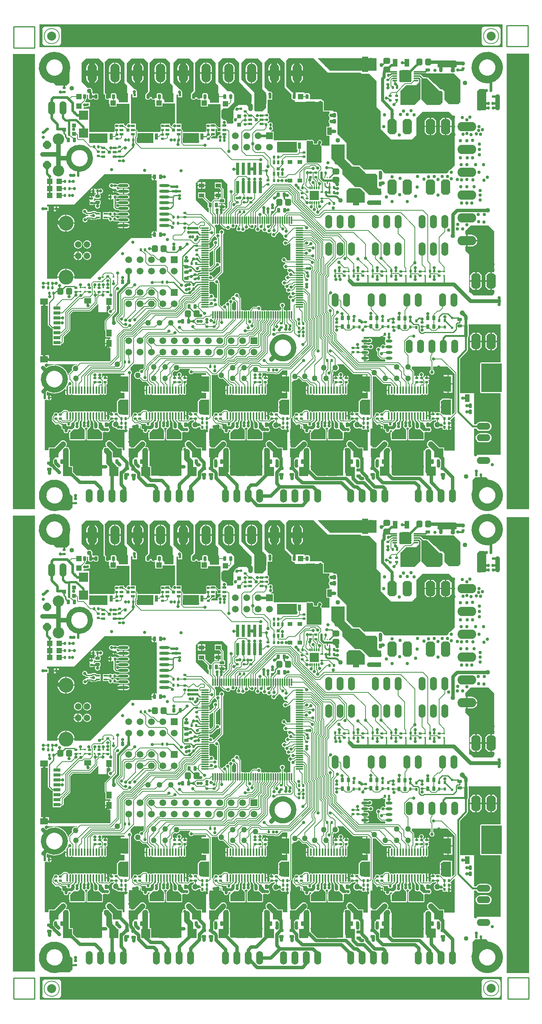
<source format=gtl>
G04 Layer_Physical_Order=1*
G04 Layer_Color=255*
%FSLAX24Y24*%
%MOIN*%
G70*
G01*
G75*
%ADD10C,0.0070*%
G04:AMPARAMS|DCode=11|XSize=78.7mil|YSize=78.7mil|CornerRadius=39.4mil|HoleSize=0mil|Usage=FLASHONLY|Rotation=90.000|XOffset=0mil|YOffset=0mil|HoleType=Round|Shape=RoundedRectangle|*
%AMROUNDEDRECTD11*
21,1,0.0787,0.0000,0,0,90.0*
21,1,0.0000,0.0787,0,0,90.0*
1,1,0.0787,0.0000,0.0000*
1,1,0.0787,0.0000,0.0000*
1,1,0.0787,0.0000,0.0000*
1,1,0.0787,0.0000,0.0000*
%
%ADD11ROUNDEDRECTD11*%
%ADD12C,0.0100*%
%ADD13C,0.0450*%
%ADD14C,0.0650*%
%ADD15R,0.0394X0.0354*%
%ADD16R,0.0157X0.0118*%
%ADD17R,0.0807X0.0807*%
%ADD18O,0.0315X0.0110*%
%ADD19O,0.0110X0.0315*%
G04:AMPARAMS|DCode=20|XSize=22mil|YSize=24mil|CornerRadius=4.4mil|HoleSize=0mil|Usage=FLASHONLY|Rotation=0.000|XOffset=0mil|YOffset=0mil|HoleType=Round|Shape=RoundedRectangle|*
%AMROUNDEDRECTD20*
21,1,0.0220,0.0152,0,0,0.0*
21,1,0.0132,0.0240,0,0,0.0*
1,1,0.0088,0.0066,-0.0076*
1,1,0.0088,-0.0066,-0.0076*
1,1,0.0088,-0.0066,0.0076*
1,1,0.0088,0.0066,0.0076*
%
%ADD20ROUNDEDRECTD20*%
%ADD21R,0.0240X0.0240*%
G04:AMPARAMS|DCode=22|XSize=29.1mil|YSize=39.4mil|CornerRadius=5.8mil|HoleSize=0mil|Usage=FLASHONLY|Rotation=0.000|XOffset=0mil|YOffset=0mil|HoleType=Round|Shape=RoundedRectangle|*
%AMROUNDEDRECTD22*
21,1,0.0291,0.0277,0,0,0.0*
21,1,0.0175,0.0394,0,0,0.0*
1,1,0.0117,0.0087,-0.0139*
1,1,0.0117,-0.0087,-0.0139*
1,1,0.0117,-0.0087,0.0139*
1,1,0.0117,0.0087,0.0139*
%
%ADD22ROUNDEDRECTD22*%
G04:AMPARAMS|DCode=23|XSize=29.1mil|YSize=39.4mil|CornerRadius=5.8mil|HoleSize=0mil|Usage=FLASHONLY|Rotation=270.000|XOffset=0mil|YOffset=0mil|HoleType=Round|Shape=RoundedRectangle|*
%AMROUNDEDRECTD23*
21,1,0.0291,0.0277,0,0,270.0*
21,1,0.0175,0.0394,0,0,270.0*
1,1,0.0117,-0.0139,-0.0087*
1,1,0.0117,-0.0139,0.0087*
1,1,0.0117,0.0139,0.0087*
1,1,0.0117,0.0139,-0.0087*
%
%ADD23ROUNDEDRECTD23*%
G04:AMPARAMS|DCode=24|XSize=22mil|YSize=24mil|CornerRadius=4.4mil|HoleSize=0mil|Usage=FLASHONLY|Rotation=270.000|XOffset=0mil|YOffset=0mil|HoleType=Round|Shape=RoundedRectangle|*
%AMROUNDEDRECTD24*
21,1,0.0220,0.0152,0,0,270.0*
21,1,0.0132,0.0240,0,0,270.0*
1,1,0.0088,-0.0076,-0.0066*
1,1,0.0088,-0.0076,0.0066*
1,1,0.0088,0.0076,0.0066*
1,1,0.0088,0.0076,-0.0066*
%
%ADD24ROUNDEDRECTD24*%
%ADD25R,0.0354X0.0157*%
%ADD26C,0.0394*%
%ADD27R,0.0360X0.0320*%
%ADD28R,0.0240X0.0240*%
%ADD29R,0.0790X0.0790*%
%ADD30R,0.0790X0.0790*%
%ADD31R,0.0236X0.0335*%
%ADD32R,0.0335X0.0236*%
%ADD33R,0.0433X0.0669*%
G04:AMPARAMS|DCode=34|XSize=52mil|YSize=60mil|CornerRadius=13mil|HoleSize=0mil|Usage=FLASHONLY|Rotation=270.000|XOffset=0mil|YOffset=0mil|HoleType=Round|Shape=RoundedRectangle|*
%AMROUNDEDRECTD34*
21,1,0.0520,0.0340,0,0,270.0*
21,1,0.0260,0.0600,0,0,270.0*
1,1,0.0260,-0.0170,-0.0130*
1,1,0.0260,-0.0170,0.0130*
1,1,0.0260,0.0170,0.0130*
1,1,0.0260,0.0170,-0.0130*
%
%ADD34ROUNDEDRECTD34*%
%ADD35R,0.0551X0.1339*%
%ADD36O,0.0138X0.0669*%
%ADD37R,0.2055X0.1220*%
%ADD38R,0.0250X0.0250*%
%ADD39R,0.0591X0.0453*%
%ADD40R,0.0669X0.0551*%
%ADD41R,0.0453X0.0591*%
%ADD42R,0.0591X0.0315*%
%ADD43C,0.0500*%
%ADD44C,0.0600*%
G04:AMPARAMS|DCode=45|XSize=52mil|YSize=60mil|CornerRadius=13mil|HoleSize=0mil|Usage=FLASHONLY|Rotation=0.000|XOffset=0mil|YOffset=0mil|HoleType=Round|Shape=RoundedRectangle|*
%AMROUNDEDRECTD45*
21,1,0.0520,0.0340,0,0,0.0*
21,1,0.0260,0.0600,0,0,0.0*
1,1,0.0260,0.0130,-0.0170*
1,1,0.0260,-0.0130,-0.0170*
1,1,0.0260,-0.0130,0.0170*
1,1,0.0260,0.0130,0.0170*
%
%ADD45ROUNDEDRECTD45*%
%ADD46R,0.0669X0.0433*%
%ADD47R,0.0480X0.0480*%
%ADD48R,0.0480X0.0480*%
%ADD49R,0.1260X0.0630*%
%ADD50R,0.0630X0.1260*%
%ADD51R,0.0200X0.0280*%
G04:AMPARAMS|DCode=52|XSize=40mil|YSize=40mil|CornerRadius=20mil|HoleSize=0mil|Usage=FLASHONLY|Rotation=0.000|XOffset=0mil|YOffset=0mil|HoleType=Round|Shape=RoundedRectangle|*
%AMROUNDEDRECTD52*
21,1,0.0400,0.0000,0,0,0.0*
21,1,0.0000,0.0400,0,0,0.0*
1,1,0.0400,0.0000,0.0000*
1,1,0.0400,0.0000,0.0000*
1,1,0.0400,0.0000,0.0000*
1,1,0.0400,0.0000,0.0000*
%
%ADD52ROUNDEDRECTD52*%
G04:AMPARAMS|DCode=53|XSize=40mil|YSize=40mil|CornerRadius=20mil|HoleSize=0mil|Usage=FLASHONLY|Rotation=90.000|XOffset=0mil|YOffset=0mil|HoleType=Round|Shape=RoundedRectangle|*
%AMROUNDEDRECTD53*
21,1,0.0400,0.0000,0,0,90.0*
21,1,0.0000,0.0400,0,0,90.0*
1,1,0.0400,0.0000,0.0000*
1,1,0.0400,0.0000,0.0000*
1,1,0.0400,0.0000,0.0000*
1,1,0.0400,0.0000,0.0000*
%
%ADD53ROUNDEDRECTD53*%
%ADD54R,0.0295X0.1102*%
%ADD55R,0.1673X0.0465*%
%ADD56R,0.0280X0.0560*%
%ADD57R,0.1970X0.1700*%
%ADD58R,0.1299X0.0354*%
%ADD59R,0.0354X0.1299*%
%ADD60O,0.0709X0.0118*%
%ADD61O,0.0118X0.0709*%
%ADD62R,0.0402X0.0118*%
G04:AMPARAMS|DCode=63|XSize=105mil|YSize=105mil|CornerRadius=26.3mil|HoleSize=0mil|Usage=FLASHONLY|Rotation=0.000|XOffset=0mil|YOffset=0mil|HoleType=Round|Shape=RoundedRectangle|*
%AMROUNDEDRECTD63*
21,1,0.1050,0.0525,0,0,0.0*
21,1,0.0525,0.1050,0,0,0.0*
1,1,0.0525,0.0263,-0.0263*
1,1,0.0525,-0.0263,-0.0263*
1,1,0.0525,-0.0263,0.0263*
1,1,0.0525,0.0263,0.0263*
%
%ADD63ROUNDEDRECTD63*%
%ADD64O,0.0906X0.0236*%
%ADD65O,0.0591X0.0236*%
%ADD66R,0.0472X0.0354*%
%ADD67R,0.0110X0.0157*%
%ADD68R,0.0551X0.0197*%
%ADD69R,0.0250X0.0250*%
%ADD70R,0.0128X0.0106*%
%ADD71C,0.0200*%
%ADD72C,0.0080*%
%ADD73C,0.0160*%
%ADD74C,0.0240*%
%ADD75C,0.0290*%
%ADD76C,0.0120*%
%ADD77C,0.0400*%
%ADD78C,0.0300*%
%ADD79C,0.0140*%
%ADD80C,0.0320*%
%ADD81C,0.0250*%
%ADD82C,0.0500*%
%ADD83C,0.0180*%
%ADD84C,0.0150*%
%ADD85C,0.0220*%
%ADD86O,0.1650X0.0825*%
%ADD87O,0.0825X0.1650*%
%ADD88C,0.0591*%
%ADD89R,0.0591X0.0591*%
%ADD90O,0.0600X0.1200*%
G04:AMPARAMS|DCode=91|XSize=133mil|YSize=83mil|CornerRadius=0mil|HoleSize=0mil|Usage=FLASHONLY|Rotation=90.000|XOffset=0mil|YOffset=0mil|HoleType=Round|Shape=Octagon|*
%AMOCTAGOND91*
4,1,8,0.0208,0.0665,-0.0208,0.0665,-0.0415,0.0458,-0.0415,-0.0458,-0.0208,-0.0665,0.0208,-0.0665,0.0415,-0.0458,0.0415,0.0458,0.0208,0.0665,0.0*
%
%ADD91OCTAGOND91*%

%ADD92C,0.1305*%
%ADD93C,0.0580*%
%ADD94C,0.1000*%
%ADD95P,0.0758X8X292.5*%
%ADD96O,0.1200X0.0600*%
%ADD97C,0.0300*%
%ADD98C,0.0400*%
%ADD99C,0.0290*%
%ADD100C,0.0450*%
%ADD101C,0.0250*%
%ADD102C,0.0380*%
%ADD103C,0.0340*%
G36*
X43400Y83846D02*
X2735D01*
Y85844D01*
X43400D01*
Y83846D01*
D02*
G37*
G36*
X32341Y81781D02*
X28271D01*
X27197Y82855D01*
X27216Y82901D01*
X32341D01*
Y81781D01*
D02*
G37*
G36*
X39251Y81451D02*
X39711Y80991D01*
Y79861D01*
Y79041D01*
X39531Y78861D01*
X38671D01*
X38291Y79241D01*
Y80001D01*
X38131Y80161D01*
X37973D01*
X36911Y81223D01*
X36469D01*
X36241Y81451D01*
Y81531D01*
X36271Y81561D01*
X38929D01*
X38961Y81548D01*
X39031Y81539D01*
X39102Y81548D01*
X39133Y81561D01*
X39141D01*
X39251Y81451D01*
D02*
G37*
G36*
X5356Y81883D02*
Y80718D01*
X5119Y80481D01*
X4191D01*
X4018Y80654D01*
X4018Y80906D01*
X5306Y81908D01*
X5356Y81883D01*
D02*
G37*
G36*
X16261Y82501D02*
Y79981D01*
X16051Y79771D01*
Y79670D01*
X16051Y79670D01*
X16051D01*
D01*
Y79461D01*
Y79392D01*
X16061Y79342D01*
X16089Y79300D01*
X16131Y79272D01*
X16181Y79262D01*
X16356D01*
X16406Y79272D01*
X16449Y79300D01*
X16477Y79342D01*
X16481Y79360D01*
X16531D01*
X16535Y79342D01*
X16563Y79300D01*
X16606Y79272D01*
X16656Y79262D01*
X16831D01*
X16857Y79267D01*
X16902Y79234D01*
X16904Y79229D01*
Y78641D01*
X17524D01*
Y78861D01*
X18631D01*
Y76808D01*
X18478D01*
X18472Y76813D01*
X18471Y76818D01*
X18447Y76855D01*
X18447Y76855D01*
X18248Y77054D01*
X18211Y77079D01*
X18208Y77079D01*
Y77163D01*
X17734D01*
Y77152D01*
X17684Y77125D01*
X17672Y77133D01*
X17627Y77142D01*
X17475D01*
X17431Y77133D01*
X17393Y77108D01*
X17368Y77070D01*
X17359Y77026D01*
Y76894D01*
X17368Y76850D01*
X17393Y76812D01*
X17413Y76798D01*
X17413Y76798D01*
Y76743D01*
X17413Y76743D01*
X17393Y76729D01*
X17368Y76691D01*
X17359Y76647D01*
Y76515D01*
X17366Y76481D01*
X17346Y76446D01*
X17334Y76431D01*
X15348D01*
Y76509D01*
X15340Y76550D01*
X15317Y76585D01*
X15241Y76660D01*
X15206Y76684D01*
X15206Y76684D01*
Y77157D01*
X14781D01*
X14781Y79691D01*
X14891D01*
Y79461D01*
X15271D01*
Y79691D01*
Y79931D01*
X15250Y79952D01*
X15241Y79997D01*
X15235Y80006D01*
X15234Y80015D01*
X15186Y80086D01*
X15115Y80134D01*
X15057Y80145D01*
X14491Y80711D01*
Y82491D01*
X14861Y82861D01*
X15901D01*
X16261Y82501D01*
D02*
G37*
G36*
X12281Y82481D02*
Y79951D01*
X12171Y79841D01*
X12119Y79789D01*
X12079Y79762D01*
X12052Y79722D01*
X12041Y79711D01*
Y79672D01*
X12041Y79672D01*
X12041Y79672D01*
X12041Y79670D01*
Y79551D01*
Y79392D01*
X12051Y79342D01*
X12079Y79300D01*
X12121Y79272D01*
X12171Y79262D01*
X12346D01*
X12396Y79272D01*
X12439Y79300D01*
X12467Y79342D01*
X12477Y79392D01*
X12525Y79392D01*
X12535Y79342D01*
X12563Y79300D01*
X12606Y79272D01*
X12656Y79262D01*
X12831D01*
X12861Y79237D01*
Y78921D01*
X12914D01*
Y78641D01*
X13534D01*
Y78921D01*
X14641D01*
Y77210D01*
X14614Y77188D01*
X14530Y77171D01*
X14459Y77124D01*
X14412Y77052D01*
X14395Y76968D01*
X14404Y76923D01*
X14358Y76898D01*
X14286Y76970D01*
X14249Y76995D01*
X14206Y77003D01*
X14202Y77051D01*
Y77157D01*
X13727D01*
Y77157D01*
X13677Y77130D01*
X13672Y77134D01*
X13627Y77143D01*
X13475D01*
X13431Y77134D01*
X13393Y77109D01*
X13368Y77071D01*
X13359Y77027D01*
Y76895D01*
X13368Y76850D01*
X13393Y76812D01*
X13413Y76799D01*
X13414Y76798D01*
Y76744D01*
X13413Y76743D01*
X13393Y76730D01*
X13368Y76692D01*
X13359Y76648D01*
Y76516D01*
X13366Y76481D01*
X13347Y76447D01*
X13334Y76431D01*
X11332D01*
Y76519D01*
X11324Y76560D01*
X11301Y76595D01*
X11235Y76660D01*
X11200Y76684D01*
X11190Y76686D01*
Y77157D01*
X10761D01*
Y79711D01*
X10911D01*
Y79461D01*
X11291D01*
Y79551D01*
Y79905D01*
X11300Y79951D01*
X11284Y80035D01*
X11236Y80106D01*
X11165Y80154D01*
X11081Y80170D01*
X11073Y80169D01*
X10421Y80821D01*
X10421Y82461D01*
X10821Y82861D01*
X11901Y82861D01*
X12281Y82481D01*
D02*
G37*
G36*
X8361Y82451D02*
X8361Y79711D01*
X8464D01*
X8496Y79672D01*
X8495Y79670D01*
Y79392D01*
X8505Y79342D01*
X8533Y79300D01*
X8576Y79272D01*
X8626Y79262D01*
X8801D01*
X8831Y79237D01*
Y78881D01*
X8894D01*
Y78641D01*
X9514D01*
Y78881D01*
X10651D01*
Y77203D01*
X10612Y77171D01*
X10579Y77178D01*
X10495Y77161D01*
X10424Y77114D01*
X10376Y77043D01*
X10360Y76959D01*
X10361Y76950D01*
X10315Y76925D01*
X10260Y76980D01*
X10224Y77005D01*
X10186Y77012D01*
Y77157D01*
X9711D01*
Y77139D01*
X9703Y77133D01*
X9661Y77117D01*
X9636Y77134D01*
X9592Y77143D01*
X9440D01*
X9395Y77134D01*
X9358Y77109D01*
X9332Y77071D01*
X9324Y77027D01*
Y76895D01*
X9332Y76850D01*
X9358Y76812D01*
X9378Y76799D01*
X9378Y76798D01*
Y76744D01*
X9378Y76743D01*
X9358Y76730D01*
X9332Y76692D01*
X9324Y76648D01*
Y76516D01*
X9330Y76481D01*
X9312Y76447D01*
X9299Y76431D01*
X7101D01*
Y78441D01*
X6621D01*
Y78554D01*
X6671Y78592D01*
X6721Y78582D01*
X6805Y78598D01*
X6849Y78628D01*
X6951D01*
X7017Y78641D01*
X7018Y78641D01*
X7161D01*
Y79021D01*
X6781D01*
Y79021D01*
X6781Y79021D01*
X6752Y79031D01*
X6737Y79085D01*
X6773Y79121D01*
X6773Y79121D01*
X6797Y79157D01*
X6805Y79200D01*
X6805Y79200D01*
Y79267D01*
X6831Y79272D01*
X6873Y79300D01*
X6902Y79342D01*
X6912Y79392D01*
Y79670D01*
X6948Y79701D01*
X6973D01*
X7011Y79660D01*
Y79392D01*
X7021Y79342D01*
X7049Y79300D01*
X7091Y79272D01*
X7141Y79262D01*
X7316D01*
X7366Y79272D01*
X7409Y79300D01*
X7437Y79342D01*
X7440Y79358D01*
X7492D01*
X7495Y79342D01*
X7523Y79300D01*
X7566Y79272D01*
X7616Y79262D01*
X7791D01*
X7841Y79272D01*
X7883Y79300D01*
X7912Y79342D01*
X7921Y79392D01*
Y79421D01*
Y79670D01*
X7921Y79672D01*
X7912Y79720D01*
X7883Y79762D01*
X7841Y79790D01*
X7791Y79800D01*
X7616D01*
X7566Y79790D01*
X7545Y79776D01*
X7515Y79766D01*
X7478Y79784D01*
X7382Y79880D01*
X7368Y79901D01*
X7384Y79941D01*
X7393Y80011D01*
X7384Y80082D01*
X7357Y80147D01*
X7314Y80204D01*
X7257Y80247D01*
X7192Y80274D01*
X7121Y80283D01*
X7051Y80274D01*
X7006Y80256D01*
X6941Y80321D01*
X6451Y80811D01*
X6451Y82501D01*
X6811Y82861D01*
X7951D01*
X8361Y82451D01*
D02*
G37*
G36*
X24281Y82461D02*
X24281Y80321D01*
X24870Y79732D01*
X24871Y79670D01*
X24871Y79670D01*
Y79670D01*
Y79392D01*
X24881Y79342D01*
X24909Y79300D01*
X24951Y79272D01*
X24961Y79270D01*
Y79061D01*
X27643D01*
Y78226D01*
X28211D01*
Y78066D01*
X28196Y78056D01*
X28149Y77985D01*
X28132Y77901D01*
X28133Y77896D01*
X28132Y77891D01*
X28149Y77807D01*
X28196Y77736D01*
X28211Y77726D01*
Y77516D01*
X28196Y77506D01*
X28149Y77435D01*
X28132Y77351D01*
X28149Y77267D01*
X28196Y77196D01*
X28211Y77186D01*
Y76896D01*
X27933D01*
Y76086D01*
X28211D01*
Y75211D01*
X27534D01*
X27506Y75254D01*
X27474Y75275D01*
Y75335D01*
X27506Y75356D01*
X27554Y75427D01*
X27570Y75511D01*
X27554Y75595D01*
X27506Y75666D01*
X27435Y75714D01*
X27351Y75730D01*
X27267Y75714D01*
X27196Y75666D01*
X27148Y75595D01*
X27132Y75511D01*
X27146Y75441D01*
X27117Y75391D01*
X26856D01*
X26835Y75429D01*
X26834Y75441D01*
X26850Y75521D01*
X26834Y75605D01*
X26786Y75676D01*
X26715Y75724D01*
X26631Y75740D01*
X26547Y75724D01*
X26486Y75683D01*
X26425Y75724D01*
X26341Y75740D01*
X26257Y75724D01*
X26230Y75706D01*
X26191Y75681D01*
Y75681D01*
X26191Y75681D01*
X23319D01*
X23306Y75726D01*
X23306D01*
Y76456D01*
X23059D01*
X23054Y76506D01*
X23115Y76519D01*
X23186Y76566D01*
X23234Y76637D01*
X23250Y76721D01*
X23234Y76805D01*
X23198Y76858D01*
X23176Y76903D01*
X23201Y76941D01*
X23210Y76985D01*
Y77137D01*
X23201Y77182D01*
X23176Y77219D01*
X23138Y77244D01*
X23094Y77253D01*
X22962D01*
X22918Y77244D01*
X22880Y77219D01*
X22868Y77201D01*
X22811D01*
X22799Y77219D01*
X22761Y77244D01*
X22761Y77245D01*
Y77319D01*
X22777D01*
X22822Y77328D01*
X22859Y77353D01*
X22884Y77391D01*
X22893Y77435D01*
Y77567D01*
X22884Y77611D01*
X22859Y77649D01*
X22839Y77663D01*
X22839Y77663D01*
Y77718D01*
X22839Y77718D01*
X22859Y77732D01*
X22884Y77770D01*
X22893Y77814D01*
Y77946D01*
X22884Y77990D01*
X22859Y78028D01*
X22822Y78053D01*
X22777Y78062D01*
X22761D01*
Y79213D01*
X22791Y79251D01*
X22962D01*
X22981Y79247D01*
X23000Y79251D01*
X23171D01*
Y79422D01*
X23175Y79441D01*
Y79537D01*
Y79644D01*
X23184Y79657D01*
X23185Y79663D01*
X23200Y79741D01*
X23184Y79825D01*
X23136Y79896D01*
X23065Y79944D01*
X22981Y79960D01*
X22901Y79944D01*
X22491Y80355D01*
Y82501D01*
X22861Y82871D01*
X23871D01*
X24281Y82461D01*
D02*
G37*
G36*
X18211Y82471D02*
Y80721D01*
X18451Y80481D01*
Y79231D01*
X18311Y79091D01*
X17821D01*
X17531Y79381D01*
X17526Y79387D01*
X17527Y79392D01*
Y79670D01*
X17515Y79731D01*
X17480Y79784D01*
X17428Y79819D01*
X17366Y79831D01*
X17191D01*
X17130Y79819D01*
X17077Y79784D01*
X17042Y79731D01*
X17030Y79670D01*
Y79392D01*
X17021Y79381D01*
X16632D01*
X16630Y79384D01*
X16628Y79389D01*
X16626Y79399D01*
X16620Y79408D01*
X16616Y79417D01*
X16609Y79424D01*
X16604Y79432D01*
X16595Y79438D01*
X16588Y79445D01*
X16579Y79449D01*
X16571Y79454D01*
X16561Y79456D01*
X16551Y79460D01*
X16541D01*
X16531Y79462D01*
X16481D01*
X16471Y79460D01*
X16461D01*
X16451Y79456D01*
X16441Y79454D01*
X16433Y79449D01*
X16424Y79445D01*
X16417Y79438D01*
X16408Y79432D01*
X16403Y79424D01*
X16396Y79417D01*
X16392Y79408D01*
X16386Y79399D01*
X16384Y79389D01*
X16382Y79384D01*
X16380Y79381D01*
X16161D01*
X16156Y79386D01*
X16153Y79402D01*
Y79723D01*
X16421Y79991D01*
Y82501D01*
X16771Y82851D01*
X17831D01*
X18211Y82471D01*
D02*
G37*
G36*
X14211D02*
Y80721D01*
X14451Y80481D01*
Y79231D01*
X14311Y79091D01*
X13821D01*
X13531Y79381D01*
X13526Y79387D01*
X13527Y79392D01*
Y79670D01*
X13515Y79731D01*
X13480Y79784D01*
X13428Y79819D01*
X13366Y79831D01*
X13191D01*
X13130Y79819D01*
X13077Y79784D01*
X13042Y79731D01*
X13030Y79670D01*
Y79392D01*
X13021Y79381D01*
X12632D01*
X12631Y79382D01*
X12625Y79412D01*
X12621Y79422D01*
X12619Y79431D01*
X12614Y79440D01*
X12610Y79449D01*
X12603Y79456D01*
X12597Y79464D01*
X12589Y79470D01*
X12582Y79477D01*
X12572Y79481D01*
X12564Y79487D01*
X12554Y79489D01*
X12545Y79492D01*
X12535D01*
X12525Y79494D01*
X12477Y79494D01*
X12467Y79492D01*
X12457D01*
X12448Y79489D01*
X12438Y79487D01*
X12430Y79481D01*
X12420Y79477D01*
X12413Y79470D01*
X12405Y79465D01*
X12399Y79456D01*
X12392Y79449D01*
X12388Y79440D01*
X12383Y79432D01*
X12381Y79422D01*
X12377Y79412D01*
X12371Y79382D01*
X12370Y79381D01*
X12161D01*
X12143Y79399D01*
X12143Y79402D01*
Y79662D01*
X12143Y79662D01*
X12143Y79663D01*
Y79670D01*
X12143Y79672D01*
Y79675D01*
X12152Y79689D01*
X12175Y79704D01*
X12182Y79711D01*
X12191Y79717D01*
X12353Y79879D01*
X12375Y79912D01*
X12383Y79951D01*
Y79953D01*
X12421Y79991D01*
Y82501D01*
X12771Y82851D01*
X13831D01*
X14211Y82471D01*
D02*
G37*
G36*
X10211D02*
Y80721D01*
X10451Y80481D01*
Y79231D01*
X10311Y79091D01*
X9821D01*
X9531Y79381D01*
X9507D01*
X9497Y79392D01*
Y79670D01*
X9485Y79731D01*
X9450Y79784D01*
X9398Y79819D01*
X9336Y79831D01*
X9161D01*
X9100Y79819D01*
X9047Y79784D01*
X9012Y79731D01*
X9000Y79670D01*
Y79392D01*
X8991Y79381D01*
X8602D01*
X8601Y79382D01*
X8597Y79402D01*
Y79662D01*
X8597Y79662D01*
X8597Y79663D01*
Y79670D01*
X8596Y79676D01*
X8596Y79677D01*
X8596Y79692D01*
X8594Y79697D01*
X8593Y79702D01*
X8586Y79715D01*
X8580Y79729D01*
X8577Y79733D01*
X8574Y79737D01*
X8543Y79776D01*
X8539Y79779D01*
X8536Y79783D01*
X8524Y79791D01*
X8512Y79801D01*
X8507Y79802D01*
X8503Y79805D01*
X8488Y79808D01*
X8474Y79812D01*
X8463Y79861D01*
X8463Y82451D01*
X8455Y82490D01*
X8437Y82517D01*
X8771Y82851D01*
X9831D01*
X10211Y82471D01*
D02*
G37*
G36*
X36716Y81109D02*
X36763D01*
X37031Y80841D01*
X37841Y80031D01*
X38011D01*
X38131Y79911D01*
Y79021D01*
X37891Y78781D01*
X36761D01*
X36271Y79271D01*
Y79761D01*
Y80667D01*
X36272Y80669D01*
X36282Y80720D01*
Y81024D01*
X36274Y81067D01*
X36292Y81096D01*
X36304Y81111D01*
X36707D01*
X36716Y81109D01*
D02*
G37*
G36*
X36201Y80674D02*
X36200Y80667D01*
Y79761D01*
Y79290D01*
X36181Y79271D01*
X35691Y78781D01*
X34441D01*
Y80011D01*
X34941Y80511D01*
X35821D01*
X36101Y80791D01*
X36201D01*
Y80674D01*
D02*
G37*
G36*
X20271Y82481D02*
Y81471D01*
Y80811D01*
X20621Y80461D01*
X21381Y79701D01*
Y79051D01*
X21101Y78771D01*
X20211D01*
X20093Y78653D01*
X20081Y78655D01*
X19995Y78638D01*
X19922Y78590D01*
X19874Y78517D01*
X19857Y78431D01*
X19859Y78419D01*
X19761Y78321D01*
Y77711D01*
Y77604D01*
X19740Y77573D01*
X19723Y77487D01*
X19740Y77401D01*
X19761Y77370D01*
Y77241D01*
X19661Y77141D01*
X19241D01*
X19180Y77202D01*
X19192Y77261D01*
X19176Y77345D01*
X19128Y77416D01*
X19057Y77464D01*
X18973Y77480D01*
X18914Y77468D01*
X18702Y77680D01*
Y78302D01*
X18881Y78481D01*
X19257D01*
X19307Y78531D01*
X19360Y78584D01*
X19371D01*
Y78595D01*
X19841Y79065D01*
Y79691D01*
X19561Y79971D01*
X19281D01*
X18701Y80551D01*
X18431Y80821D01*
Y82491D01*
X18821Y82881D01*
X19871D01*
X20271Y82481D01*
D02*
G37*
G36*
X41980Y80000D02*
Y79626D01*
Y78406D01*
X41882Y78307D01*
X41183D01*
Y79990D01*
X41252Y80059D01*
X41390Y80197D01*
X41783D01*
X41980Y80000D01*
D02*
G37*
G36*
X22301Y82501D02*
Y80181D01*
X22651Y79831D01*
Y78541D01*
X22331Y78221D01*
X21703D01*
X21621Y78303D01*
Y79871D01*
X20471Y81021D01*
Y82481D01*
X20851Y82861D01*
X21941D01*
X22301Y82501D01*
D02*
G37*
G36*
X18265Y76713D02*
X18277Y76696D01*
X18289Y76679D01*
X18290Y76678D01*
X18290Y76677D01*
X18325Y76644D01*
Y76418D01*
X18631D01*
Y76213D01*
X18603Y76190D01*
X18519Y76174D01*
X18448Y76126D01*
X18400Y76055D01*
X18384Y75971D01*
X18400Y75891D01*
X18399Y75879D01*
X18378Y75841D01*
X17809D01*
X17789Y75891D01*
X17936Y76039D01*
X18208D01*
Y76413D01*
Y76676D01*
X18257Y76713D01*
X18265Y76713D01*
D02*
G37*
G36*
X26687Y75656D02*
X26735Y75625D01*
X26766Y75577D01*
X26777Y75521D01*
X26764Y75455D01*
Y75445D01*
X26763Y75435D01*
X26764Y75423D01*
X26764Y75423D01*
X26764Y75422D01*
X26768Y75409D01*
X26772Y75397D01*
X26772Y75396D01*
X26772Y75396D01*
X26793Y75357D01*
X26799Y75349D01*
X26805Y75341D01*
X26808Y75339D01*
X26811Y75336D01*
X26820Y75331D01*
X26828Y75325D01*
X26832Y75324D01*
X26835Y75323D01*
X26845Y75322D01*
X26856Y75320D01*
X27117D01*
X27126Y75321D01*
X27136Y75322D01*
X27140Y75324D01*
X27144Y75325D01*
X27152Y75330D01*
X27161Y75335D01*
X27164Y75338D01*
X27168Y75341D01*
X27173Y75348D01*
X27179Y75356D01*
X27208Y75406D01*
X27211Y75416D01*
X27216Y75427D01*
Y75430D01*
X27217Y75432D01*
X27216Y75443D01*
Y75455D01*
X27205Y75511D01*
X27216Y75567D01*
X27247Y75615D01*
X27295Y75646D01*
X27351Y75657D01*
X27407Y75646D01*
X27455Y75615D01*
X27486Y75567D01*
X27491Y75543D01*
Y75479D01*
X27486Y75455D01*
X27455Y75407D01*
X27435Y75394D01*
X27430Y75389D01*
X27424Y75385D01*
X27420Y75379D01*
X27415Y75374D01*
X27412Y75368D01*
X27408Y75362D01*
X27407Y75355D01*
X27404Y75349D01*
Y75342D01*
X27403Y75335D01*
Y75275D01*
X27404Y75268D01*
Y75261D01*
X27407Y75254D01*
X27408Y75247D01*
X27412Y75242D01*
X27415Y75235D01*
X27420Y75230D01*
X27424Y75224D01*
X27430Y75220D01*
X27435Y75215D01*
X27455Y75202D01*
X27475Y75171D01*
X27480Y75166D01*
X27484Y75161D01*
X27490Y75157D01*
X27491Y75155D01*
Y73721D01*
X27197D01*
X27161Y73728D01*
X27126Y73721D01*
X26201D01*
Y75609D01*
X26203Y75611D01*
X26210Y75614D01*
X26218Y75615D01*
X26223Y75618D01*
X26229Y75621D01*
X26268Y75645D01*
X26269Y75646D01*
X26270Y75646D01*
X26285Y75656D01*
X26309Y75661D01*
X26373D01*
X26397Y75656D01*
X26446Y75623D01*
X26472Y75613D01*
X26486D01*
X26500D01*
X26526Y75623D01*
X26575Y75656D01*
X26599Y75661D01*
X26663D01*
X26687Y75656D01*
D02*
G37*
G36*
X12731Y75451D02*
X11355D01*
X11278Y75528D01*
Y75906D01*
X11301Y75929D01*
X11324Y75964D01*
X11332Y76005D01*
Y76321D01*
X12731D01*
Y75451D01*
D02*
G37*
G36*
X16741Y75441D02*
X15381D01*
X15308Y75514D01*
Y75936D01*
X15317Y75945D01*
X15340Y75979D01*
X15348Y76020D01*
Y76321D01*
X16741D01*
Y75441D01*
D02*
G37*
G36*
X8721D02*
X7111D01*
Y76299D01*
X7121Y76301D01*
X8721D01*
Y75441D01*
D02*
G37*
G36*
X25351Y74631D02*
X23591D01*
Y75541D01*
X25351D01*
Y74631D01*
D02*
G37*
G36*
X28041Y81631D02*
X28411D01*
X30921Y81631D01*
X31031Y81521D01*
X31711Y81521D01*
X32331Y80901D01*
Y78911D01*
Y78631D01*
X32721Y78241D01*
X32721Y76681D01*
X33651Y75751D01*
X35451Y75751D01*
X35831Y76131D01*
Y77651D01*
X36361Y78181D01*
X38721D01*
X39221Y77681D01*
Y73481D01*
X38877Y73137D01*
X38823Y73127D01*
X38741Y73071D01*
X38686Y72989D01*
X38675Y72935D01*
X38511Y72771D01*
X35976D01*
X35951Y72776D01*
X35926Y72771D01*
X33081D01*
X32893Y72959D01*
X32892Y72967D01*
X32838Y73048D01*
X32757Y73102D01*
X32749Y73103D01*
X32741Y73111D01*
X32710D01*
X32661Y73121D01*
X32612Y73111D01*
X31241Y73111D01*
X30907Y73445D01*
Y73464D01*
X30888D01*
X30851Y73501D01*
X30311Y73501D01*
X30161Y73651D01*
X29701Y74111D01*
Y75441D01*
X28891Y76251D01*
X28891Y77901D01*
X28882Y77910D01*
Y78040D01*
X28870Y78101D01*
X28835Y78154D01*
X28782Y78189D01*
X28721Y78201D01*
X28591D01*
X27745Y79047D01*
Y79061D01*
X27738Y79100D01*
X27716Y79133D01*
X27682Y79155D01*
X27643Y79163D01*
X27629D01*
X27511Y79281D01*
X26500Y79281D01*
X26476Y79325D01*
X26480Y79331D01*
X26492Y79392D01*
Y79670D01*
X26480Y79731D01*
X26445Y79784D01*
X26392Y79819D01*
X26331Y79831D01*
X26156D01*
X26094Y79819D01*
X26061Y79796D01*
X26011Y79821D01*
Y79874D01*
X25331D01*
Y79871D01*
X24931D01*
X24401Y80401D01*
Y82681D01*
X24591Y82871D01*
X26801D01*
X28041Y81631D01*
D02*
G37*
G36*
X29551Y75261D02*
Y74041D01*
X30191Y73401D01*
X30301D01*
X30311Y73399D01*
X30803Y73399D01*
X31441Y72761D01*
X32249D01*
X32391Y72619D01*
Y71585D01*
X32785Y71191D01*
Y70985D01*
X32671Y70871D01*
X31691D01*
X31031Y71531D01*
X31021Y71541D01*
X30965D01*
X30963Y71543D01*
X30930Y71565D01*
X30891Y71573D01*
X30469D01*
X29340Y72702D01*
Y73102D01*
Y73122D01*
X28381Y74081D01*
Y75311D01*
X29501Y75311D01*
X29551Y75261D01*
D02*
G37*
G36*
X31311Y71051D02*
Y70211D01*
X29711D01*
Y70711D01*
X29711Y71281D01*
X29901Y71471D01*
X30891Y71471D01*
X31311Y71051D01*
D02*
G37*
G36*
X19231Y71841D02*
Y70241D01*
Y69791D01*
X18947Y69507D01*
X18897Y69512D01*
X18891Y69521D01*
X18843Y69553D01*
X18787Y69564D01*
X18771D01*
Y69341D01*
X18671D01*
Y69564D01*
X18662D01*
X18650Y69569D01*
X18625Y69596D01*
X18632Y69615D01*
X18721D01*
Y69863D01*
Y70112D01*
X18632D01*
X18571Y70100D01*
X18558Y70091D01*
X18508Y70118D01*
Y70150D01*
X18499Y70190D01*
X18525Y70208D01*
X18545Y70215D01*
X18582Y70191D01*
X18632Y70181D01*
X18910D01*
X18960Y70191D01*
X19002Y70219D01*
X19030Y70261D01*
X19040Y70311D01*
Y70486D01*
X19030Y70536D01*
X19002Y70579D01*
X18960Y70607D01*
X18910Y70617D01*
X18898D01*
Y71388D01*
X18889Y71431D01*
X18865Y71467D01*
X18865Y71467D01*
X18746Y71586D01*
Y71981D01*
X18133D01*
Y71487D01*
X18528D01*
X18673Y71341D01*
Y71145D01*
X18489D01*
Y70868D01*
Y70554D01*
X18495Y70544D01*
X18478Y70511D01*
X18079D01*
X18079Y70511D01*
X18036Y70502D01*
X17999Y70478D01*
X17999Y70478D01*
X17902Y70380D01*
X17877Y70344D01*
X17872Y70315D01*
X17868Y70301D01*
X17819Y70279D01*
X17811Y70280D01*
X17729D01*
X17289Y70720D01*
Y71115D01*
X16676D01*
Y70621D01*
X17071D01*
X17511Y70181D01*
X17505Y70150D01*
Y69872D01*
X17515Y69822D01*
X17543Y69780D01*
X17586Y69752D01*
X17611Y69747D01*
Y69371D01*
X17531D01*
X16861Y70041D01*
X16461Y70441D01*
Y71951D01*
X16811Y72301D01*
X18771D01*
X19231Y71841D01*
D02*
G37*
G36*
X18607Y68238D02*
X18619Y68240D01*
X18674Y68217D01*
X18910Y67982D01*
X18910Y67982D01*
X18946Y67957D01*
X18989Y67949D01*
X18989Y67949D01*
X19117D01*
X19146Y67906D01*
X19217Y67859D01*
X19301Y67842D01*
X19385Y67859D01*
X19456Y67906D01*
X19504Y67977D01*
X19509Y68007D01*
X19548Y68021D01*
X19596Y68030D01*
X19657Y67989D01*
X19741Y67972D01*
X19825Y67989D01*
X19896Y68036D01*
X19944Y68107D01*
X19960Y68191D01*
X19954Y68222D01*
X19985Y68269D01*
X20033Y68294D01*
X20081Y68269D01*
X20081Y68269D01*
X20127Y68200D01*
X20125Y68185D01*
X20119Y68151D01*
Y68098D01*
X20086Y68076D01*
X20038Y68005D01*
X20022Y67921D01*
X20038Y67837D01*
X20086Y67766D01*
X20157Y67719D01*
X20241Y67702D01*
X20325Y67719D01*
X20346Y67732D01*
X20446Y67726D01*
X20517Y67678D01*
X20601Y67662D01*
X20685Y67678D01*
X20756Y67726D01*
X20804Y67797D01*
X20810Y67829D01*
X20831Y67882D01*
X20897Y67887D01*
X20921Y67882D01*
X21005Y67899D01*
X21076Y67946D01*
X21111Y67999D01*
X21134Y68018D01*
X21207Y68028D01*
X21208Y68027D01*
X21224Y68024D01*
X21256Y67976D01*
X21327Y67929D01*
X21411Y67912D01*
X21495Y67929D01*
X21566Y67976D01*
X21614Y68047D01*
X21630Y68131D01*
X21616Y68201D01*
X21629Y68222D01*
X21643Y68238D01*
X21677Y68265D01*
X21706Y68259D01*
X21711Y68260D01*
X21791Y68203D01*
Y68076D01*
X21746Y68046D01*
X21699Y67975D01*
X21682Y67891D01*
X21699Y67807D01*
X21746Y67736D01*
X21817Y67688D01*
X21901Y67672D01*
X21985Y67688D01*
X22056Y67736D01*
X22104Y67807D01*
X22110Y67839D01*
X22131Y67892D01*
X22197Y67897D01*
X22221Y67892D01*
X22289Y67824D01*
X22299Y67777D01*
X22346Y67706D01*
X22417Y67659D01*
X22501Y67642D01*
X22585Y67659D01*
X22615Y67678D01*
X22693Y67668D01*
X22708Y67652D01*
X22746Y67596D01*
X22817Y67548D01*
X22901Y67532D01*
X22985Y67548D01*
X23038Y67584D01*
X23113Y67580D01*
X23137Y67573D01*
X23148Y67555D01*
X23144Y67548D01*
X23108Y67495D01*
X23092Y67411D01*
X23108Y67327D01*
X23156Y67256D01*
X23227Y67208D01*
X23311Y67192D01*
X23395Y67208D01*
X23466Y67256D01*
X23514Y67327D01*
X23528Y67399D01*
X23754Y67625D01*
X23754Y67625D01*
X23846Y67642D01*
X23852Y67640D01*
X24163Y67329D01*
X24152Y67271D01*
X24169Y67187D01*
X24216Y67116D01*
X24287Y67069D01*
X24371Y67052D01*
X24429Y67063D01*
X24578Y66914D01*
X24528Y66851D01*
X24480Y66856D01*
X24409Y66904D01*
X24325Y66920D01*
X24241Y66904D01*
X24170Y66856D01*
X24123Y66785D01*
X24106Y66701D01*
X24123Y66617D01*
X24170Y66546D01*
X24241Y66498D01*
X24325Y66482D01*
X24409Y66498D01*
X24480Y66546D01*
X24509Y66589D01*
X24551D01*
X24551Y66589D01*
X24594Y66597D01*
X24630Y66622D01*
X24701Y66692D01*
X24781Y66659D01*
X24781Y65136D01*
X24493D01*
X24430Y65210D01*
X24430Y65211D01*
X24414Y65295D01*
X24366Y65366D01*
X24295Y65414D01*
X24211Y65430D01*
X24127Y65414D01*
X24056Y65366D01*
X24009Y65295D01*
X23992Y65211D01*
X24009Y65127D01*
X24056Y65056D01*
X24127Y65009D01*
X24211Y64992D01*
X24262Y65002D01*
X24319Y64945D01*
X24319Y64945D01*
X24346Y64927D01*
X24348Y64890D01*
X24337Y64844D01*
X24287Y64834D01*
X24216Y64786D01*
X24169Y64715D01*
X24152Y64631D01*
X24169Y64547D01*
X24216Y64476D01*
X24287Y64429D01*
X24371Y64412D01*
X24455Y64429D01*
X24467Y64436D01*
X24524Y64379D01*
X24509Y64355D01*
X24492Y64271D01*
X24509Y64187D01*
X24556Y64116D01*
X24627Y64068D01*
X24632Y64056D01*
X24599Y64005D01*
X24584Y63931D01*
X24562Y63891D01*
X24531Y63860D01*
X24447Y63844D01*
X24376Y63796D01*
X24328Y63725D01*
X24312Y63641D01*
X24328Y63557D01*
X24376Y63486D01*
X24412Y63462D01*
X24432Y63379D01*
X24386Y63356D01*
X24315Y63404D01*
X24231Y63420D01*
X24147Y63404D01*
X24076Y63356D01*
X24028Y63285D01*
X24012Y63201D01*
X24028Y63117D01*
X24076Y63046D01*
X24147Y62998D01*
X24207Y62986D01*
X24232Y62979D01*
X24267Y62907D01*
X24262Y62881D01*
X24279Y62797D01*
X24326Y62726D01*
X24397Y62678D01*
X24412Y62594D01*
X24402Y62541D01*
X24418Y62457D01*
X24466Y62386D01*
X24537Y62339D01*
X24621Y62322D01*
X24701Y62338D01*
X24706Y62338D01*
X24773Y62302D01*
X24780Y62292D01*
X24772Y62251D01*
X24781Y62205D01*
Y62160D01*
X24697Y62144D01*
X24626Y62096D01*
X24578Y62025D01*
X24562Y61941D01*
X24578Y61857D01*
X24626Y61786D01*
X24697Y61739D01*
X24781Y61722D01*
Y61687D01*
X24772Y61641D01*
X24781Y61595D01*
Y60844D01*
X24717Y60800D01*
X24701Y60797D01*
X24659Y60805D01*
X24609Y60795D01*
X24593Y60785D01*
X24577Y60788D01*
X24524Y60824D01*
X24512Y60826D01*
Y60378D01*
X24412D01*
Y60826D01*
X24400Y60824D01*
X24348Y60788D01*
X24331Y60785D01*
X24316Y60795D01*
X24265Y60805D01*
X24261Y60804D01*
X24181Y60861D01*
Y61036D01*
X24226Y61066D01*
X24274Y61137D01*
X24290Y61221D01*
X24274Y61305D01*
X24226Y61376D01*
X24155Y61424D01*
X24071Y61440D01*
X23987Y61424D01*
X23916Y61376D01*
X23869Y61305D01*
X23852Y61221D01*
X23869Y61137D01*
X23916Y61066D01*
X23956Y61039D01*
Y60861D01*
X23876Y60804D01*
X23872Y60805D01*
X23821Y60795D01*
X23779Y60767D01*
X23768D01*
X23725Y60795D01*
X23675Y60805D01*
X23624Y60795D01*
X23582Y60767D01*
X23571D01*
X23528Y60795D01*
X23478Y60805D01*
X23428Y60795D01*
X23385Y60767D01*
X23374D01*
X23331Y60795D01*
X23281Y60805D01*
X23231Y60795D01*
X23188Y60767D01*
X23177D01*
X23135Y60795D01*
X23084Y60805D01*
X23034Y60795D01*
X22986Y60770D01*
X22938Y60795D01*
X22887Y60805D01*
X22837Y60795D01*
X22794Y60767D01*
X22784D01*
X22741Y60795D01*
X22691Y60805D01*
X22640Y60795D01*
X22592Y60770D01*
X22544Y60795D01*
X22494Y60805D01*
X22443Y60795D01*
X22401Y60767D01*
X22390D01*
X22347Y60795D01*
X22297Y60805D01*
X22246Y60795D01*
X22223Y60783D01*
X22170Y60838D01*
X22181Y60864D01*
X22194Y60882D01*
X22210Y60966D01*
X22194Y61050D01*
X22146Y61121D01*
X22075Y61169D01*
X21991Y61185D01*
X21907Y61169D01*
X21836Y61121D01*
X21811Y61083D01*
X21518D01*
X21518Y61083D01*
X21475Y61075D01*
X21438Y61050D01*
X21438Y61050D01*
X21233Y60845D01*
X21166Y60795D01*
X21116Y60805D01*
X21065Y60795D01*
X21017Y60770D01*
X20969Y60795D01*
X20919Y60805D01*
X20869Y60795D01*
X20826Y60767D01*
X20815D01*
X20772Y60795D01*
X20722Y60805D01*
X20672Y60795D01*
X20624Y60770D01*
X20576Y60795D01*
X20525Y60805D01*
X20521Y60804D01*
X20440Y60861D01*
Y61814D01*
X20432Y61857D01*
X20408Y61893D01*
X20408Y61893D01*
X20270Y62030D01*
X20280Y62081D01*
X20264Y62165D01*
X20216Y62236D01*
X20145Y62284D01*
X20061Y62300D01*
X19977Y62284D01*
X19906Y62236D01*
X19858Y62165D01*
X19847Y62109D01*
X19792Y62051D01*
X19769Y62038D01*
X19697Y62024D01*
X19626Y61976D01*
X19578Y61905D01*
X19562Y61821D01*
X19492Y61761D01*
X19457Y61754D01*
X19386Y61706D01*
X19339Y61635D01*
X19322Y61551D01*
X19296Y61525D01*
X19271Y61530D01*
X19187Y61514D01*
X19116Y61466D01*
X19068Y61395D01*
X19052Y61311D01*
X18975Y61287D01*
X18907Y61274D01*
X18836Y61226D01*
X18797Y61167D01*
X18710Y61140D01*
X18568Y61282D01*
Y63156D01*
X18568Y63156D01*
X18560Y63199D01*
X18535Y63235D01*
X18520Y63250D01*
X18530Y63301D01*
X18514Y63385D01*
X18466Y63456D01*
X18395Y63504D01*
X18370Y63508D01*
X18344Y63595D01*
X18830Y64082D01*
X18830Y64082D01*
X18855Y64118D01*
X18863Y64161D01*
X18863Y64161D01*
Y67467D01*
X18906Y67496D01*
X18954Y67567D01*
X18970Y67651D01*
X18954Y67735D01*
X18906Y67806D01*
X18835Y67854D01*
X18751Y67870D01*
X18667Y67854D01*
X18596Y67806D01*
X18549Y67735D01*
X18532Y67651D01*
X18547Y67575D01*
X18520Y67542D01*
X18487Y67515D01*
X18411Y67530D01*
X18327Y67514D01*
X18308Y67501D01*
X18228Y67544D01*
Y68001D01*
X18228Y68001D01*
X18220Y68044D01*
X18195Y68081D01*
X18195Y68081D01*
X18105Y68171D01*
X18108Y68188D01*
X18163Y68259D01*
X18213Y68269D01*
X18256Y68297D01*
X18267D01*
X18309Y68269D01*
X18360Y68259D01*
X18410Y68269D01*
X18425Y68279D01*
X18442Y68276D01*
X18495Y68240D01*
X18507Y68238D01*
Y68686D01*
X18607D01*
Y68238D01*
D02*
G37*
G36*
X12595Y72661D02*
X12585Y72610D01*
Y72521D01*
X12833D01*
Y72471D01*
X12883D01*
Y72171D01*
X12921D01*
X12982Y72183D01*
X12991Y72189D01*
X13041Y72162D01*
Y67720D01*
X12991Y67693D01*
X12982Y67699D01*
X12921Y67711D01*
X12883D01*
Y67411D01*
X12833D01*
Y67361D01*
X12585D01*
Y67272D01*
X12597Y67211D01*
X12617Y67181D01*
X12590Y67131D01*
X10801D01*
X7221Y63551D01*
X5841D01*
X5807Y63588D01*
X5812Y63641D01*
X5061D01*
X4310D01*
X4315Y63588D01*
X4281Y63551D01*
X3391D01*
X3391Y68021D01*
X3391Y69491D01*
X3538D01*
Y69871D01*
X3391D01*
Y70061D01*
X5781D01*
X8081Y72361D01*
X8431Y72711D01*
X12568D01*
X12595Y72661D01*
D02*
G37*
G36*
X18204Y67252D02*
X18209Y67227D01*
X18256Y67156D01*
X18299Y67127D01*
Y67116D01*
X18299Y67116D01*
X18307Y67073D01*
X18326Y67045D01*
X18321Y66985D01*
X18315Y66957D01*
X18264Y66928D01*
X18201Y66940D01*
X18117Y66924D01*
X18046Y66876D01*
X17998Y66805D01*
X17982Y66721D01*
X17998Y66637D01*
X18046Y66566D01*
X18051Y66470D01*
X17791Y66210D01*
X17708Y66240D01*
X17703Y66267D01*
X17667Y66320D01*
X17664Y66337D01*
X17674Y66352D01*
X17684Y66402D01*
X17674Y66452D01*
X17664Y66468D01*
X17667Y66484D01*
X17703Y66537D01*
X17705Y66549D01*
X17257D01*
Y66649D01*
X17705D01*
X17703Y66661D01*
X17668Y66712D01*
X17674Y66717D01*
X17801Y66843D01*
X17801Y66843D01*
X17825Y66880D01*
X17834Y66923D01*
Y66995D01*
X18117Y67278D01*
X18204Y67252D01*
D02*
G37*
G36*
X18004Y65992D02*
Y64812D01*
X17790Y64599D01*
X17735Y64622D01*
X17714Y64636D01*
X17703Y64693D01*
X17667Y64745D01*
X17664Y64762D01*
X17674Y64777D01*
X17684Y64827D01*
X17674Y64878D01*
X17646Y64920D01*
Y64931D01*
X17674Y64974D01*
X17684Y65024D01*
X17674Y65075D01*
X17664Y65090D01*
X17667Y65106D01*
X17703Y65159D01*
X17705Y65171D01*
X17257D01*
Y65271D01*
X17705D01*
X17703Y65283D01*
X17667Y65336D01*
X17664Y65352D01*
X17674Y65368D01*
X17684Y65418D01*
X17674Y65468D01*
X17646Y65511D01*
Y65522D01*
X17674Y65564D01*
X17684Y65615D01*
X17674Y65665D01*
X17646Y65708D01*
Y65719D01*
X17674Y65761D01*
X17684Y65812D01*
X17683Y65816D01*
X17740Y65896D01*
X17748D01*
X17748Y65896D01*
X17791Y65905D01*
X17828Y65929D01*
X17924Y66025D01*
X18004Y65992D01*
D02*
G37*
G36*
X18639Y66386D02*
Y64911D01*
X18559Y64887D01*
X18526Y64936D01*
X18455Y64984D01*
X18371Y65000D01*
X18308Y64988D01*
X18228Y65033D01*
Y66055D01*
X18535Y66362D01*
X18535Y66362D01*
X18560Y66398D01*
X18639Y66386D01*
D02*
G37*
G36*
Y64651D02*
Y64207D01*
X18067Y63635D01*
X18056Y63636D01*
X17985Y63667D01*
X17974Y63725D01*
X17926Y63796D01*
X17855Y63844D01*
X17771Y63860D01*
X17714Y63849D01*
X17703Y63905D01*
X17667Y63958D01*
X17664Y63974D01*
X17674Y63990D01*
X17684Y64040D01*
X17753Y64104D01*
X17827D01*
X17878Y64114D01*
X17921Y64143D01*
X18345Y64567D01*
X18371Y64562D01*
X18455Y64578D01*
X18526Y64626D01*
X18559Y64675D01*
X18639Y64651D01*
D02*
G37*
G36*
X18103Y63245D02*
X18109Y63217D01*
X18156Y63146D01*
X18227Y63099D01*
X18311Y63082D01*
X18344Y63055D01*
Y61897D01*
X18264Y61858D01*
X18225Y61884D01*
X18141Y61900D01*
X18123Y61897D01*
X18121Y61897D01*
X18061Y61966D01*
X18070Y62011D01*
X18054Y62095D01*
X18006Y62166D01*
X17935Y62214D01*
X17851Y62230D01*
X17767Y62214D01*
X17753Y62204D01*
X17681Y62252D01*
X17684Y62268D01*
X17674Y62319D01*
X17646Y62361D01*
Y62372D01*
X17674Y62415D01*
X17684Y62465D01*
X17674Y62515D01*
X17646Y62558D01*
Y62569D01*
X17674Y62612D01*
X17684Y62662D01*
X17674Y62712D01*
X17646Y62755D01*
Y62766D01*
X17674Y62808D01*
X17684Y62859D01*
X17674Y62909D01*
X17646Y62952D01*
Y62963D01*
X17674Y63005D01*
X17684Y63056D01*
X17674Y63106D01*
X17646Y63149D01*
Y63159D01*
X17674Y63202D01*
X17684Y63253D01*
X17702Y63274D01*
X17976D01*
X17976Y63274D01*
X18014Y63281D01*
X18020Y63282D01*
X18103Y63245D01*
D02*
G37*
G36*
X42181Y68221D02*
X42681Y67721D01*
X42681Y64681D01*
Y64122D01*
X42662Y64114D01*
X42464D01*
Y63349D01*
Y62584D01*
X42631D01*
X42681Y62542D01*
Y62261D01*
X42491Y62071D01*
X40871D01*
X40481Y62461D01*
Y65681D01*
X40151Y66011D01*
X40151Y66369D01*
X40207D01*
Y66886D01*
Y67403D01*
X40151D01*
X40151Y67741D01*
X40631Y68221D01*
X42181Y68221D01*
D02*
G37*
G36*
X20019Y61424D02*
Y60861D01*
X19939Y60804D01*
X19935Y60805D01*
X19884Y60795D01*
X19842Y60767D01*
X19831D01*
X19788Y60795D01*
X19738Y60805D01*
X19733Y60804D01*
X19653Y60861D01*
Y61367D01*
X19696Y61396D01*
X19744Y61467D01*
X19760Y61551D01*
X19755Y61576D01*
X19781Y61602D01*
X19832Y61612D01*
X20019Y61424D01*
D02*
G37*
G36*
X33112Y58223D02*
X33080Y58174D01*
X33065Y58101D01*
X33080Y58028D01*
X33112Y57979D01*
Y57747D01*
X33081Y57733D01*
X33063Y57729D01*
X33062Y57729D01*
X32995Y57774D01*
X32911Y57790D01*
X32827Y57774D01*
X32756Y57726D01*
X32708Y57655D01*
X32692Y57571D01*
X32697Y57546D01*
X32651Y57518D01*
X32596Y57555D01*
X32512Y57572D01*
X32428Y57555D01*
X32357Y57507D01*
X32309Y57436D01*
X32293Y57352D01*
X32309Y57268D01*
X32357Y57197D01*
X32404Y57166D01*
Y56865D01*
X32404Y56865D01*
X32412Y56822D01*
X32437Y56786D01*
X32701Y56522D01*
X32701Y56522D01*
X32737Y56497D01*
X32780Y56489D01*
X32780Y56489D01*
X33106D01*
X33112Y56479D01*
Y56299D01*
X31203D01*
Y56379D01*
X31258D01*
Y56601D01*
Y56823D01*
X31203D01*
Y56909D01*
X31485D01*
X31559Y56924D01*
X31621Y56965D01*
X31662Y57028D01*
X31677Y57101D01*
X31662Y57174D01*
X31621Y57237D01*
X31559Y57278D01*
X31485Y57293D01*
X31203D01*
Y57409D01*
X31485D01*
X31559Y57424D01*
X31621Y57465D01*
X31672Y57452D01*
X31678Y57443D01*
X31749Y57396D01*
X31833Y57379D01*
X31917Y57396D01*
X31988Y57443D01*
X32035Y57515D01*
X32052Y57598D01*
X32035Y57682D01*
X31988Y57753D01*
X31917Y57801D01*
X31833Y57818D01*
X31749Y57801D01*
X31678Y57753D01*
X31674Y57747D01*
X31621Y57737D01*
X31559Y57778D01*
X31485Y57793D01*
X31203D01*
Y57909D01*
X31485D01*
X31559Y57924D01*
X31595Y57948D01*
X31613D01*
X31657Y57919D01*
X31741Y57902D01*
X31825Y57919D01*
X31896Y57966D01*
X31944Y58037D01*
X31960Y58121D01*
X31944Y58205D01*
X31896Y58276D01*
X31825Y58324D01*
X31741Y58340D01*
X31657Y58324D01*
X31586Y58276D01*
X31579Y58265D01*
X31559Y58278D01*
X31485Y58293D01*
X31203D01*
Y58455D01*
X33112D01*
Y58223D01*
D02*
G37*
G36*
X3187Y61185D02*
X3470D01*
Y59541D01*
X3479Y59494D01*
X3506Y59455D01*
X3756Y59205D01*
X3795Y59178D01*
X3842Y59169D01*
X3913D01*
Y58597D01*
Y58164D01*
Y57731D01*
X4644D01*
Y57846D01*
X4692D01*
X4692Y57846D01*
X4735Y57854D01*
X4772Y57879D01*
X4832Y57939D01*
X4832Y57939D01*
X4856Y57975D01*
X4864Y58018D01*
X4864Y58018D01*
Y58431D01*
X5407Y58973D01*
X5407Y58973D01*
X5431Y59009D01*
X5439Y59052D01*
X5439Y59052D01*
Y60453D01*
X5671Y60684D01*
X7158D01*
X7158Y60684D01*
X7201Y60692D01*
X7237Y60716D01*
X7858Y61337D01*
X7863Y61337D01*
X7908Y61322D01*
Y61168D01*
X7908Y61167D01*
Y60675D01*
X7913Y60647D01*
X7929Y60624D01*
X7952Y60609D01*
X7979Y60603D01*
X8570D01*
X8597Y60609D01*
X8620Y60624D01*
X8636Y60647D01*
X8641Y60675D01*
Y61145D01*
X8786D01*
Y61541D01*
X8886D01*
Y61145D01*
X8985D01*
Y60902D01*
X8968Y60889D01*
X8885Y60872D01*
X8813Y60824D01*
X8766Y60753D01*
X8749Y60669D01*
X8766Y60585D01*
X8813Y60514D01*
X8885Y60467D01*
X8968Y60450D01*
X8972Y60448D01*
X8975Y60395D01*
X8499Y59919D01*
X8475Y59883D01*
X8466Y59840D01*
X8466Y59840D01*
Y59113D01*
X8466Y59113D01*
X8475Y59070D01*
X8499Y59034D01*
X8539Y58993D01*
Y58420D01*
X8985D01*
Y58275D01*
X8886D01*
Y57879D01*
Y57484D01*
X8985D01*
Y56365D01*
X8940Y56321D01*
X3572D01*
Y56432D01*
X3137D01*
Y56482D01*
X3087D01*
Y56857D01*
X2882D01*
Y61185D01*
X3087D01*
Y61560D01*
X3187D01*
Y61185D01*
D02*
G37*
G36*
X6023Y56061D02*
X6042Y56016D01*
X6009Y55983D01*
X5985Y55993D01*
X5901Y56004D01*
X5817Y55993D01*
X5740Y55961D01*
X5673Y55909D01*
X5622Y55842D01*
X5589Y55765D01*
X5578Y55681D01*
X5589Y55597D01*
X5610Y55548D01*
X5332Y55270D01*
X5307Y55234D01*
X5299Y55191D01*
X5299Y55191D01*
Y55102D01*
X5249Y55096D01*
X5238Y55140D01*
X5163Y55323D01*
X5059Y55491D01*
X4931Y55641D01*
X4781Y55769D01*
X4613Y55873D01*
X4430Y55948D01*
X4238Y55994D01*
X4041Y56010D01*
X3844Y55994D01*
X3652Y55948D01*
X3469Y55873D01*
X3340Y55793D01*
X3217Y55917D01*
X3207Y55924D01*
Y56061D01*
X6023Y56061D01*
D02*
G37*
G36*
X30252Y55232D02*
X30252Y55232D01*
X30288Y55207D01*
X30331Y55199D01*
X31536D01*
X31581Y55154D01*
Y55104D01*
X31541D01*
Y54985D01*
X31621D01*
Y53685D01*
X31541D01*
Y53565D01*
X31581D01*
Y53053D01*
X31041D01*
X31002Y53045D01*
X30969Y53023D01*
X30789Y52843D01*
X30767Y52810D01*
X30759Y52771D01*
Y51887D01*
X30709Y51850D01*
X30697Y51852D01*
X30545D01*
X30501Y51843D01*
X30463Y51818D01*
X30409Y51828D01*
X30401Y51840D01*
X30353Y51872D01*
X30297Y51883D01*
X30271D01*
Y51670D01*
X30221D01*
Y51620D01*
X29998D01*
Y51604D01*
X30009Y51548D01*
X30041Y51500D01*
X30053Y51493D01*
X30063Y51439D01*
X30038Y51402D01*
X30029Y51357D01*
Y51257D01*
X29958Y51187D01*
X29852D01*
X29812Y51237D01*
X29817Y51263D01*
Y51479D01*
X29645D01*
Y51529D01*
X29595D01*
Y51957D01*
X29579Y51954D01*
X29523Y51916D01*
X29461Y51914D01*
X29443Y51926D01*
X29389Y51936D01*
X29334Y51926D01*
X29292Y51897D01*
X29277Y51891D01*
X29244D01*
X29230Y51897D01*
X29187Y51926D01*
X29133Y51936D01*
X29079Y51926D01*
X29072Y51921D01*
X28938D01*
X28931Y51926D01*
X28877Y51936D01*
X28823Y51926D01*
X28816Y51921D01*
X28682D01*
X28675Y51926D01*
X28621Y51936D01*
X28567Y51926D01*
X28560Y51921D01*
X28426D01*
X28419Y51926D01*
X28365Y51936D01*
X28311Y51926D01*
X28304Y51921D01*
X28170D01*
X28163Y51926D01*
X28109Y51936D01*
X28055Y51926D01*
X28048Y51921D01*
X27914D01*
X27907Y51926D01*
X27853Y51936D01*
X27799Y51926D01*
X27792Y51921D01*
X27658D01*
X27652Y51926D01*
X27597Y51936D01*
X27543Y51926D01*
X27536Y51921D01*
X27402D01*
X27396Y51926D01*
X27341Y51936D01*
X27287Y51926D01*
X27280Y51921D01*
X27147D01*
X27140Y51926D01*
X27086Y51936D01*
X27031Y51926D01*
X27025Y51921D01*
X26891D01*
X26884Y51926D01*
X26830Y51936D01*
X26784Y51927D01*
X26775Y51926D01*
X26769Y51921D01*
X26733Y51897D01*
X26718Y51891D01*
X26685D01*
X26671Y51897D01*
X26635Y51921D01*
X26628Y51926D01*
X26574Y51936D01*
X26520Y51926D01*
X26478Y51898D01*
X26477Y51898D01*
X26453Y51903D01*
X26426Y51914D01*
X26421Y51937D01*
X26397Y51973D01*
X26397Y51973D01*
X26360Y52010D01*
X26323Y52035D01*
X26280Y52043D01*
X26280Y52043D01*
X26023D01*
X26023Y52043D01*
X25980Y52035D01*
X25943Y52010D01*
X25763Y51830D01*
X25655D01*
X25611Y51821D01*
X25573Y51796D01*
X25551Y51764D01*
X25525Y51761D01*
X25498Y51764D01*
X25476Y51796D01*
X25439Y51821D01*
X25394Y51830D01*
X25242D01*
X25198Y51821D01*
X25160Y51796D01*
X25135Y51758D01*
X25126Y51714D01*
Y51614D01*
X25009Y51497D01*
X24985Y51461D01*
X24976Y51418D01*
X24976Y51418D01*
Y51139D01*
X24976Y51139D01*
X24985Y51096D01*
X25009Y51060D01*
X25240Y50829D01*
X25240Y50829D01*
X25250Y50822D01*
X25254Y50801D01*
X25242Y50740D01*
Y50651D01*
X25490D01*
Y50551D01*
X25242D01*
Y50462D01*
X25249Y50426D01*
X25732D01*
X25739Y50462D01*
Y50622D01*
X25789Y50647D01*
X25808Y50633D01*
Y50462D01*
X25818Y50412D01*
X25846Y50370D01*
X25888Y50342D01*
X25939Y50332D01*
X25974D01*
X26012Y50282D01*
X26002Y50231D01*
X26019Y50147D01*
X26066Y50076D01*
X26137Y50029D01*
X26221Y50012D01*
X26305Y50029D01*
X26376Y50076D01*
X26424Y50147D01*
X26440Y50231D01*
X26434Y50264D01*
X26478Y50293D01*
X26514Y50269D01*
X26598Y50252D01*
X26617Y50256D01*
X26642Y50209D01*
X26562Y50130D01*
X26499D01*
Y49635D01*
X26513D01*
Y49471D01*
X26518Y49444D01*
X26534Y49421D01*
X26557Y49405D01*
X26584Y49400D01*
X27864D01*
X27892Y49405D01*
X27915Y49421D01*
X27930Y49444D01*
X27936Y49471D01*
Y49635D01*
X27938D01*
Y50130D01*
X27936D01*
Y50281D01*
X27930Y50308D01*
X27915Y50331D01*
X27842Y50405D01*
X27856Y50452D01*
X27886Y50458D01*
X27950Y50501D01*
X27973Y50506D01*
X27992D01*
X28014Y50501D01*
X28079Y50458D01*
X28107Y50453D01*
X28121Y50405D01*
X28048Y50331D01*
X28032Y50308D01*
X28027Y50281D01*
Y50130D01*
X28019D01*
Y49635D01*
X28027D01*
Y49471D01*
X28032Y49444D01*
X28048Y49421D01*
X28071Y49405D01*
X28098Y49400D01*
X29378D01*
X29406Y49405D01*
X29429Y49421D01*
X29444Y49444D01*
X29450Y49471D01*
Y49635D01*
X29458D01*
Y50083D01*
X29469Y50094D01*
X29508Y50116D01*
X29578Y50102D01*
X29662Y50118D01*
X29706Y50148D01*
X29764Y50108D01*
X29848Y50092D01*
X29932Y50108D01*
X30003Y50156D01*
X30051Y50227D01*
X30067Y50311D01*
X30051Y50395D01*
X30003Y50466D01*
X29999Y50469D01*
X29986Y50537D01*
X29995Y50551D01*
X30008Y50612D01*
Y50701D01*
X29759D01*
Y50801D01*
X30008D01*
Y50890D01*
X30003Y50913D01*
X30005Y50955D01*
X30039Y50969D01*
X30048Y50971D01*
X30084Y50995D01*
X30197Y51109D01*
X30297D01*
X30341Y51118D01*
X30379Y51143D01*
X30394Y51165D01*
X30448D01*
X30463Y51143D01*
X30501Y51118D01*
X30519Y51114D01*
Y51041D01*
X30470Y51021D01*
X30403Y50969D01*
X30352Y50902D01*
X30319Y50825D01*
X30308Y50741D01*
X30319Y50657D01*
X30352Y50580D01*
X30403Y50513D01*
X30470Y50462D01*
X30514Y50443D01*
X30539Y50433D01*
X30547Y50429D01*
X30631Y50418D01*
X30715Y50429D01*
X30748Y50443D01*
X30792Y50462D01*
X30809Y50474D01*
X30847Y50448D01*
X30931Y50432D01*
X30969Y50439D01*
X30999Y50437D01*
X31019Y50435D01*
X31028Y50391D01*
X31053Y50353D01*
X31091Y50328D01*
X31135Y50319D01*
X31267D01*
X31312Y50328D01*
X31349Y50353D01*
X31402Y50341D01*
X31408Y50331D01*
X31456Y50299D01*
X31512Y50288D01*
X31581D01*
Y48491D01*
X31183D01*
Y48739D01*
X30783D01*
X30231Y49290D01*
X30225Y49295D01*
X30225Y49297D01*
X30191Y49330D01*
X30186Y49325D01*
X30165Y49342D01*
X30087Y49374D01*
X30003Y49385D01*
X29920Y49374D01*
X29842Y49342D01*
X29775Y49290D01*
X29724Y49223D01*
X29691Y49146D01*
X29680Y49062D01*
X29691Y48979D01*
X29724Y48901D01*
X29769Y48842D01*
X29766Y48827D01*
X29721Y48792D01*
X29678Y48800D01*
X29594Y48784D01*
X29523Y48736D01*
X29476Y48665D01*
X29459Y48581D01*
X29467Y48541D01*
X29434Y48491D01*
X29388D01*
Y46271D01*
X27101D01*
X26568Y46804D01*
Y48491D01*
X26529D01*
X26495Y48541D01*
X26503Y48581D01*
X26487Y48665D01*
X26439Y48736D01*
X26368Y48784D01*
X26284Y48800D01*
X26242Y48792D01*
X26196Y48827D01*
X26193Y48842D01*
X26239Y48901D01*
X26271Y48979D01*
X26282Y49062D01*
X26271Y49146D01*
X26239Y49223D01*
X26187Y49290D01*
X26121Y49342D01*
X26043Y49374D01*
X25959Y49385D01*
X25876Y49374D01*
X25798Y49342D01*
X25731Y49290D01*
X25179Y48739D01*
X24801D01*
Y48897D01*
X24782Y48916D01*
Y50426D01*
X24801D01*
Y51252D01*
X24886Y51337D01*
X24886Y51337D01*
X24910Y51374D01*
X24919Y51417D01*
Y54511D01*
X24951D01*
X25108Y54668D01*
X25181Y54658D01*
X25265Y54669D01*
X25342Y54701D01*
X25409Y54753D01*
X25461Y54820D01*
X25463Y54826D01*
X25522Y54837D01*
X25818Y54542D01*
X25818Y54542D01*
X25854Y54517D01*
X25897Y54509D01*
X25897Y54509D01*
X26148D01*
X26428Y54229D01*
X26396Y54190D01*
X26384Y54198D01*
X26368Y54201D01*
Y53773D01*
Y53345D01*
X26384Y53348D01*
X26440Y53386D01*
X26502Y53388D01*
X26520Y53376D01*
X26574Y53366D01*
X26628Y53376D01*
X26671Y53405D01*
X26685Y53411D01*
X26718D01*
X26733Y53405D01*
X26775Y53376D01*
X26807Y53370D01*
X26830Y53366D01*
X26832Y53361D01*
X29130D01*
X29133Y53366D01*
X29155Y53370D01*
X29187Y53376D01*
X29230Y53405D01*
X29244Y53411D01*
X29277D01*
X29292Y53405D01*
X29334Y53376D01*
X29389Y53366D01*
X29443Y53376D01*
X29489Y53407D01*
X29492Y53411D01*
X29542D01*
X29544Y53407D01*
X29590Y53376D01*
X29645Y53366D01*
X29699Y53376D01*
X29745Y53407D01*
X29775Y53453D01*
X29786Y53507D01*
Y54039D01*
X29775Y54093D01*
X29757Y54121D01*
Y54291D01*
X29792Y54298D01*
X29829Y54323D01*
X29854Y54361D01*
X29863Y54405D01*
Y54537D01*
X29854Y54581D01*
X29829Y54619D01*
X29841Y54672D01*
X29851Y54678D01*
X29883Y54726D01*
X29894Y54782D01*
Y54798D01*
X29671D01*
Y54848D01*
X29621D01*
Y55061D01*
X29595D01*
X29539Y55050D01*
X29491Y55018D01*
X29459Y54970D01*
X29448Y54914D01*
Y54900D01*
X29398Y54873D01*
X29393Y54876D01*
Y54917D01*
X29385Y54962D01*
X29359Y54999D01*
X29359Y55003D01*
X29395Y55057D01*
X29412Y55141D01*
X29395Y55225D01*
X29347Y55296D01*
X29276Y55344D01*
X29192Y55360D01*
X29109Y55344D01*
X29037Y55296D01*
X28990Y55225D01*
X28973Y55141D01*
X28990Y55057D01*
X29008Y55031D01*
X29006Y55028D01*
X28958Y55021D01*
X28945Y55024D01*
X28903Y55052D01*
X28847Y55063D01*
X28821D01*
Y54850D01*
X28771D01*
Y54800D01*
X28548D01*
Y54784D01*
X28560Y54728D01*
X28591Y54680D01*
X28603Y54673D01*
X28613Y54619D01*
X28588Y54581D01*
X28579Y54537D01*
Y54405D01*
X28542Y54368D01*
X28527Y54346D01*
X28477Y54361D01*
Y55072D01*
X28496Y55091D01*
X28496Y55091D01*
X28520Y55127D01*
X28529Y55170D01*
Y55277D01*
X28543Y55298D01*
X28552Y55341D01*
X28552Y55341D01*
Y55421D01*
X28593Y55454D01*
X28627Y55439D01*
X28711Y55428D01*
X28795Y55439D01*
X28872Y55472D01*
X28939Y55523D01*
X28991Y55590D01*
X29023Y55667D01*
X29034Y55751D01*
X29023Y55835D01*
X28991Y55912D01*
X28939Y55979D01*
X28898Y56011D01*
X28915Y56061D01*
X29422D01*
X30252Y55232D01*
D02*
G37*
G36*
X24511Y55104D02*
X24471D01*
Y54985D01*
X24551D01*
Y53685D01*
X24471D01*
Y53565D01*
X24511D01*
Y53053D01*
X23971D01*
X23932Y53045D01*
X23899Y53023D01*
X23719Y52843D01*
X23697Y52810D01*
X23689Y52771D01*
Y51868D01*
X23675Y51856D01*
X23642Y51836D01*
X23641Y51836D01*
X23607Y51842D01*
X23455D01*
X23411Y51833D01*
X23373Y51808D01*
X23319Y51818D01*
X23311Y51830D01*
X23263Y51862D01*
X23207Y51873D01*
X23181D01*
Y51660D01*
X23131D01*
Y51610D01*
X22908D01*
Y51594D01*
X22919Y51538D01*
X22951Y51490D01*
X22963Y51483D01*
X22973Y51429D01*
X22948Y51392D01*
X22939Y51347D01*
Y51247D01*
X22878Y51187D01*
X22766D01*
X22726Y51237D01*
X22731Y51263D01*
Y51479D01*
X22559D01*
Y51529D01*
X22509D01*
Y51957D01*
X22493Y51954D01*
X22437Y51916D01*
X22375Y51914D01*
X22357Y51926D01*
X22303Y51936D01*
X22249Y51926D01*
X22203Y51895D01*
X22200Y51891D01*
X22150D01*
X22147Y51895D01*
X22101Y51926D01*
X22092Y51927D01*
D01*
X22047Y51936D01*
X21993Y51926D01*
X21986Y51921D01*
X21852D01*
X21845Y51926D01*
X21791Y51936D01*
X21737Y51926D01*
X21730Y51921D01*
X21596D01*
X21589Y51926D01*
X21535Y51936D01*
X21481Y51926D01*
X21474Y51921D01*
X21340D01*
X21333Y51926D01*
X21279Y51936D01*
X21225Y51926D01*
X21218Y51921D01*
X21084D01*
X21077Y51926D01*
X21023Y51936D01*
X20969Y51926D01*
X20962Y51921D01*
X20828D01*
X20821Y51926D01*
X20767Y51936D01*
X20713Y51926D01*
X20706Y51921D01*
X20572D01*
X20566Y51926D01*
X20511Y51936D01*
X20457Y51926D01*
X20450Y51921D01*
X20316D01*
X20310Y51926D01*
X20255Y51936D01*
X20201Y51926D01*
X20194Y51921D01*
X20061D01*
X20054Y51926D01*
X20000Y51936D01*
X19945Y51926D01*
X19939Y51921D01*
X19805D01*
X19798Y51926D01*
X19744Y51936D01*
X19689Y51926D01*
X19647Y51897D01*
X19632Y51891D01*
X19599D01*
X19585Y51897D01*
X19542Y51926D01*
X19533Y51927D01*
X19532Y51927D01*
X19488Y51936D01*
X19434Y51926D01*
X19392Y51898D01*
X19391Y51898D01*
X19367Y51903D01*
X19340Y51914D01*
X19335Y51937D01*
X19311Y51973D01*
X19311Y51973D01*
X19274Y52010D01*
X19237Y52035D01*
X19194Y52043D01*
X19194Y52043D01*
X18937D01*
X18937Y52043D01*
X18894Y52035D01*
X18857Y52010D01*
X18677Y51830D01*
X18569D01*
X18525Y51821D01*
X18487Y51796D01*
X18465Y51764D01*
X18439Y51761D01*
X18412Y51764D01*
X18390Y51796D01*
X18353Y51821D01*
X18308Y51830D01*
X18156D01*
X18112Y51821D01*
X18074Y51796D01*
X18049Y51758D01*
X18040Y51714D01*
Y51614D01*
X17923Y51497D01*
X17913Y51483D01*
X17863Y51498D01*
Y54971D01*
X17859Y54993D01*
Y55050D01*
X17859Y55050D01*
X17854Y55074D01*
X17867Y55091D01*
X17891Y55111D01*
X17893Y55112D01*
X17927Y55105D01*
X18228D01*
X18228Y55105D01*
X18271Y55114D01*
X18307Y55138D01*
X18348Y55179D01*
X18395Y55156D01*
X18388Y55101D01*
X18399Y55017D01*
X18432Y54940D01*
X18483Y54873D01*
X18550Y54822D01*
X18627Y54789D01*
X18711Y54778D01*
X18795Y54789D01*
X18836Y54806D01*
X19420Y54222D01*
X19420Y54222D01*
X19425Y54219D01*
X19427Y54204D01*
X19421Y54161D01*
X19416Y54158D01*
X19354Y54161D01*
X19298Y54198D01*
X19282Y54201D01*
Y53773D01*
Y53345D01*
X19298Y53348D01*
X19354Y53386D01*
X19416Y53388D01*
X19434Y53376D01*
X19488Y53366D01*
X19542Y53376D01*
X19588Y53407D01*
X19591Y53411D01*
X19641D01*
X19644Y53407D01*
X19689Y53376D01*
X19721Y53370D01*
X19744Y53366D01*
X19746Y53361D01*
X22044D01*
X22047Y53366D01*
X22069Y53370D01*
X22101Y53376D01*
X22144Y53405D01*
X22158Y53411D01*
X22191D01*
X22206Y53405D01*
X22249Y53376D01*
X22303Y53366D01*
X22357Y53376D01*
X22403Y53407D01*
X22406Y53411D01*
X22456D01*
X22458Y53407D01*
X22504Y53376D01*
X22559Y53366D01*
X22613Y53376D01*
X22659Y53407D01*
X22689Y53453D01*
X22700Y53507D01*
Y54039D01*
X22689Y54093D01*
X22671Y54121D01*
Y54291D01*
X22706Y54298D01*
X22743Y54323D01*
X22769Y54361D01*
X22777Y54405D01*
Y54537D01*
X22769Y54581D01*
X22743Y54619D01*
X22755Y54672D01*
X22765Y54678D01*
X22797Y54726D01*
X22808Y54782D01*
Y54798D01*
X22585D01*
Y54848D01*
X22535D01*
Y55061D01*
X22509D01*
X22453Y55050D01*
X22405Y55018D01*
X22374Y54970D01*
X22362Y54914D01*
Y54899D01*
X22312Y54872D01*
X22307Y54876D01*
Y54917D01*
X22299Y54962D01*
X22274Y54998D01*
X22314Y55057D01*
X22330Y55141D01*
X22314Y55225D01*
X22304Y55240D01*
X22327Y55284D01*
X22643D01*
X22675Y55252D01*
X22675Y55252D01*
X22711Y55227D01*
X22754Y55219D01*
X22754Y55219D01*
X23014D01*
X23014Y55219D01*
X23032Y55222D01*
X23115D01*
X23133Y55219D01*
X23368D01*
X23379Y55208D01*
X23379Y55208D01*
X23416Y55183D01*
X23459Y55175D01*
X23459Y55175D01*
X23676D01*
X23676Y55175D01*
X23719Y55183D01*
X23756Y55208D01*
X24082Y55534D01*
X24511D01*
Y55104D01*
D02*
G37*
G36*
X39191Y55229D02*
Y51820D01*
X39013Y51641D01*
X38967Y51661D01*
Y53027D01*
X38778D01*
X38750Y53045D01*
X38711Y53053D01*
X38171D01*
X38132Y53045D01*
X38099Y53023D01*
X37919Y52843D01*
X37897Y52810D01*
X37889Y52771D01*
Y51857D01*
X37853Y51834D01*
X37840Y51831D01*
X37822Y51843D01*
X37777Y51852D01*
X37625D01*
X37581Y51843D01*
X37543Y51818D01*
X37489Y51828D01*
X37481Y51840D01*
X37433Y51872D01*
X37377Y51883D01*
X37351D01*
Y51670D01*
X37301D01*
Y51620D01*
X37078D01*
Y51604D01*
X37089Y51548D01*
X37121Y51500D01*
X37133Y51493D01*
X37143Y51439D01*
X37118Y51402D01*
X37109Y51357D01*
Y51257D01*
X37038Y51187D01*
X36941D01*
X36900Y51237D01*
X36905Y51263D01*
Y51479D01*
X36733D01*
Y51529D01*
X36683D01*
Y51957D01*
X36667Y51954D01*
X36611Y51916D01*
X36549Y51914D01*
X36531Y51926D01*
X36477Y51936D01*
X36423Y51926D01*
X36380Y51897D01*
X36366Y51891D01*
X36333D01*
X36318Y51897D01*
X36276Y51926D01*
X36257Y51929D01*
D01*
X36221Y51936D01*
X36167Y51926D01*
X36160Y51921D01*
X36026D01*
X36020Y51926D01*
X35965Y51936D01*
X35911Y51926D01*
X35904Y51921D01*
X35771D01*
X35764Y51926D01*
X35710Y51936D01*
X35655Y51926D01*
X35649Y51921D01*
X35515D01*
X35508Y51926D01*
X35454Y51936D01*
X35399Y51926D01*
X35393Y51921D01*
X35259D01*
X35252Y51926D01*
X35198Y51936D01*
X35144Y51926D01*
X35137Y51921D01*
X35003D01*
X34996Y51926D01*
X34942Y51936D01*
X34888Y51926D01*
X34881Y51921D01*
X34747D01*
X34740Y51926D01*
X34686Y51936D01*
X34632Y51926D01*
X34625Y51921D01*
X34491D01*
X34484Y51926D01*
X34430Y51936D01*
X34376Y51926D01*
X34369Y51921D01*
X34235D01*
X34228Y51926D01*
X34174Y51936D01*
X34120Y51926D01*
X34113Y51921D01*
X33979D01*
X33972Y51926D01*
X33918Y51936D01*
X33864Y51926D01*
X33857Y51921D01*
X33821Y51897D01*
X33807Y51891D01*
X33774D01*
X33759Y51897D01*
X33723Y51921D01*
X33717Y51926D01*
X33708Y51927D01*
X33662Y51936D01*
X33608Y51926D01*
X33567Y51898D01*
X33566Y51898D01*
X33542Y51903D01*
X33515Y51914D01*
X33510Y51937D01*
X33486Y51973D01*
X33486Y51973D01*
X33448Y52010D01*
X33412Y52035D01*
X33369Y52043D01*
X33369Y52043D01*
X33111D01*
X33111Y52043D01*
X33068Y52035D01*
X33032Y52010D01*
X32852Y51830D01*
X32744D01*
X32699Y51821D01*
X32662Y51796D01*
X32640Y51764D01*
X32613Y51761D01*
X32587Y51764D01*
X32565Y51796D01*
X32527Y51821D01*
X32483Y51830D01*
X32331D01*
X32286Y51821D01*
X32249Y51796D01*
X32223Y51758D01*
X32215Y51714D01*
Y51614D01*
X32097Y51497D01*
X32073Y51461D01*
X32065Y51418D01*
X32065Y51418D01*
Y51139D01*
X32065Y51139D01*
X32073Y51096D01*
X32097Y51060D01*
X32329Y50829D01*
X32329Y50829D01*
X32338Y50822D01*
X32343Y50801D01*
X32330Y50740D01*
Y50651D01*
X32579D01*
X32828D01*
Y50682D01*
X32840Y50692D01*
X32840Y50692D01*
X32896D01*
Y50462D01*
X32906Y50412D01*
X32935Y50370D01*
X32977Y50342D01*
X33027Y50332D01*
X33059D01*
X33100Y50282D01*
X33092Y50241D01*
X33108Y50157D01*
X33156Y50086D01*
X33227Y50038D01*
X33311Y50022D01*
X33395Y50038D01*
X33466Y50086D01*
X33514Y50157D01*
X33530Y50241D01*
X33527Y50259D01*
X33572Y50289D01*
X33603Y50269D01*
X33687Y50252D01*
X33706Y50256D01*
X33730Y50209D01*
X33650Y50130D01*
X33587D01*
Y49635D01*
X33601D01*
Y49471D01*
X33607Y49444D01*
X33622Y49421D01*
X33646Y49405D01*
X33673Y49400D01*
X34953D01*
X34980Y49405D01*
X35003Y49421D01*
X35019Y49444D01*
X35024Y49471D01*
Y49635D01*
X35026D01*
Y50130D01*
X35024D01*
Y50281D01*
X35019Y50308D01*
X35003Y50331D01*
X34930Y50405D01*
X34945Y50452D01*
X34975Y50458D01*
X35046Y50506D01*
X35051Y50513D01*
X35101D01*
X35106Y50506D01*
X35177Y50458D01*
X35197Y50455D01*
X35212Y50407D01*
X35136Y50331D01*
X35121Y50308D01*
X35115Y50281D01*
Y50130D01*
X35107D01*
Y49635D01*
X35115D01*
Y49471D01*
X35121Y49444D01*
X35136Y49421D01*
X35159Y49405D01*
X35187Y49400D01*
X36467D01*
X36494Y49405D01*
X36517Y49421D01*
X36533Y49444D01*
X36538Y49471D01*
Y49635D01*
X36546D01*
Y50083D01*
X36558Y50094D01*
X36596Y50116D01*
X36667Y50102D01*
X36751Y50118D01*
X36794Y50148D01*
X36853Y50108D01*
X36937Y50092D01*
X37021Y50108D01*
X37092Y50156D01*
X37139Y50227D01*
X37156Y50311D01*
X37139Y50395D01*
X37139Y50396D01*
X37134Y50402D01*
X37092Y50466D01*
X37088Y50469D01*
X37075Y50537D01*
X37084Y50551D01*
X37096Y50612D01*
Y50701D01*
X36848D01*
Y50801D01*
X37096D01*
Y50890D01*
X37091Y50915D01*
X37086Y50952D01*
X37127Y50971D01*
X37128Y50971D01*
X37164Y50995D01*
X37277Y51109D01*
X37377D01*
X37422Y51118D01*
X37459Y51143D01*
X37474Y51165D01*
X37528D01*
X37543Y51143D01*
X37581Y51118D01*
X37589Y51116D01*
Y51049D01*
X37520Y51021D01*
X37453Y50969D01*
X37402Y50902D01*
X37369Y50825D01*
X37358Y50741D01*
X37369Y50657D01*
X37402Y50580D01*
X37453Y50513D01*
X37520Y50462D01*
X37597Y50429D01*
X37681Y50418D01*
X37765Y50429D01*
X37842Y50462D01*
X37884Y50494D01*
X37905Y50510D01*
X37907Y50508D01*
X37991Y50492D01*
X38075Y50508D01*
X38079Y50511D01*
X38111Y50494D01*
X38129D01*
Y50484D01*
Y50435D01*
X38137Y50396D01*
D01*
X38138Y50391D01*
X38163Y50353D01*
X38201Y50328D01*
X38245Y50319D01*
X38377D01*
X38421Y50328D01*
X38459Y50353D01*
X38512Y50341D01*
X38518Y50331D01*
X38566Y50299D01*
X38622Y50288D01*
X38638D01*
Y50511D01*
X38688D01*
Y50561D01*
X38901D01*
Y50587D01*
X38890Y50643D01*
X38872Y50670D01*
X38862Y50706D01*
X38872Y50742D01*
X38890Y50769D01*
X38901Y50825D01*
Y50851D01*
X38688D01*
Y50951D01*
X38901D01*
Y50977D01*
X38890Y51033D01*
X38858Y51081D01*
X38847Y51088D01*
X38838Y51143D01*
X38863Y51181D01*
X38866Y51195D01*
X38877Y51197D01*
X38913Y51222D01*
X38918Y51230D01*
X39159Y51470D01*
X39205Y51451D01*
X39205Y48491D01*
X38272D01*
Y48739D01*
X37872D01*
X37320Y49290D01*
X37314Y49295D01*
X37313Y49299D01*
X37281Y49331D01*
X37275Y49325D01*
X37253Y49342D01*
X37175Y49374D01*
X37092Y49385D01*
X37008Y49374D01*
X36930Y49342D01*
X36864Y49290D01*
X36812Y49223D01*
X36780Y49146D01*
X36769Y49062D01*
X36780Y48979D01*
X36812Y48901D01*
X36864Y48834D01*
X36942Y48756D01*
X36918Y48708D01*
X36877Y48714D01*
X36793Y48703D01*
X36715Y48671D01*
X36649Y48619D01*
X36597Y48552D01*
X36572Y48491D01*
X36477D01*
Y46271D01*
X33799D01*
X33657Y46414D01*
Y48491D01*
X33617D01*
X33584Y48541D01*
X33592Y48581D01*
X33575Y48665D01*
X33528Y48736D01*
X33457Y48784D01*
X33373Y48800D01*
X33330Y48792D01*
X33285Y48827D01*
X33282Y48842D01*
X33327Y48901D01*
X33360Y48979D01*
X33371Y49062D01*
X33360Y49146D01*
X33327Y49223D01*
X33276Y49290D01*
X33209Y49342D01*
X33131Y49374D01*
X33048Y49385D01*
X32964Y49374D01*
X32886Y49342D01*
X32820Y49290D01*
X32268Y48739D01*
X31981D01*
Y48836D01*
X31952D01*
X31821Y48967D01*
Y50375D01*
X31872Y50426D01*
X31981D01*
Y51358D01*
X31989Y51397D01*
Y54983D01*
X32030Y55010D01*
X32057Y54999D01*
X32141Y54988D01*
X32225Y54999D01*
X32246Y55008D01*
X32893Y54362D01*
X32893Y54362D01*
X32929Y54337D01*
X32972Y54329D01*
X33570D01*
X33670Y54229D01*
X33667Y54213D01*
X33650Y54178D01*
X33608Y54170D01*
X33590Y54158D01*
X33528Y54161D01*
X33472Y54198D01*
X33456Y54201D01*
Y53773D01*
Y53345D01*
X33472Y53348D01*
X33528Y53386D01*
X33590Y53388D01*
X33608Y53376D01*
X33662Y53366D01*
X33717Y53376D01*
X33759Y53405D01*
X33774Y53411D01*
X33807D01*
X33821Y53405D01*
X33864Y53376D01*
X33896Y53370D01*
X33918Y53366D01*
X33921Y53361D01*
X36219D01*
X36221Y53366D01*
X36244Y53370D01*
X36276Y53376D01*
X36318Y53405D01*
X36333Y53411D01*
X36366D01*
X36380Y53405D01*
X36423Y53376D01*
X36477Y53366D01*
X36531Y53376D01*
X36577Y53407D01*
X36580Y53411D01*
X36630D01*
X36633Y53407D01*
X36679Y53376D01*
X36733Y53366D01*
X36787Y53376D01*
X36833Y53407D01*
X36864Y53453D01*
X36875Y53507D01*
Y54039D01*
X36864Y54093D01*
X36845Y54121D01*
Y54292D01*
X36872Y54298D01*
X36909Y54323D01*
X36934Y54361D01*
X36943Y54405D01*
Y54537D01*
X36934Y54581D01*
X36909Y54619D01*
X36921Y54672D01*
X36931Y54678D01*
X36963Y54726D01*
X36974Y54782D01*
Y54798D01*
X36751D01*
Y54848D01*
X36701D01*
Y55061D01*
X36675D01*
X36619Y55050D01*
X36571Y55018D01*
X36539Y54970D01*
X36532Y54931D01*
X36481D01*
X36474Y54962D01*
X36449Y54999D01*
X36448Y55004D01*
X36484Y55057D01*
X36500Y55141D01*
X36484Y55225D01*
X36436Y55296D01*
X36365Y55344D01*
X36281Y55360D01*
X36197Y55344D01*
X36126Y55296D01*
X36079Y55225D01*
X36062Y55141D01*
X36079Y55057D01*
X36096Y55031D01*
X36095Y55029D01*
X36051Y55022D01*
X36034Y55024D01*
X35993Y55052D01*
X35937Y55063D01*
X35911D01*
Y54850D01*
X35811D01*
Y55063D01*
X35785D01*
X35729Y55052D01*
X35703Y55034D01*
X35653Y55061D01*
Y55381D01*
X35653Y55381D01*
X35645Y55424D01*
X35620Y55460D01*
X35620Y55460D01*
X35402Y55678D01*
X35423Y55727D01*
X35434Y55811D01*
X35456Y55837D01*
X37095Y55837D01*
Y55548D01*
X37052Y55519D01*
X37004Y55448D01*
X36987Y55364D01*
X37004Y55280D01*
X37052Y55209D01*
X37123Y55162D01*
X37207Y55145D01*
X37291Y55162D01*
X37362Y55209D01*
X37409Y55280D01*
X37426Y55364D01*
X37409Y55448D01*
X37362Y55519D01*
X37319Y55548D01*
Y55837D01*
X38584D01*
X39191Y55229D01*
D02*
G37*
G36*
X43351Y53610D02*
X41551D01*
Y53760D01*
Y56110D01*
X43351D01*
Y53610D01*
D02*
G37*
G36*
X10221Y55229D02*
Y55104D01*
X9885D01*
Y54985D01*
X10391D01*
Y53685D01*
X9885D01*
Y53565D01*
X10221D01*
Y53053D01*
X9811D01*
X9772Y53045D01*
X9739Y53023D01*
X9559Y52843D01*
X9537Y52810D01*
X9529Y52771D01*
Y51853D01*
X9528Y51852D01*
X9395D01*
X9351Y51843D01*
X9313Y51818D01*
X9258Y51827D01*
X9251Y51838D01*
X9203Y51870D01*
X9147Y51881D01*
X9121D01*
Y51668D01*
X9071D01*
Y51618D01*
X8848D01*
Y51602D01*
X8859Y51546D01*
X8891Y51498D01*
X8901Y51492D01*
X8913Y51439D01*
X8888Y51402D01*
X8879Y51357D01*
Y51257D01*
X8808Y51187D01*
X8707D01*
X8666Y51237D01*
X8671Y51263D01*
Y51479D01*
X8499D01*
Y51529D01*
X8449D01*
Y51957D01*
X8433Y51954D01*
X8377Y51916D01*
X8315Y51914D01*
X8297Y51926D01*
X8243Y51936D01*
X8189Y51926D01*
X8146Y51897D01*
X8131Y51891D01*
X8099D01*
X8084Y51897D01*
X8041Y51926D01*
X7987Y51936D01*
X7933Y51926D01*
X7926Y51921D01*
X7792D01*
X7785Y51926D01*
X7731Y51936D01*
X7677Y51926D01*
X7670Y51921D01*
X7536D01*
X7529Y51926D01*
X7475Y51936D01*
X7421Y51926D01*
X7414Y51921D01*
X7280D01*
X7274Y51926D01*
X7219Y51936D01*
X7165Y51926D01*
X7158Y51921D01*
X7024D01*
X7018Y51926D01*
X6963Y51936D01*
X6909Y51926D01*
X6902Y51921D01*
X6768D01*
X6762Y51926D01*
X6708Y51936D01*
X6653Y51926D01*
X6647Y51921D01*
X6513D01*
X6506Y51926D01*
X6452Y51936D01*
X6397Y51926D01*
X6391Y51921D01*
X6257D01*
X6250Y51926D01*
X6196Y51936D01*
X6141Y51926D01*
X6135Y51921D01*
X6001D01*
X5994Y51926D01*
X5940Y51936D01*
X5886Y51926D01*
X5879Y51921D01*
X5745D01*
X5738Y51926D01*
X5684Y51936D01*
X5630Y51926D01*
X5587Y51897D01*
X5572Y51891D01*
X5539D01*
X5525Y51897D01*
X5482Y51926D01*
X5428Y51936D01*
X5374Y51926D01*
X5332Y51898D01*
X5332Y51898D01*
X5307Y51903D01*
X5280Y51914D01*
X5276Y51937D01*
X5251Y51973D01*
X5251Y51973D01*
X5214Y52010D01*
X5178Y52035D01*
X5135Y52043D01*
X5135Y52043D01*
X4877D01*
X4877Y52043D01*
X4834Y52035D01*
X4797Y52010D01*
X4617Y51830D01*
X4509D01*
X4465Y51821D01*
X4427Y51796D01*
X4406Y51764D01*
X4379Y51761D01*
X4352Y51764D01*
X4331Y51796D01*
X4293Y51821D01*
X4248Y51830D01*
X4096D01*
X4052Y51821D01*
X4014Y51796D01*
X3989Y51758D01*
X3980Y51714D01*
Y51614D01*
X3863Y51497D01*
X3839Y51461D01*
X3830Y51418D01*
X3830Y51418D01*
Y51139D01*
X3830Y51139D01*
X3839Y51096D01*
X3863Y51060D01*
X4094Y50829D01*
X4094Y50829D01*
X4104Y50822D01*
X4108Y50801D01*
X4100Y50761D01*
X4487Y50761D01*
X4615Y50633D01*
X4643Y50647D01*
X4662Y50633D01*
Y50462D01*
X4672Y50412D01*
X4700Y50370D01*
X4743Y50342D01*
X4793Y50332D01*
X4824D01*
X4862Y50282D01*
X4852Y50231D01*
X4868Y50147D01*
X4916Y50076D01*
X4987Y50029D01*
X5071Y50012D01*
X5155Y50029D01*
X5226Y50076D01*
X5274Y50147D01*
X5290Y50231D01*
X5282Y50273D01*
X5322Y50299D01*
X5369Y50269D01*
X5452Y50252D01*
X5471Y50256D01*
X5496Y50209D01*
X5416Y50130D01*
X5353D01*
Y49635D01*
X5367D01*
Y49471D01*
X5373Y49444D01*
X5388Y49421D01*
X5411Y49405D01*
X5438Y49400D01*
X6718D01*
X6746Y49405D01*
X6769Y49421D01*
X6784Y49444D01*
X6790Y49471D01*
Y49635D01*
X6792D01*
Y50130D01*
X6790D01*
Y50281D01*
X6784Y50308D01*
X6769Y50331D01*
X6696Y50405D01*
X6710Y50452D01*
X6741Y50458D01*
X6812Y50506D01*
X6862D01*
X6933Y50458D01*
X6961Y50453D01*
X6976Y50405D01*
X6902Y50331D01*
X6887Y50308D01*
X6881Y50281D01*
Y50130D01*
X6873D01*
Y49635D01*
X6881D01*
Y49471D01*
X6887Y49444D01*
X6902Y49421D01*
X6925Y49405D01*
X6952Y49400D01*
X8232D01*
X8260Y49405D01*
X8283Y49421D01*
X8298Y49444D01*
X8304Y49471D01*
Y49635D01*
X8312D01*
Y50083D01*
X8323Y50094D01*
X8362Y50116D01*
X8432Y50102D01*
X8516Y50118D01*
X8560Y50148D01*
X8619Y50108D01*
X8702Y50092D01*
X8786Y50108D01*
X8857Y50156D01*
X8905Y50227D01*
X8922Y50311D01*
X8905Y50395D01*
X8857Y50466D01*
X8853Y50469D01*
X8841Y50537D01*
X8850Y50551D01*
X8862Y50612D01*
Y50701D01*
X8613D01*
Y50801D01*
X8862D01*
Y50890D01*
X8857Y50914D01*
X8855Y50954D01*
X8893Y50970D01*
X8898Y50971D01*
X8934Y50995D01*
X9047Y51109D01*
X9147D01*
X9191Y51118D01*
X9229Y51143D01*
X9231Y51145D01*
X9288Y51148D01*
X9301Y51132D01*
X9291Y51079D01*
X9270Y51071D01*
X9203Y51019D01*
X9151Y50952D01*
X9119Y50875D01*
X9108Y50791D01*
X9119Y50707D01*
X9151Y50630D01*
X9203Y50563D01*
X9270Y50511D01*
X9347Y50479D01*
X9431Y50468D01*
X9475Y50474D01*
X9478Y50457D01*
X9526Y50386D01*
X9597Y50339D01*
X9681Y50322D01*
X9765Y50339D01*
X9788Y50354D01*
X9793Y50353D01*
X9831Y50328D01*
X9875Y50319D01*
X10007D01*
X10046Y50327D01*
X10057Y50324D01*
X10071Y50314D01*
X10097Y50335D01*
X10150Y50331D01*
X10198Y50299D01*
X10221Y50295D01*
Y48531D01*
X10037D01*
Y48739D01*
X9637D01*
X9086Y49290D01*
X9079Y49295D01*
X9079Y49297D01*
X9046Y49330D01*
X9040Y49325D01*
X9019Y49342D01*
X8941Y49374D01*
X8857Y49385D01*
X8774Y49374D01*
X8696Y49342D01*
X8629Y49290D01*
X8578Y49223D01*
X8546Y49146D01*
X8535Y49062D01*
X8546Y48979D01*
X8578Y48901D01*
X8623Y48842D01*
X8620Y48827D01*
X8575Y48792D01*
X8532Y48800D01*
X8449Y48784D01*
X8377Y48736D01*
X8330Y48665D01*
X8313Y48581D01*
X8315Y48570D01*
X8284Y48531D01*
X8232D01*
Y46271D01*
X6019D01*
X5664Y46627D01*
Y47126D01*
X5412D01*
Y48531D01*
X5387D01*
X5355Y48570D01*
X5358Y48581D01*
X5341Y48665D01*
X5293Y48736D01*
X5222Y48784D01*
X5138Y48800D01*
X5096Y48792D01*
X5051Y48827D01*
X5048Y48842D01*
X5093Y48901D01*
X5125Y48979D01*
X5136Y49062D01*
X5125Y49146D01*
X5093Y49223D01*
X5042Y49290D01*
X4975Y49342D01*
X4897Y49374D01*
X4813Y49385D01*
X4730Y49374D01*
X4652Y49342D01*
X4585Y49290D01*
X4034Y48739D01*
X3527D01*
Y48531D01*
X3207D01*
X3207Y52929D01*
X3267D01*
X3311Y52938D01*
X3349Y52963D01*
X3403Y52953D01*
X3410Y52941D01*
X3458Y52909D01*
X3514Y52898D01*
X3530D01*
Y53121D01*
Y53344D01*
X3514D01*
X3458Y53333D01*
X3424Y53310D01*
X3379Y53329D01*
X3374Y53332D01*
Y53623D01*
X3415Y53663D01*
X3469Y53629D01*
X3652Y53554D01*
X3844Y53508D01*
X4041Y53492D01*
X4238Y53508D01*
X4430Y53554D01*
X4613Y53629D01*
X4781Y53733D01*
X4931Y53861D01*
X4953Y53886D01*
X5000Y53869D01*
Y53823D01*
X5172D01*
Y53773D01*
X5222D01*
Y53345D01*
X5238Y53348D01*
X5294Y53386D01*
X5356Y53388D01*
X5374Y53376D01*
X5428Y53366D01*
X5482Y53376D01*
X5525Y53405D01*
X5539Y53411D01*
X5572D01*
X5587Y53405D01*
X5630Y53376D01*
X5662Y53370D01*
X5684Y53366D01*
X5686Y53361D01*
X7985D01*
X7987Y53366D01*
X8009Y53370D01*
X8041Y53376D01*
X8084Y53405D01*
X8099Y53411D01*
X8131D01*
X8146Y53405D01*
X8189Y53376D01*
X8243Y53366D01*
X8297Y53376D01*
X8343Y53407D01*
X8346Y53411D01*
X8396D01*
X8399Y53407D01*
X8445Y53376D01*
X8499Y53366D01*
X8553Y53376D01*
X8599Y53407D01*
X8630Y53453D01*
X8640Y53507D01*
Y54039D01*
X8630Y54093D01*
X8611Y54121D01*
Y54295D01*
X8626Y54298D01*
X8664Y54323D01*
X8689Y54361D01*
X8698Y54405D01*
Y54537D01*
X8689Y54581D01*
X8664Y54619D01*
X8675Y54672D01*
X8685Y54678D01*
X8717Y54726D01*
X8728Y54782D01*
Y54798D01*
X8505D01*
Y54848D01*
X8455D01*
Y55061D01*
X8429D01*
X8373Y55050D01*
X8326Y55018D01*
X8294Y54970D01*
X8283Y54914D01*
Y54899D01*
X8233Y54872D01*
X8228Y54876D01*
Y54917D01*
X8219Y54962D01*
X8204Y54983D01*
X8234Y55027D01*
X8250Y55111D01*
X8234Y55195D01*
X8217Y55220D01*
X8241Y55264D01*
X10171D01*
X10221Y55229D01*
D02*
G37*
G36*
X11904Y55761D02*
X11766Y55623D01*
X11715Y55633D01*
X11631Y55617D01*
X11560Y55569D01*
X11512Y55498D01*
X11499Y55429D01*
X11463Y55400D01*
X11449Y55394D01*
X11371Y55404D01*
X11287Y55393D01*
X11210Y55361D01*
X11143Y55309D01*
X11092Y55242D01*
X11059Y55165D01*
X11048Y55081D01*
X11059Y54997D01*
X11092Y54920D01*
X11143Y54853D01*
X11210Y54802D01*
X11287Y54769D01*
X11371Y54758D01*
X11455Y54769D01*
X11504Y54790D01*
X11755Y54538D01*
X11755Y54538D01*
X11791Y54514D01*
X11834Y54505D01*
X11834Y54505D01*
X12140D01*
X12142Y54494D01*
X12166Y54457D01*
X12396Y54228D01*
X12376Y54176D01*
X12342Y54170D01*
X12324Y54158D01*
X12262Y54161D01*
X12207Y54198D01*
X12191Y54201D01*
Y53773D01*
Y53345D01*
X12207Y53348D01*
X12262Y53386D01*
X12324Y53388D01*
X12342Y53376D01*
X12397Y53366D01*
X12451Y53376D01*
X12494Y53405D01*
X12508Y53411D01*
X12541D01*
X12555Y53405D01*
X12598Y53376D01*
X12630Y53370D01*
X12652Y53366D01*
X12655Y53361D01*
X14953D01*
X14956Y53366D01*
X14978Y53370D01*
X15010Y53376D01*
X15053Y53405D01*
X15067Y53411D01*
X15100D01*
X15115Y53405D01*
X15157Y53376D01*
X15212Y53366D01*
X15266Y53376D01*
X15312Y53407D01*
X15314Y53411D01*
X15364D01*
X15367Y53407D01*
X15413Y53376D01*
X15467Y53366D01*
X15522Y53376D01*
X15568Y53407D01*
X15598Y53453D01*
X15609Y53507D01*
Y54039D01*
X15598Y54093D01*
X15580Y54121D01*
Y54291D01*
X15611Y54298D01*
X15649Y54323D01*
X15674Y54361D01*
X15683Y54405D01*
Y54537D01*
X15674Y54581D01*
X15649Y54619D01*
X15661Y54672D01*
X15671Y54678D01*
X15703Y54726D01*
X15714Y54782D01*
Y54798D01*
X15491D01*
Y54848D01*
X15441D01*
Y55061D01*
X15415D01*
X15359Y55050D01*
X15311Y55018D01*
X15279Y54970D01*
X15268Y54914D01*
Y54905D01*
X15218Y54879D01*
X15216Y54880D01*
Y54917D01*
X15207Y54962D01*
X15182Y54999D01*
X15182Y55003D01*
X15218Y55057D01*
X15234Y55141D01*
X15218Y55225D01*
X15170Y55296D01*
X15099Y55344D01*
X15015Y55360D01*
X14931Y55344D01*
X14860Y55296D01*
X14813Y55225D01*
X14796Y55141D01*
X14813Y55057D01*
X14831Y55031D01*
X14829Y55028D01*
X14781Y55021D01*
X14768Y55024D01*
X14726Y55052D01*
X14670Y55063D01*
X14644D01*
Y54850D01*
X14544D01*
Y55063D01*
X14518D01*
X14502Y55060D01*
X14452Y55101D01*
Y55314D01*
X14607Y55468D01*
X14677Y55439D01*
X14761Y55428D01*
X14845Y55439D01*
X14922Y55472D01*
X14989Y55523D01*
X15041Y55590D01*
X15061Y55639D01*
X15947D01*
X15963Y55589D01*
X15906Y55551D01*
X15859Y55480D01*
X15842Y55396D01*
X15859Y55312D01*
X15906Y55241D01*
X15977Y55194D01*
X16061Y55177D01*
X16145Y55194D01*
X16216Y55241D01*
X16245Y55284D01*
X17328D01*
X17371Y55241D01*
Y55104D01*
X16985D01*
Y54985D01*
X17491D01*
Y53685D01*
X16985D01*
Y53565D01*
X17371D01*
Y53053D01*
X16911D01*
X16872Y53045D01*
X16839Y53023D01*
X16659Y52843D01*
X16637Y52810D01*
X16629Y52771D01*
Y51847D01*
X16612Y51835D01*
X16582Y51823D01*
X16552Y51843D01*
X16507Y51852D01*
X16355D01*
X16311Y51843D01*
X16273Y51818D01*
X16218Y51827D01*
X16211Y51838D01*
X16163Y51870D01*
X16107Y51881D01*
X16081D01*
Y51668D01*
X16031D01*
Y51618D01*
X15808D01*
Y51602D01*
X15819Y51546D01*
X15851Y51498D01*
X15861Y51492D01*
X15873Y51439D01*
X15848Y51402D01*
X15839Y51357D01*
Y51257D01*
X15768Y51187D01*
X15675D01*
X15634Y51237D01*
X15640Y51263D01*
Y51479D01*
X15467D01*
Y51529D01*
X15417D01*
Y51957D01*
X15402Y51954D01*
X15346Y51916D01*
X15284Y51914D01*
X15266Y51926D01*
X15212Y51936D01*
X15157Y51926D01*
X15115Y51897D01*
X15100Y51891D01*
X15067D01*
X15053Y51897D01*
X15010Y51926D01*
X14956Y51936D01*
X14901Y51926D01*
X14895Y51921D01*
X14761D01*
X14754Y51926D01*
X14700Y51936D01*
X14646Y51926D01*
X14639Y51921D01*
X14505D01*
X14498Y51926D01*
X14444Y51936D01*
X14390Y51926D01*
X14383Y51921D01*
X14249D01*
X14242Y51926D01*
X14188Y51936D01*
X14134Y51926D01*
X14127Y51921D01*
X13993D01*
X13986Y51926D01*
X13932Y51936D01*
X13878Y51926D01*
X13871Y51921D01*
X13737D01*
X13730Y51926D01*
X13676Y51936D01*
X13622Y51926D01*
X13615Y51921D01*
X13481D01*
X13474Y51926D01*
X13420Y51936D01*
X13366Y51926D01*
X13359Y51921D01*
X13225D01*
X13218Y51926D01*
X13164Y51936D01*
X13110Y51926D01*
X13103Y51921D01*
X12969D01*
X12963Y51926D01*
X12908Y51936D01*
X12854Y51926D01*
X12847Y51921D01*
X12713D01*
X12707Y51926D01*
X12652Y51936D01*
X12598Y51926D01*
X12555Y51897D01*
X12541Y51891D01*
X12508D01*
X12494Y51897D01*
X12451Y51926D01*
X12397Y51936D01*
X12342Y51926D01*
X12301Y51898D01*
X12300Y51898D01*
X12276Y51903D01*
X12249Y51914D01*
X12244Y51937D01*
X12220Y51973D01*
X12220Y51973D01*
X12183Y52010D01*
X12146Y52035D01*
X12103Y52043D01*
X12103Y52043D01*
X11845D01*
X11845Y52043D01*
X11802Y52035D01*
X11766Y52010D01*
X11586Y51830D01*
X11478D01*
X11434Y51821D01*
X11396Y51796D01*
X11374Y51764D01*
X11348Y51761D01*
X11321Y51764D01*
X11299Y51796D01*
X11262Y51821D01*
X11217Y51830D01*
X11065D01*
X11021Y51821D01*
X10983Y51796D01*
X10958Y51758D01*
X10949Y51714D01*
Y51614D01*
X10832Y51497D01*
X10809Y51463D01*
X10805Y51462D01*
X10759Y51476D01*
Y55151D01*
X10796Y55176D01*
X10844Y55247D01*
X10860Y55331D01*
X10844Y55415D01*
X10796Y55486D01*
X10751Y55516D01*
Y55783D01*
X11029Y56061D01*
X11904D01*
Y55761D01*
D02*
G37*
G36*
X38711Y51651D02*
X38181D01*
X38101Y51731D01*
X37991Y51841D01*
Y52771D01*
X38171Y52951D01*
X38711D01*
Y51651D01*
D02*
G37*
G36*
X31581D02*
X31051D01*
X30971Y51731D01*
X30861Y51841D01*
Y52771D01*
X31041Y52951D01*
X31581D01*
Y51651D01*
D02*
G37*
G36*
X24511D02*
X23981D01*
X23901Y51731D01*
X23791Y51841D01*
Y52771D01*
X23971Y52951D01*
X24511D01*
Y51651D01*
D02*
G37*
G36*
X17451D02*
X16921D01*
X16841Y51731D01*
X16731Y51841D01*
Y52771D01*
X16911Y52951D01*
X17451D01*
Y51651D01*
D02*
G37*
G36*
X10351D02*
X9821D01*
X9741Y51731D01*
X9683Y51789D01*
X9683Y51792D01*
X9651Y51840D01*
X9631Y51853D01*
Y52771D01*
X9811Y52951D01*
X10351D01*
Y51651D01*
D02*
G37*
G36*
X12961Y51129D02*
X12957Y51110D01*
Y51107D01*
X12946Y51096D01*
X12925Y51092D01*
X12844Y51038D01*
X12790Y50957D01*
X12771Y50861D01*
X12790Y50765D01*
X12795Y50758D01*
X12766Y50566D01*
X12591Y50391D01*
X12482Y50339D01*
X12470Y50344D01*
X12457Y50351D01*
X12452Y50351D01*
X12447Y50353D01*
X12434D01*
X12377Y50365D01*
X12355Y50379D01*
X12319Y50394D01*
X12279D01*
X12264Y50388D01*
X12242Y50379D01*
X12242Y50379D01*
X12199Y50350D01*
X12171Y50322D01*
X12155Y50285D01*
Y50285D01*
Y50245D01*
X12156Y50241D01*
X12148Y50197D01*
X12137Y50181D01*
X11945D01*
X11935Y50197D01*
X11926Y50241D01*
X11930Y50262D01*
Y50267D01*
X11931Y50272D01*
X11930Y50287D01*
Y50302D01*
X11928Y50306D01*
X11927Y50311D01*
X11920Y50324D01*
X11915Y50338D01*
X11911Y50342D01*
X11909Y50346D01*
X11868Y50396D01*
X11864Y50400D01*
X11861Y50404D01*
X11848Y50412D01*
X11837Y50422D01*
X11832Y50423D01*
X11828Y50426D01*
X11813Y50429D01*
X11799Y50433D01*
X11794Y50433D01*
X11789Y50434D01*
X11771D01*
X11751Y50438D01*
X11742Y50443D01*
X11737Y50452D01*
X11733Y50472D01*
Y50633D01*
X11731Y50640D01*
X11731Y50648D01*
X11727Y50660D01*
X11725Y50672D01*
X11720Y50678D01*
X11718Y50686D01*
X11709Y50695D01*
X11703Y50705D01*
X11701Y50706D01*
Y50811D01*
X11702Y50812D01*
X12074D01*
Y50785D01*
X12085Y50729D01*
X12117Y50681D01*
X12165Y50649D01*
X12221Y50638D01*
X12353D01*
X12409Y50649D01*
X12457Y50681D01*
X12489Y50729D01*
X12500Y50785D01*
Y50875D01*
X12573Y50948D01*
X12581D01*
X12634Y50959D01*
X12678Y50989D01*
X12741Y51051D01*
X12750Y51057D01*
X12780Y51102D01*
X12790Y51155D01*
Y51165D01*
X12812Y51197D01*
X12813Y51203D01*
X12841Y51231D01*
X12961D01*
Y51129D01*
D02*
G37*
G36*
X34237Y51172D02*
X34235Y51169D01*
X34223Y51110D01*
Y51098D01*
X34191Y51092D01*
X34110Y51038D01*
X34056Y50957D01*
X34037Y50861D01*
X34056Y50765D01*
X34069Y50746D01*
X34061Y50695D01*
X34056Y50687D01*
X34037Y50591D01*
X34042Y50567D01*
X34042Y50566D01*
X33867Y50391D01*
X33761Y50341D01*
X33749Y50346D01*
X33735Y50353D01*
X33730Y50354D01*
X33726Y50356D01*
X33711D01*
X33696Y50357D01*
X33691Y50356D01*
X33688D01*
X33643Y50365D01*
X33628Y50374D01*
X33628Y50374D01*
X33591Y50389D01*
X33552D01*
X33515Y50374D01*
X33515Y50374D01*
X33470Y50344D01*
X33470Y50344D01*
X33442Y50316D01*
D01*
X33442Y50316D01*
X33433Y50294D01*
X33427Y50279D01*
Y50279D01*
Y50243D01*
X33418Y50197D01*
X33407Y50181D01*
X33215D01*
X33205Y50197D01*
X33196Y50241D01*
X33200Y50262D01*
Y50267D01*
X33201Y50272D01*
X33200Y50287D01*
Y50302D01*
X33198Y50306D01*
X33197Y50311D01*
X33190Y50324D01*
X33185Y50338D01*
X33181Y50342D01*
X33179Y50346D01*
X33138Y50396D01*
X33134Y50400D01*
X33131Y50404D01*
X33119Y50412D01*
X33107Y50422D01*
X33102Y50423D01*
X33098Y50426D01*
X33083Y50429D01*
X33069Y50433D01*
X33064Y50433D01*
X33059Y50434D01*
X33037D01*
X33017Y50438D01*
X33008Y50443D01*
X33002Y50452D01*
X32998Y50472D01*
Y50692D01*
X32991Y50731D01*
X32977Y50752D01*
Y50811D01*
X32977Y50812D01*
X33340D01*
Y50755D01*
X33351Y50699D01*
X33383Y50651D01*
X33431Y50619D01*
X33487Y50608D01*
X33619D01*
X33675Y50619D01*
X33723Y50651D01*
X33754Y50699D01*
X33766Y50755D01*
Y50875D01*
X33839Y50948D01*
X33847D01*
X33899Y50959D01*
X33944Y50989D01*
X34007Y51051D01*
X34016Y51057D01*
X34045Y51102D01*
X34056Y51155D01*
Y51165D01*
X34066Y51180D01*
X34117Y51231D01*
X34237D01*
Y51172D01*
D02*
G37*
G36*
X27138Y51129D02*
X27134Y51110D01*
Y51107D01*
X27123Y51096D01*
X27103Y51092D01*
X27022Y51038D01*
X26967Y50957D01*
X26948Y50861D01*
X26967Y50765D01*
X26973Y50758D01*
X26943Y50566D01*
X26768Y50391D01*
X26667Y50343D01*
X26660Y50346D01*
X26647Y50353D01*
X26642Y50354D01*
X26637Y50356D01*
X26622D01*
X26607Y50357D01*
X26602Y50356D01*
X26599D01*
X26554Y50365D01*
X26534Y50378D01*
X26534Y50378D01*
X26498Y50393D01*
X26458D01*
X26421Y50378D01*
X26377Y50348D01*
X26349Y50320D01*
X26334Y50283D01*
Y50244D01*
X26336Y50231D01*
X26328Y50187D01*
X26324Y50181D01*
X26118D01*
X26115Y50187D01*
X26106Y50231D01*
X26112Y50262D01*
Y50265D01*
X26113Y50268D01*
X26112Y50285D01*
Y50302D01*
X26111Y50304D01*
X26111Y50307D01*
X26103Y50323D01*
X26097Y50338D01*
X26095Y50340D01*
X26093Y50343D01*
X26056Y50393D01*
X26050Y50398D01*
X26046Y50404D01*
X26035Y50411D01*
X26026Y50420D01*
X26019Y50422D01*
X26013Y50426D01*
X26000Y50428D01*
X25988Y50433D01*
X25981Y50432D01*
X25974Y50434D01*
X25949D01*
X25928Y50438D01*
X25920Y50443D01*
X25914Y50452D01*
X25910Y50472D01*
Y50633D01*
X25908Y50640D01*
X25909Y50647D01*
X25904Y50659D01*
X25902Y50672D01*
X25898Y50678D01*
X25896Y50685D01*
X25887Y50694D01*
X25880Y50705D01*
X25878Y50706D01*
Y50811D01*
X25879Y50812D01*
X26251D01*
Y50755D01*
X26263Y50699D01*
X26294Y50651D01*
X26342Y50619D01*
X26398Y50608D01*
X26530D01*
X26586Y50619D01*
X26634Y50651D01*
X26666Y50699D01*
X26677Y50755D01*
Y50875D01*
X26750Y50948D01*
X26758D01*
X26811Y50959D01*
X26856Y50989D01*
X26918Y51051D01*
X26927Y51057D01*
X26957Y51102D01*
X26967Y51155D01*
Y51165D01*
X26989Y51197D01*
X26990Y51203D01*
X27018Y51231D01*
X27138D01*
Y51129D01*
D02*
G37*
G36*
X20062Y51172D02*
X20060Y51169D01*
X20049Y51110D01*
Y51098D01*
X20017Y51092D01*
X19936Y51038D01*
X19881Y50957D01*
X19862Y50861D01*
X19881Y50765D01*
X19895Y50746D01*
X19887Y50695D01*
X19881Y50687D01*
X19862Y50591D01*
X19867Y50567D01*
X19867Y50566D01*
X19751Y50450D01*
X19726Y50433D01*
X19677Y50384D01*
X19577Y50336D01*
X19575Y50338D01*
X19561Y50344D01*
X19548Y50351D01*
X19543Y50351D01*
X19539Y50353D01*
X19526D01*
X19468Y50365D01*
X19439Y50384D01*
X19402Y50399D01*
X19363D01*
X19326Y50384D01*
D01*
X19326Y50384D01*
X19285Y50357D01*
X19271Y50343D01*
X19257Y50329D01*
X19257Y50329D01*
D01*
X19255Y50322D01*
X19242Y50292D01*
Y50292D01*
Y50252D01*
Y50252D01*
X19242Y50252D01*
X19246Y50231D01*
X19238Y50187D01*
X19234Y50181D01*
X19028D01*
X19025Y50187D01*
X19016Y50231D01*
X19020Y50252D01*
Y50257D01*
X19021Y50262D01*
X19020Y50277D01*
Y50292D01*
X19018Y50296D01*
X19017Y50301D01*
X19010Y50314D01*
X19005Y50328D01*
X19001Y50332D01*
X18999Y50336D01*
X18958Y50386D01*
X18954Y50390D01*
X18951Y50394D01*
X18938Y50402D01*
X18927Y50412D01*
X18922Y50413D01*
X18918Y50416D01*
X18903Y50419D01*
X18889Y50423D01*
X18884Y50423D01*
X18879Y50424D01*
X18861D01*
X18841Y50428D01*
X18832Y50433D01*
X18827Y50442D01*
X18823Y50462D01*
Y50623D01*
X18821Y50630D01*
X18821Y50638D01*
X18817Y50650D01*
X18815Y50662D01*
X18810Y50668D01*
X18808Y50676D01*
X18802Y50682D01*
Y50811D01*
X18803Y50812D01*
X19165D01*
Y50755D01*
X19177Y50699D01*
X19208Y50651D01*
X19256Y50619D01*
X19312Y50608D01*
X19444D01*
X19500Y50619D01*
X19548Y50651D01*
X19580Y50699D01*
X19591Y50755D01*
Y50875D01*
X19664Y50948D01*
X19672D01*
X19725Y50959D01*
X19770Y50989D01*
X19832Y51051D01*
X19841Y51057D01*
X19871Y51102D01*
X19881Y51155D01*
Y51165D01*
X19891Y51180D01*
X19942Y51231D01*
X20062D01*
Y51172D01*
D02*
G37*
G36*
X6002D02*
X6000Y51169D01*
X5989Y51110D01*
Y51098D01*
X5957Y51092D01*
X5876Y51038D01*
X5822Y50957D01*
X5803Y50861D01*
X5822Y50765D01*
X5835Y50746D01*
X5827Y50695D01*
X5822Y50687D01*
X5803Y50591D01*
X5808Y50567D01*
X5807Y50566D01*
X5632Y50391D01*
X5527Y50341D01*
X5514Y50346D01*
X5501Y50353D01*
X5496Y50354D01*
X5491Y50356D01*
X5476D01*
X5461Y50357D01*
X5457Y50356D01*
X5453D01*
X5408Y50365D01*
X5379Y50384D01*
X5379Y50384D01*
X5342Y50399D01*
X5302D01*
X5266Y50384D01*
X5266Y50384D01*
X5225Y50357D01*
X5197Y50329D01*
X5182Y50292D01*
Y50292D01*
Y50253D01*
X5186Y50231D01*
X5178Y50187D01*
X5174Y50181D01*
X4968D01*
X4965Y50187D01*
X4956Y50231D01*
X4962Y50262D01*
Y50265D01*
X4963Y50268D01*
X4962Y50285D01*
Y50302D01*
X4961Y50304D01*
X4961Y50307D01*
X4953Y50323D01*
X4947Y50338D01*
X4945Y50340D01*
X4943Y50343D01*
X4906Y50393D01*
X4900Y50398D01*
X4896Y50404D01*
X4885Y50411D01*
X4876Y50420D01*
X4869Y50422D01*
X4863Y50426D01*
X4850Y50428D01*
X4838Y50433D01*
X4831Y50432D01*
X4824Y50434D01*
X4803D01*
X4782Y50438D01*
X4774Y50443D01*
X4768Y50452D01*
X4764Y50472D01*
Y50633D01*
X4763Y50640D01*
X4763Y50647D01*
X4759Y50659D01*
X4756Y50672D01*
X4752Y50678D01*
X4750Y50685D01*
X4742Y50693D01*
Y50811D01*
X4743Y50812D01*
X5106D01*
Y50755D01*
X5117Y50699D01*
X5149Y50651D01*
X5196Y50619D01*
X5252Y50608D01*
X5384D01*
X5441Y50619D01*
X5488Y50651D01*
X5520Y50699D01*
X5531Y50755D01*
Y50875D01*
X5605Y50948D01*
X5612D01*
X5665Y50959D01*
X5710Y50989D01*
X5773Y51051D01*
X5781Y51057D01*
X5811Y51102D01*
X5822Y51155D01*
Y51165D01*
X5831Y51180D01*
X5882Y51231D01*
X6002D01*
Y51172D01*
D02*
G37*
G36*
X43240Y56211D02*
X41551D01*
X41512Y56204D01*
X41479Y56182D01*
X41457Y56149D01*
X41449Y56110D01*
Y53760D01*
Y53610D01*
X41457Y53571D01*
X41479Y53537D01*
X41512Y53515D01*
X41551Y53508D01*
X43240D01*
Y48110D01*
X40911D01*
Y50427D01*
X41084D01*
X41092Y50409D01*
X41156Y50326D01*
X41239Y50262D01*
X41337Y50221D01*
X41441Y50208D01*
X42041D01*
X42145Y50221D01*
X42243Y50262D01*
X42326Y50326D01*
X42390Y50409D01*
X42431Y50507D01*
X42444Y50611D01*
X42431Y50715D01*
X42390Y50813D01*
X42326Y50896D01*
X42243Y50960D01*
X42145Y51001D01*
X42041Y51014D01*
X41441D01*
X41337Y51001D01*
X41239Y50960D01*
X41156Y50896D01*
X41092Y50813D01*
X41084Y50795D01*
X40911D01*
Y52561D01*
X40911Y53524D01*
X39684Y53524D01*
Y56554D01*
X40306Y57176D01*
X40346Y57236D01*
X40360Y57306D01*
Y58366D01*
X40412Y58443D01*
X40431Y58541D01*
Y59461D01*
X40421Y59511D01*
X40462Y59561D01*
X43240Y59561D01*
Y56211D01*
D02*
G37*
G36*
X36467Y50801D02*
X36599Y50669D01*
Y50612D01*
X36611Y50551D01*
X36646Y50498D01*
X36698Y50463D01*
X36760Y50451D01*
X36817D01*
X36817Y50451D01*
X36938D01*
X36988Y50449D01*
X36995Y50431D01*
X36997Y50427D01*
Y50351D01*
X37037Y50311D01*
X36990Y50211D01*
X36981Y50205D01*
X36937Y50196D01*
X36893Y50205D01*
X36851Y50232D01*
X36851Y50232D01*
X36814Y50248D01*
X36774D01*
X36738Y50232D01*
X36738Y50232D01*
X36711Y50215D01*
X36667Y50206D01*
X36616Y50216D01*
X36600D01*
X36584Y50217D01*
X36580Y50216D01*
X36576D01*
X36561Y50210D01*
X36546Y50204D01*
X36507Y50182D01*
X36497Y50174D01*
X36492Y50170D01*
X36334Y50328D01*
X36334Y50328D01*
X36334Y50328D01*
X36229Y50433D01*
X36196Y50455D01*
X36177Y50459D01*
X36177Y50891D01*
X36467D01*
Y50801D01*
D02*
G37*
G36*
X29378D02*
X29510Y50669D01*
Y50612D01*
X29522Y50551D01*
X29557Y50498D01*
X29610Y50463D01*
X29672Y50451D01*
X29728D01*
X29728Y50451D01*
X29850D01*
X29899Y50449D01*
X29907Y50431D01*
X29908Y50427D01*
Y50351D01*
X29948Y50311D01*
X29901Y50211D01*
X29892Y50205D01*
X29848Y50196D01*
X29804Y50205D01*
X29762Y50232D01*
X29762Y50232D01*
X29726Y50248D01*
X29686D01*
X29649Y50232D01*
X29649Y50232D01*
X29622Y50215D01*
X29578Y50206D01*
X29528Y50216D01*
X29511D01*
X29495Y50217D01*
X29492Y50216D01*
X29488D01*
X29473Y50210D01*
X29457Y50204D01*
X29419Y50182D01*
X29409Y50174D01*
X29403Y50170D01*
X29245Y50328D01*
X29245Y50328D01*
X29245Y50328D01*
X29140Y50433D01*
X29107Y50455D01*
X29088Y50459D01*
X29088Y50891D01*
X29378D01*
Y50801D01*
D02*
G37*
G36*
X22282D02*
X22424Y50659D01*
Y50622D01*
X22436Y50561D01*
X22471Y50508D01*
X22524Y50473D01*
X22585Y50461D01*
X22622D01*
X22632Y50451D01*
X22807D01*
X22812Y50438D01*
Y50351D01*
X22852Y50311D01*
X22802Y50204D01*
X22762Y50196D01*
X22718Y50205D01*
X22676Y50232D01*
X22676Y50232D01*
X22640Y50248D01*
X22600D01*
X22563Y50232D01*
X22563Y50232D01*
X22536Y50215D01*
X22492Y50206D01*
X22442Y50216D01*
X22425D01*
X22409Y50217D01*
X22406Y50216D01*
X22402D01*
X22387Y50210D01*
X22371Y50204D01*
X22333Y50182D01*
X22323Y50174D01*
X22317Y50170D01*
X22053Y50433D01*
X22020Y50455D01*
X21992Y50461D01*
X21992Y50891D01*
X22282D01*
Y50801D01*
D02*
G37*
G36*
X15191D02*
X15333Y50659D01*
Y50612D01*
X15345Y50551D01*
X15380Y50498D01*
X15433Y50463D01*
X15494Y50451D01*
X15541D01*
X15541Y50451D01*
X15721D01*
Y50351D01*
X15761Y50311D01*
X15711Y50204D01*
X15671Y50196D01*
X15627Y50205D01*
X15585Y50232D01*
X15585Y50232D01*
X15548Y50248D01*
X15509D01*
X15472Y50232D01*
X15472Y50232D01*
X15445Y50215D01*
X15401Y50206D01*
X15351Y50216D01*
X15334D01*
X15318Y50217D01*
X15314Y50216D01*
X15311D01*
X15296Y50210D01*
X15280Y50204D01*
X15241Y50182D01*
X15231Y50174D01*
X15226Y50170D01*
X15068Y50328D01*
X15068Y50328D01*
X15068Y50328D01*
X14963Y50433D01*
X14930Y50455D01*
X14901Y50461D01*
X14901Y50891D01*
X15191D01*
Y50801D01*
D02*
G37*
G36*
X8222D02*
X8364Y50659D01*
Y50612D01*
X8377Y50551D01*
X8412Y50498D01*
X8464Y50463D01*
X8526Y50451D01*
X8572D01*
X8572Y50451D01*
X8752D01*
Y50351D01*
X8792Y50311D01*
X8742Y50204D01*
X8702Y50196D01*
X8658Y50205D01*
X8617Y50232D01*
X8617Y50232D01*
X8580Y50248D01*
X8540D01*
X8503Y50232D01*
X8503Y50232D01*
X8477Y50215D01*
X8432Y50206D01*
X8382Y50216D01*
X8366D01*
X8349Y50217D01*
X8346Y50216D01*
X8342D01*
X8327Y50210D01*
X8312Y50204D01*
X8273Y50182D01*
X8263Y50174D01*
X8257Y50170D01*
X8100Y50328D01*
X8100Y50328D01*
X8099Y50328D01*
X7995Y50433D01*
X7961Y50455D01*
X7932Y50461D01*
X7932Y50891D01*
X8222D01*
Y50801D01*
D02*
G37*
G36*
X23373Y51133D02*
X23411Y51108D01*
X23419Y51106D01*
Y51043D01*
X23417Y51043D01*
X23340Y51011D01*
X23273Y50959D01*
X23222Y50892D01*
X23189Y50815D01*
X23178Y50731D01*
X23189Y50647D01*
X23222Y50570D01*
X23273Y50503D01*
X23340Y50451D01*
X23365Y50441D01*
X23383Y50434D01*
X23417Y50419D01*
X23501Y50408D01*
X23585Y50419D01*
X23637Y50441D01*
X23662Y50451D01*
X23729Y50503D01*
X23738Y50514D01*
X23801Y50502D01*
X23832Y50508D01*
X23908Y50432D01*
X23908Y50432D01*
X23944Y50407D01*
X23955Y50405D01*
X23958Y50391D01*
X23983Y50353D01*
X24021Y50328D01*
X24065Y50319D01*
X24197D01*
X24241Y50328D01*
X24279Y50353D01*
X24332Y50341D01*
X24338Y50331D01*
X24386Y50299D01*
X24442Y50288D01*
X24511D01*
Y48511D01*
X24097D01*
Y48739D01*
X23697D01*
X23145Y49290D01*
X23139Y49295D01*
X23138Y49308D01*
X23164Y49338D01*
X23137Y49365D01*
Y49360D01*
X23100Y49325D01*
X23079Y49342D01*
X23001Y49374D01*
X22917Y49385D01*
X22834Y49374D01*
X22756Y49342D01*
X22689Y49290D01*
X22638Y49223D01*
X22605Y49146D01*
X22594Y49062D01*
X22605Y48979D01*
X22638Y48901D01*
X22683Y48842D01*
X22680Y48827D01*
X22635Y48792D01*
X22592Y48800D01*
X22508Y48784D01*
X22437Y48736D01*
X22390Y48665D01*
X22373Y48581D01*
X22377Y48561D01*
X22336Y48511D01*
X22302D01*
Y46311D01*
X22262Y46271D01*
X19581D01*
X19482Y46370D01*
Y48511D01*
X19455D01*
X19413Y48561D01*
X19417Y48581D01*
X19401Y48665D01*
X19353Y48736D01*
X19282Y48784D01*
X19198Y48800D01*
X19156Y48792D01*
X19110Y48827D01*
X19107Y48842D01*
X19153Y48901D01*
X19185Y48979D01*
X19196Y49062D01*
X19185Y49146D01*
X19153Y49223D01*
X19101Y49290D01*
X19035Y49342D01*
X18957Y49374D01*
X18873Y49385D01*
X18790Y49374D01*
X18712Y49342D01*
X18645Y49290D01*
X18093Y48739D01*
X17821D01*
Y48829D01*
X17752D01*
X17672Y48909D01*
Y50419D01*
X18645D01*
X18652Y50452D01*
Y50611D01*
X18702Y50636D01*
X18721Y50623D01*
Y50452D01*
X18731Y50402D01*
X18759Y50360D01*
X18801Y50332D01*
X18851Y50322D01*
X18879D01*
X18920Y50272D01*
X18912Y50231D01*
X18929Y50147D01*
X18976Y50076D01*
X19047Y50029D01*
X19131Y50012D01*
X19215Y50029D01*
X19286Y50076D01*
X19334Y50147D01*
X19350Y50231D01*
X19342Y50272D01*
X19382Y50299D01*
X19428Y50269D01*
X19512Y50252D01*
X19519Y50253D01*
X19543Y50207D01*
X19466Y50130D01*
X19413D01*
Y49635D01*
X19417D01*
Y49471D01*
X19422Y49444D01*
X19438Y49421D01*
X19461Y49405D01*
X19488Y49400D01*
X20768D01*
X20796Y49405D01*
X20819Y49421D01*
X20834Y49444D01*
X20840Y49471D01*
Y49635D01*
X20852D01*
Y50130D01*
X20840D01*
Y50281D01*
X20834Y50308D01*
X20819Y50331D01*
X20752Y50398D01*
X20769Y50452D01*
X20800Y50458D01*
X20864Y50501D01*
X20887Y50506D01*
X20906D01*
X20928Y50501D01*
X20993Y50458D01*
X21020Y50453D01*
X21034Y50405D01*
X20961Y50331D01*
X20945Y50308D01*
X20940Y50281D01*
Y50130D01*
X20933D01*
Y49635D01*
X20940D01*
Y49471D01*
X20945Y49444D01*
X20961Y49421D01*
X20984Y49405D01*
X21011Y49400D01*
X22291D01*
X22318Y49405D01*
X22341Y49421D01*
X22357Y49444D01*
X22362Y49471D01*
Y49635D01*
X22372D01*
Y50083D01*
X22383Y50094D01*
X22422Y50116D01*
X22492Y50102D01*
X22576Y50118D01*
X22620Y50148D01*
X22678Y50108D01*
X22762Y50092D01*
X22846Y50108D01*
X22917Y50156D01*
X22965Y50227D01*
X22981Y50311D01*
X22965Y50395D01*
X22917Y50466D01*
X22906Y50474D01*
X22896Y50541D01*
X22909Y50561D01*
X22922Y50622D01*
Y50711D01*
X22673D01*
Y50811D01*
X22922D01*
Y50900D01*
X22919Y50913D01*
X22925Y50962D01*
X22925Y50963D01*
X22968Y50971D01*
X23004Y50995D01*
X23107Y51099D01*
X23207D01*
X23252Y51108D01*
X23289Y51133D01*
X23304Y51155D01*
X23358D01*
X23373Y51133D01*
D02*
G37*
G36*
X16273Y51143D02*
X16311Y51118D01*
X16319Y51116D01*
Y51045D01*
X16260Y51021D01*
X16193Y50969D01*
X16142Y50902D01*
X16109Y50825D01*
X16098Y50741D01*
X16109Y50657D01*
X16142Y50580D01*
X16193Y50513D01*
X16260Y50462D01*
X16337Y50429D01*
X16421Y50418D01*
X16505Y50429D01*
X16582Y50462D01*
X16584Y50463D01*
X16649Y50513D01*
X16663Y50531D01*
X16711Y50522D01*
X16795Y50539D01*
X16824Y50558D01*
X16869Y50528D01*
Y50463D01*
Y50445D01*
X16878Y50401D01*
X16903Y50363D01*
X16941Y50338D01*
X16985Y50329D01*
X17117D01*
X17162Y50338D01*
X17199Y50363D01*
X17253Y50353D01*
X17260Y50341D01*
X17308Y50309D01*
X17364Y50298D01*
X17371D01*
Y48471D01*
X17006D01*
Y48739D01*
X16606D01*
X16472Y48873D01*
X16054Y49290D01*
X16048Y49295D01*
X16043Y49299D01*
X16013Y49329D01*
X16009Y49325D01*
X15987Y49342D01*
X15910Y49374D01*
X15826Y49385D01*
X15742Y49374D01*
X15665Y49342D01*
X15598Y49290D01*
X15546Y49223D01*
X15514Y49146D01*
X15503Y49062D01*
X15514Y48979D01*
X15546Y48901D01*
X15598Y48834D01*
X15605Y48827D01*
X15598Y48812D01*
X15576Y48785D01*
X15501Y48800D01*
X15417Y48784D01*
X15346Y48736D01*
X15299Y48665D01*
X15282Y48581D01*
X15294Y48521D01*
X15260Y48471D01*
X15211D01*
Y46271D01*
X12534D01*
Y47126D01*
X12391D01*
Y48471D01*
X12320D01*
X12314Y48518D01*
X12326Y48581D01*
X12310Y48665D01*
X12262Y48736D01*
X12191Y48784D01*
X12107Y48800D01*
X12065Y48792D01*
X12019Y48827D01*
X12016Y48842D01*
X12062Y48901D01*
X12094Y48979D01*
X12105Y49062D01*
X12094Y49146D01*
X12062Y49223D01*
X12010Y49290D01*
X11943Y49342D01*
X11866Y49374D01*
X11782Y49385D01*
X11699Y49374D01*
X11621Y49342D01*
X11554Y49290D01*
X11002Y48739D01*
X10751D01*
Y48846D01*
X10602D01*
Y50436D01*
X10942D01*
X11557Y50436D01*
X11562Y50462D01*
Y50621D01*
X11612Y50646D01*
X11631Y50633D01*
Y50462D01*
X11641Y50412D01*
X11669Y50370D01*
X11711Y50342D01*
X11761Y50332D01*
X11789D01*
X11830Y50282D01*
X11822Y50241D01*
X11839Y50157D01*
X11886Y50086D01*
X11957Y50038D01*
X12041Y50022D01*
X12125Y50038D01*
X12196Y50086D01*
X12244Y50157D01*
X12260Y50241D01*
X12255Y50265D01*
X12299Y50294D01*
X12337Y50269D01*
X12421Y50252D01*
X12427Y50253D01*
X12452Y50207D01*
X12375Y50130D01*
X12321D01*
Y49635D01*
X12326D01*
Y49471D01*
X12331Y49444D01*
X12347Y49421D01*
X12370Y49405D01*
X12397Y49400D01*
X13677D01*
X13704Y49405D01*
X13728Y49421D01*
X13743Y49444D01*
X13748Y49471D01*
Y49635D01*
X13761D01*
Y50130D01*
X13748D01*
Y50281D01*
X13743Y50308D01*
X13728Y50331D01*
X13661Y50398D01*
X13678Y50452D01*
X13709Y50458D01*
X13773Y50501D01*
X13796Y50506D01*
X13814D01*
X13837Y50501D01*
X13901Y50458D01*
X13930Y50453D01*
X13944Y50405D01*
X13871Y50331D01*
X13855Y50308D01*
X13850Y50281D01*
Y50130D01*
X13841D01*
Y49635D01*
X13850D01*
Y49471D01*
X13855Y49444D01*
X13871Y49421D01*
X13894Y49405D01*
X13921Y49400D01*
X15201D01*
X15228Y49405D01*
X15251Y49421D01*
X15267Y49444D01*
X15272Y49471D01*
Y49635D01*
X15281D01*
Y50083D01*
X15292Y50094D01*
X15331Y50116D01*
X15401Y50102D01*
X15485Y50118D01*
X15529Y50148D01*
X15587Y50108D01*
X15671Y50092D01*
X15755Y50108D01*
X15826Y50156D01*
X15874Y50227D01*
X15890Y50311D01*
X15874Y50395D01*
X15826Y50466D01*
X15822Y50469D01*
X15809Y50537D01*
X15818Y50551D01*
X15831Y50612D01*
Y50701D01*
X15582D01*
Y50801D01*
X15831D01*
Y50890D01*
X15818Y50951D01*
X15858Y50971D01*
X15894Y50995D01*
X16007Y51109D01*
X16107D01*
X16151Y51118D01*
X16189Y51143D01*
X16204Y51165D01*
X16258D01*
X16273Y51143D01*
D02*
G37*
G36*
X35606Y51001D02*
Y50552D01*
X35797Y50361D01*
X35855D01*
X35901Y50352D01*
X35904Y50352D01*
X35907Y50352D01*
X35953Y50361D01*
X36157D01*
X36262Y50256D01*
X36262Y50256D01*
X36262Y50256D01*
X36467Y50051D01*
Y49471D01*
X35187D01*
Y50281D01*
X35403Y50497D01*
X35416Y50506D01*
X35425Y50519D01*
X35447Y50541D01*
Y50552D01*
X35464Y50577D01*
X35480Y50661D01*
X35464Y50745D01*
X35447Y50770D01*
Y50827D01*
X35454Y50837D01*
X35470Y50921D01*
X35454Y51005D01*
X35447Y51015D01*
Y51089D01*
X35497Y51110D01*
X35606Y51001D01*
D02*
G37*
G36*
X34693Y51089D02*
Y51011D01*
X34688Y51005D01*
X34672Y50921D01*
X34688Y50837D01*
X34693Y50831D01*
Y50751D01*
X34688Y50745D01*
X34672Y50661D01*
X34688Y50577D01*
X34693Y50571D01*
Y50541D01*
X34953Y50281D01*
Y49471D01*
X33673D01*
Y50051D01*
X33983Y50361D01*
X34343D01*
X34370Y50388D01*
X34371Y50388D01*
X34442Y50436D01*
X34489Y50507D01*
X34489Y50508D01*
X34534Y50552D01*
Y51001D01*
X34643Y51110D01*
X34693Y51089D01*
D02*
G37*
G36*
X28517Y51001D02*
Y50552D01*
X28708Y50361D01*
X28766D01*
X28812Y50352D01*
X28815Y50352D01*
X28818Y50352D01*
X28865Y50361D01*
X29068D01*
X29173Y50256D01*
X29173Y50256D01*
X29173Y50256D01*
X29378Y50051D01*
Y49471D01*
X28098D01*
Y50281D01*
X28358Y50541D01*
Y50567D01*
X28365Y50577D01*
X28382Y50661D01*
X28365Y50745D01*
X28358Y50755D01*
Y50827D01*
X28365Y50837D01*
X28382Y50921D01*
X28365Y51005D01*
X28358Y51015D01*
Y51089D01*
X28408Y51110D01*
X28517Y51001D01*
D02*
G37*
G36*
X27604Y51089D02*
Y51011D01*
X27600Y51005D01*
X27583Y50921D01*
X27600Y50837D01*
X27604Y50831D01*
Y50751D01*
X27600Y50745D01*
X27583Y50661D01*
X27600Y50577D01*
X27604Y50571D01*
Y50541D01*
X27864Y50281D01*
Y49471D01*
X26584D01*
Y50051D01*
X26894Y50361D01*
X27254D01*
X27282Y50388D01*
X27282Y50388D01*
X27353Y50436D01*
X27401Y50507D01*
X27401Y50508D01*
X27445Y50552D01*
Y51001D01*
X27554Y51110D01*
X27604Y51089D01*
D02*
G37*
G36*
X21430Y51001D02*
Y50552D01*
X21621Y50361D01*
X21680D01*
X21726Y50352D01*
X21729Y50352D01*
X21732Y50352D01*
X21779Y50361D01*
X21981D01*
X22291Y50051D01*
Y49471D01*
X21011D01*
Y50281D01*
X21271Y50541D01*
Y50565D01*
X21279Y50577D01*
X21296Y50661D01*
X21279Y50745D01*
X21271Y50757D01*
Y50825D01*
X21279Y50837D01*
X21296Y50921D01*
X21279Y51005D01*
X21271Y51017D01*
Y51089D01*
X21321Y51110D01*
X21430Y51001D01*
D02*
G37*
G36*
X20508Y51089D02*
Y50976D01*
X20497Y50921D01*
X20508Y50866D01*
Y50716D01*
X20497Y50661D01*
X20508Y50606D01*
Y50541D01*
X20768Y50281D01*
Y49471D01*
X19488D01*
Y50051D01*
X19798Y50361D01*
X20158D01*
X20183Y50386D01*
X20196Y50388D01*
X20267Y50436D01*
X20315Y50507D01*
X20317Y50520D01*
X20349Y50552D01*
Y51001D01*
X20458Y51110D01*
X20508Y51089D01*
D02*
G37*
G36*
X14340Y51001D02*
Y50552D01*
X14531Y50361D01*
X14589D01*
X14635Y50352D01*
X14638Y50352D01*
X14641Y50352D01*
X14687Y50361D01*
X14891D01*
X14996Y50256D01*
X14996Y50256D01*
X14996Y50256D01*
X15201Y50051D01*
Y49471D01*
X13921D01*
Y50281D01*
X14181Y50541D01*
Y50567D01*
X14188Y50577D01*
X14204Y50661D01*
X14188Y50745D01*
X14181Y50755D01*
Y50827D01*
X14188Y50837D01*
X14204Y50921D01*
X14188Y51005D01*
X14181Y51015D01*
Y51089D01*
X14231Y51110D01*
X14340Y51001D01*
D02*
G37*
G36*
X13417Y51089D02*
Y50976D01*
X13406Y50921D01*
X13417Y50866D01*
Y50716D01*
X13406Y50661D01*
X13417Y50606D01*
Y50541D01*
X13677Y50281D01*
Y49471D01*
X12397D01*
Y50051D01*
X12707Y50361D01*
X13067D01*
X13092Y50386D01*
X13105Y50388D01*
X13176Y50436D01*
X13224Y50507D01*
X13226Y50520D01*
X13258Y50552D01*
Y51001D01*
X13367Y51110D01*
X13417Y51089D01*
D02*
G37*
G36*
X7372Y51001D02*
Y50552D01*
X7562Y50361D01*
X7620D01*
X7667Y50352D01*
X7670Y50352D01*
X7672Y50352D01*
X7719Y50361D01*
X7922D01*
X8027Y50256D01*
X8027Y50256D01*
X8027Y50256D01*
X8232Y50051D01*
Y49471D01*
X6952D01*
Y50281D01*
X7212Y50541D01*
Y50567D01*
X7219Y50577D01*
X7236Y50661D01*
X7219Y50745D01*
X7212Y50755D01*
Y50827D01*
X7219Y50837D01*
X7236Y50921D01*
X7219Y51005D01*
X7212Y51015D01*
Y51089D01*
X7262Y51110D01*
X7372Y51001D01*
D02*
G37*
G36*
X6458Y51089D02*
Y51011D01*
X6454Y51005D01*
X6437Y50921D01*
X6454Y50837D01*
X6458Y50831D01*
Y50751D01*
X6454Y50745D01*
X6437Y50661D01*
X6454Y50577D01*
X6458Y50571D01*
Y50541D01*
X6718Y50281D01*
Y49471D01*
X5438D01*
Y50051D01*
X5748Y50361D01*
X6108D01*
X6136Y50388D01*
X6136Y50388D01*
X6207Y50436D01*
X6255Y50507D01*
X6255Y50508D01*
X6299Y50552D01*
Y51001D01*
X6408Y51110D01*
X6458Y51089D01*
D02*
G37*
G36*
X41036Y46151D02*
X41046Y46149D01*
X41178D01*
X41188Y46151D01*
X41961Y46151D01*
X42104Y46008D01*
X42104Y45717D01*
X40816Y44714D01*
X40766Y44739D01*
Y45904D01*
X41013Y46151D01*
X41036D01*
D02*
G37*
G36*
X45722Y43350D02*
X43783D01*
X43783Y83300D01*
X45722D01*
X45722Y43350D01*
D02*
G37*
G36*
X2349Y43340D02*
X411D01*
Y83250D01*
X2349D01*
Y43340D01*
D02*
G37*
G36*
X5516Y44604D02*
X5652Y44468D01*
X5652Y43514D01*
X5404Y43266D01*
X4239D01*
X4214Y43316D01*
X5217Y44604D01*
X5516Y44604D01*
D02*
G37*
G36*
X32341Y41281D02*
X28271D01*
X27197Y42355D01*
X27216Y42401D01*
X32341D01*
Y41281D01*
D02*
G37*
G36*
X39251Y40951D02*
X39711Y40491D01*
Y39361D01*
Y38541D01*
X39531Y38361D01*
X38671D01*
X38291Y38741D01*
Y39501D01*
X38131Y39661D01*
X37973D01*
X36911Y40723D01*
X36469D01*
X36241Y40951D01*
Y41031D01*
X36271Y41061D01*
X38929D01*
X38961Y41048D01*
X39031Y41039D01*
X39102Y41048D01*
X39133Y41061D01*
X39141D01*
X39251Y40951D01*
D02*
G37*
G36*
X5356Y41383D02*
Y40219D01*
X5119Y39981D01*
X4191D01*
X4018Y40154D01*
X4018Y40406D01*
X5306Y41408D01*
X5356Y41383D01*
D02*
G37*
G36*
X16261Y42001D02*
Y39481D01*
X16051Y39271D01*
Y39170D01*
X16051Y39170D01*
X16051D01*
D01*
Y38961D01*
Y38892D01*
X16061Y38842D01*
X16089Y38800D01*
X16131Y38772D01*
X16181Y38762D01*
X16356D01*
X16406Y38772D01*
X16449Y38800D01*
X16477Y38842D01*
X16481Y38860D01*
X16531D01*
X16535Y38842D01*
X16563Y38800D01*
X16606Y38772D01*
X16656Y38762D01*
X16831D01*
X16857Y38767D01*
X16902Y38734D01*
X16904Y38729D01*
Y38141D01*
X17524D01*
Y38361D01*
X18631D01*
Y36308D01*
X18478D01*
X18472Y36313D01*
X18471Y36319D01*
X18447Y36355D01*
X18447Y36355D01*
X18248Y36554D01*
X18211Y36579D01*
X18208Y36579D01*
Y36663D01*
X17734D01*
Y36652D01*
X17684Y36625D01*
X17672Y36633D01*
X17627Y36642D01*
X17475D01*
X17431Y36633D01*
X17393Y36608D01*
X17368Y36570D01*
X17359Y36526D01*
Y36394D01*
X17368Y36350D01*
X17393Y36312D01*
X17413Y36298D01*
X17413Y36298D01*
Y36243D01*
X17413Y36243D01*
X17393Y36229D01*
X17368Y36191D01*
X17359Y36147D01*
Y36015D01*
X17366Y35981D01*
X17346Y35946D01*
X17334Y35931D01*
X15348D01*
Y36009D01*
X15340Y36050D01*
X15317Y36085D01*
X15241Y36160D01*
X15206Y36184D01*
X15206Y36184D01*
Y36657D01*
X14781D01*
X14781Y39191D01*
X14891D01*
Y38961D01*
X15271D01*
Y39191D01*
Y39431D01*
X15250Y39452D01*
X15241Y39497D01*
X15235Y39506D01*
X15234Y39515D01*
X15186Y39586D01*
X15115Y39634D01*
X15057Y39645D01*
X14491Y40211D01*
Y41991D01*
X14861Y42361D01*
X15901D01*
X16261Y42001D01*
D02*
G37*
G36*
X12281Y41981D02*
Y39451D01*
X12171Y39341D01*
X12119Y39289D01*
X12079Y39262D01*
X12052Y39222D01*
X12041Y39211D01*
Y39172D01*
X12041Y39172D01*
X12041Y39172D01*
X12041Y39170D01*
Y39051D01*
Y38892D01*
X12051Y38842D01*
X12079Y38800D01*
X12121Y38772D01*
X12171Y38762D01*
X12346D01*
X12396Y38772D01*
X12439Y38800D01*
X12467Y38842D01*
X12477Y38892D01*
X12525Y38892D01*
X12535Y38842D01*
X12563Y38800D01*
X12606Y38772D01*
X12656Y38762D01*
X12831D01*
X12861Y38737D01*
Y38421D01*
X12914D01*
Y38141D01*
X13534D01*
Y38421D01*
X14641D01*
Y36710D01*
X14614Y36688D01*
X14530Y36671D01*
X14459Y36624D01*
X14412Y36552D01*
X14395Y36469D01*
X14404Y36423D01*
X14358Y36398D01*
X14286Y36470D01*
X14249Y36495D01*
X14206Y36503D01*
X14202Y36551D01*
Y36657D01*
X13727D01*
Y36657D01*
X13677Y36630D01*
X13672Y36634D01*
X13627Y36643D01*
X13475D01*
X13431Y36634D01*
X13393Y36609D01*
X13368Y36571D01*
X13359Y36527D01*
Y36395D01*
X13368Y36350D01*
X13393Y36312D01*
X13413Y36299D01*
X13414Y36298D01*
Y36244D01*
X13413Y36243D01*
X13393Y36230D01*
X13368Y36192D01*
X13359Y36148D01*
Y36016D01*
X13366Y35981D01*
X13347Y35947D01*
X13334Y35931D01*
X11332D01*
Y36019D01*
X11324Y36060D01*
X11301Y36095D01*
X11235Y36160D01*
X11200Y36184D01*
X11190Y36186D01*
Y36657D01*
X10761D01*
Y39211D01*
X10911D01*
Y38961D01*
X11291D01*
Y39051D01*
Y39405D01*
X11300Y39451D01*
X11284Y39535D01*
X11236Y39606D01*
X11165Y39654D01*
X11081Y39670D01*
X11073Y39669D01*
X10421Y40321D01*
X10421Y41961D01*
X10821Y42361D01*
X11901Y42361D01*
X12281Y41981D01*
D02*
G37*
G36*
X8361Y41951D02*
X8361Y39211D01*
X8464D01*
X8496Y39172D01*
X8495Y39170D01*
Y38892D01*
X8505Y38842D01*
X8533Y38800D01*
X8576Y38772D01*
X8626Y38762D01*
X8801D01*
X8831Y38737D01*
Y38381D01*
X8894D01*
Y38141D01*
X9514D01*
Y38381D01*
X10651D01*
Y36703D01*
X10612Y36671D01*
X10579Y36678D01*
X10495Y36661D01*
X10424Y36614D01*
X10376Y36543D01*
X10360Y36459D01*
X10361Y36450D01*
X10315Y36425D01*
X10260Y36480D01*
X10224Y36505D01*
X10186Y36512D01*
Y36657D01*
X9711D01*
Y36639D01*
X9703Y36633D01*
X9661Y36617D01*
X9636Y36634D01*
X9592Y36643D01*
X9440D01*
X9395Y36634D01*
X9358Y36609D01*
X9332Y36571D01*
X9324Y36527D01*
Y36395D01*
X9332Y36350D01*
X9358Y36312D01*
X9378Y36299D01*
X9378Y36298D01*
Y36244D01*
X9378Y36243D01*
X9358Y36230D01*
X9332Y36192D01*
X9324Y36148D01*
Y36016D01*
X9330Y35981D01*
X9312Y35947D01*
X9299Y35931D01*
X7101D01*
Y37941D01*
X6621D01*
Y38054D01*
X6671Y38092D01*
X6721Y38082D01*
X6805Y38098D01*
X6849Y38128D01*
X6951D01*
X7017Y38141D01*
X7018Y38141D01*
X7161D01*
Y38521D01*
X6781D01*
Y38521D01*
X6781Y38521D01*
X6752Y38531D01*
X6737Y38585D01*
X6773Y38621D01*
X6773Y38621D01*
X6797Y38657D01*
X6805Y38700D01*
X6805Y38700D01*
Y38767D01*
X6831Y38772D01*
X6873Y38800D01*
X6902Y38842D01*
X6912Y38892D01*
Y39170D01*
X6948Y39201D01*
X6973D01*
X7011Y39160D01*
Y38892D01*
X7021Y38842D01*
X7049Y38800D01*
X7091Y38772D01*
X7141Y38762D01*
X7316D01*
X7366Y38772D01*
X7409Y38800D01*
X7437Y38842D01*
X7440Y38858D01*
X7492D01*
X7495Y38842D01*
X7523Y38800D01*
X7566Y38772D01*
X7616Y38762D01*
X7791D01*
X7841Y38772D01*
X7883Y38800D01*
X7912Y38842D01*
X7921Y38892D01*
Y38921D01*
Y39170D01*
X7921Y39172D01*
X7912Y39220D01*
X7883Y39262D01*
X7841Y39290D01*
X7791Y39300D01*
X7616D01*
X7566Y39290D01*
X7545Y39276D01*
X7515Y39266D01*
X7478Y39284D01*
X7382Y39380D01*
X7368Y39401D01*
X7384Y39441D01*
X7393Y39511D01*
X7384Y39582D01*
X7357Y39647D01*
X7314Y39704D01*
X7257Y39747D01*
X7192Y39774D01*
X7121Y39783D01*
X7051Y39774D01*
X7006Y39756D01*
X6941Y39821D01*
X6451Y40311D01*
X6451Y42001D01*
X6811Y42361D01*
X7951D01*
X8361Y41951D01*
D02*
G37*
G36*
X24281Y41961D02*
X24281Y39821D01*
X24870Y39232D01*
X24871Y39170D01*
X24871Y39170D01*
Y39170D01*
Y38892D01*
X24881Y38842D01*
X24909Y38800D01*
X24951Y38772D01*
X24961Y38770D01*
Y38561D01*
X27643D01*
Y37726D01*
X28211D01*
Y37566D01*
X28196Y37556D01*
X28149Y37485D01*
X28132Y37401D01*
X28133Y37396D01*
X28132Y37391D01*
X28149Y37307D01*
X28196Y37236D01*
X28211Y37226D01*
Y37016D01*
X28196Y37006D01*
X28149Y36935D01*
X28132Y36851D01*
X28149Y36767D01*
X28196Y36696D01*
X28211Y36686D01*
Y36396D01*
X27933D01*
Y35586D01*
X28211D01*
Y34711D01*
X27534D01*
X27506Y34754D01*
X27474Y34775D01*
Y34835D01*
X27506Y34856D01*
X27554Y34927D01*
X27570Y35011D01*
X27554Y35095D01*
X27506Y35166D01*
X27435Y35214D01*
X27351Y35230D01*
X27267Y35214D01*
X27196Y35166D01*
X27148Y35095D01*
X27132Y35011D01*
X27146Y34941D01*
X27117Y34891D01*
X26856D01*
X26835Y34929D01*
X26834Y34941D01*
X26850Y35021D01*
X26834Y35105D01*
X26786Y35176D01*
X26715Y35224D01*
X26631Y35240D01*
X26547Y35224D01*
X26486Y35183D01*
X26425Y35224D01*
X26341Y35240D01*
X26257Y35224D01*
X26230Y35206D01*
X26191Y35181D01*
Y35181D01*
X26191Y35181D01*
X23319D01*
X23306Y35226D01*
X23306D01*
Y35956D01*
X23059D01*
X23054Y36006D01*
X23115Y36019D01*
X23186Y36066D01*
X23234Y36137D01*
X23250Y36221D01*
X23234Y36305D01*
X23198Y36358D01*
X23176Y36403D01*
X23201Y36441D01*
X23210Y36485D01*
Y36637D01*
X23201Y36681D01*
X23176Y36719D01*
X23138Y36744D01*
X23094Y36753D01*
X22962D01*
X22918Y36744D01*
X22880Y36719D01*
X22868Y36701D01*
X22811D01*
X22799Y36719D01*
X22761Y36744D01*
X22761Y36744D01*
Y36819D01*
X22777D01*
X22822Y36828D01*
X22859Y36853D01*
X22884Y36891D01*
X22893Y36935D01*
Y37067D01*
X22884Y37111D01*
X22859Y37149D01*
X22839Y37163D01*
X22839Y37163D01*
Y37218D01*
X22839Y37218D01*
X22859Y37232D01*
X22884Y37270D01*
X22893Y37314D01*
Y37446D01*
X22884Y37490D01*
X22859Y37528D01*
X22822Y37553D01*
X22777Y37562D01*
X22761D01*
Y38713D01*
X22791Y38751D01*
X22962D01*
X22981Y38747D01*
X23000Y38751D01*
X23171D01*
Y38922D01*
X23175Y38941D01*
Y39037D01*
Y39144D01*
X23184Y39157D01*
X23185Y39163D01*
X23200Y39241D01*
X23184Y39325D01*
X23136Y39396D01*
X23065Y39444D01*
X22981Y39460D01*
X22901Y39444D01*
X22491Y39855D01*
Y42001D01*
X22861Y42371D01*
X23871D01*
X24281Y41961D01*
D02*
G37*
G36*
X18211Y41971D02*
Y40221D01*
X18451Y39981D01*
Y38731D01*
X18311Y38591D01*
X17821D01*
X17531Y38881D01*
X17526Y38887D01*
X17527Y38892D01*
Y39170D01*
X17515Y39231D01*
X17480Y39284D01*
X17428Y39319D01*
X17366Y39331D01*
X17191D01*
X17130Y39319D01*
X17077Y39284D01*
X17042Y39231D01*
X17030Y39170D01*
Y38892D01*
X17021Y38881D01*
X16632D01*
X16630Y38884D01*
X16628Y38889D01*
X16626Y38899D01*
X16620Y38908D01*
X16616Y38917D01*
X16609Y38924D01*
X16604Y38932D01*
X16595Y38938D01*
X16588Y38945D01*
X16579Y38949D01*
X16571Y38954D01*
X16561Y38956D01*
X16551Y38960D01*
X16541D01*
X16531Y38962D01*
X16481D01*
X16471Y38960D01*
X16461D01*
X16451Y38956D01*
X16441Y38954D01*
X16433Y38949D01*
X16424Y38945D01*
X16417Y38938D01*
X16408Y38932D01*
X16403Y38924D01*
X16396Y38917D01*
X16392Y38908D01*
X16386Y38899D01*
X16384Y38889D01*
X16382Y38884D01*
X16380Y38881D01*
X16161D01*
X16156Y38886D01*
X16153Y38902D01*
Y39223D01*
X16421Y39491D01*
Y42001D01*
X16771Y42351D01*
X17831D01*
X18211Y41971D01*
D02*
G37*
G36*
X14211D02*
Y40221D01*
X14451Y39981D01*
Y38731D01*
X14311Y38591D01*
X13821D01*
X13531Y38881D01*
X13526Y38887D01*
X13527Y38892D01*
Y39170D01*
X13515Y39231D01*
X13480Y39284D01*
X13428Y39319D01*
X13366Y39331D01*
X13191D01*
X13130Y39319D01*
X13077Y39284D01*
X13042Y39231D01*
X13030Y39170D01*
Y38892D01*
X13021Y38881D01*
X12632D01*
X12631Y38882D01*
X12625Y38912D01*
X12621Y38922D01*
X12619Y38931D01*
X12614Y38940D01*
X12610Y38949D01*
X12603Y38956D01*
X12597Y38964D01*
X12589Y38970D01*
X12582Y38977D01*
X12572Y38981D01*
X12564Y38987D01*
X12554Y38989D01*
X12545Y38992D01*
X12535D01*
X12525Y38994D01*
X12477Y38994D01*
X12467Y38992D01*
X12457D01*
X12448Y38989D01*
X12438Y38987D01*
X12430Y38981D01*
X12420Y38977D01*
X12413Y38970D01*
X12405Y38965D01*
X12399Y38956D01*
X12392Y38949D01*
X12388Y38940D01*
X12383Y38932D01*
X12381Y38922D01*
X12377Y38912D01*
X12371Y38882D01*
X12370Y38881D01*
X12161D01*
X12143Y38899D01*
X12143Y38902D01*
Y39162D01*
X12143Y39162D01*
X12143Y39163D01*
Y39170D01*
X12143Y39172D01*
Y39175D01*
X12152Y39189D01*
X12175Y39204D01*
X12182Y39211D01*
X12191Y39217D01*
X12353Y39379D01*
X12375Y39412D01*
X12383Y39451D01*
Y39453D01*
X12421Y39491D01*
Y42001D01*
X12771Y42351D01*
X13831D01*
X14211Y41971D01*
D02*
G37*
G36*
X10211D02*
Y40221D01*
X10451Y39981D01*
Y38731D01*
X10311Y38591D01*
X9821D01*
X9531Y38881D01*
X9507D01*
X9497Y38892D01*
Y39170D01*
X9485Y39231D01*
X9450Y39284D01*
X9398Y39319D01*
X9336Y39331D01*
X9161D01*
X9100Y39319D01*
X9047Y39284D01*
X9012Y39231D01*
X9000Y39170D01*
Y38892D01*
X8991Y38881D01*
X8602D01*
X8601Y38882D01*
X8597Y38902D01*
Y39162D01*
X8597Y39162D01*
X8597Y39163D01*
Y39170D01*
X8596Y39176D01*
X8596Y39177D01*
X8596Y39192D01*
X8594Y39197D01*
X8593Y39202D01*
X8586Y39215D01*
X8580Y39229D01*
X8577Y39233D01*
X8574Y39237D01*
X8543Y39276D01*
X8539Y39279D01*
X8536Y39283D01*
X8524Y39291D01*
X8512Y39301D01*
X8507Y39302D01*
X8503Y39305D01*
X8488Y39308D01*
X8474Y39312D01*
X8463Y39361D01*
X8463Y41951D01*
X8455Y41990D01*
X8437Y42017D01*
X8771Y42351D01*
X9831D01*
X10211Y41971D01*
D02*
G37*
G36*
X36716Y40609D02*
X36763D01*
X37031Y40341D01*
X37841Y39531D01*
X38011D01*
X38131Y39411D01*
Y38521D01*
X37891Y38281D01*
X36761D01*
X36271Y38771D01*
Y39261D01*
Y40167D01*
X36272Y40169D01*
X36282Y40220D01*
Y40524D01*
X36274Y40567D01*
X36292Y40596D01*
X36304Y40611D01*
X36707D01*
X36716Y40609D01*
D02*
G37*
G36*
X36201Y40174D02*
X36200Y40167D01*
Y39261D01*
Y38790D01*
X36181Y38771D01*
X35691Y38281D01*
X34441D01*
Y39511D01*
X34941Y40011D01*
X35821D01*
X36101Y40291D01*
X36201D01*
Y40174D01*
D02*
G37*
G36*
X20271Y41981D02*
Y40971D01*
Y40311D01*
X20621Y39961D01*
X21381Y39201D01*
Y38551D01*
X21101Y38271D01*
X20211D01*
X20093Y38153D01*
X20081Y38155D01*
X19995Y38138D01*
X19922Y38090D01*
X19874Y38017D01*
X19857Y37931D01*
X19859Y37919D01*
X19761Y37821D01*
Y37211D01*
Y37104D01*
X19740Y37073D01*
X19723Y36987D01*
X19740Y36901D01*
X19761Y36870D01*
Y36741D01*
X19661Y36641D01*
X19241D01*
X19180Y36702D01*
X19192Y36761D01*
X19176Y36845D01*
X19128Y36916D01*
X19057Y36964D01*
X18973Y36980D01*
X18914Y36968D01*
X18702Y37180D01*
Y37802D01*
X18881Y37981D01*
X19257D01*
X19307Y38031D01*
X19360Y38084D01*
X19371D01*
Y38095D01*
X19841Y38565D01*
Y39191D01*
X19561Y39471D01*
X19281D01*
X18701Y40051D01*
X18431Y40321D01*
Y41991D01*
X18821Y42381D01*
X19871D01*
X20271Y41981D01*
D02*
G37*
G36*
X41980Y39500D02*
Y39126D01*
Y37906D01*
X41882Y37807D01*
X41183D01*
Y39490D01*
X41252Y39559D01*
X41390Y39697D01*
X41783D01*
X41980Y39500D01*
D02*
G37*
G36*
X22301Y42001D02*
Y39681D01*
X22651Y39331D01*
Y38041D01*
X22331Y37721D01*
X21703D01*
X21621Y37803D01*
Y39371D01*
X20471Y40521D01*
Y41981D01*
X20851Y42361D01*
X21941D01*
X22301Y42001D01*
D02*
G37*
G36*
X18265Y36213D02*
X18277Y36196D01*
X18289Y36179D01*
X18290Y36178D01*
X18290Y36177D01*
X18325Y36144D01*
Y35918D01*
X18631D01*
Y35713D01*
X18603Y35690D01*
X18519Y35674D01*
X18448Y35626D01*
X18400Y35555D01*
X18384Y35471D01*
X18400Y35391D01*
X18399Y35379D01*
X18378Y35341D01*
X17809D01*
X17789Y35391D01*
X17936Y35539D01*
X18208D01*
Y35913D01*
Y36176D01*
X18257Y36213D01*
X18265Y36213D01*
D02*
G37*
G36*
X26687Y35156D02*
X26735Y35125D01*
X26766Y35077D01*
X26777Y35021D01*
X26764Y34955D01*
Y34945D01*
X26763Y34935D01*
X26764Y34923D01*
X26764Y34923D01*
X26764Y34922D01*
X26768Y34909D01*
X26772Y34897D01*
X26772Y34896D01*
X26772Y34896D01*
X26793Y34857D01*
X26799Y34849D01*
X26805Y34841D01*
X26808Y34839D01*
X26811Y34836D01*
X26820Y34831D01*
X26828Y34825D01*
X26832Y34824D01*
X26835Y34823D01*
X26845Y34822D01*
X26856Y34820D01*
X27117D01*
X27126Y34822D01*
X27136Y34822D01*
X27140Y34824D01*
X27144Y34825D01*
X27152Y34830D01*
X27161Y34835D01*
X27164Y34838D01*
X27168Y34841D01*
X27173Y34848D01*
X27179Y34856D01*
X27208Y34906D01*
X27211Y34916D01*
X27216Y34927D01*
Y34930D01*
X27217Y34932D01*
X27216Y34943D01*
Y34955D01*
X27205Y35011D01*
X27216Y35067D01*
X27247Y35115D01*
X27295Y35146D01*
X27351Y35157D01*
X27407Y35146D01*
X27455Y35115D01*
X27486Y35067D01*
X27491Y35043D01*
Y34979D01*
X27486Y34955D01*
X27455Y34907D01*
X27435Y34894D01*
X27430Y34889D01*
X27424Y34885D01*
X27420Y34879D01*
X27415Y34874D01*
X27412Y34868D01*
X27408Y34862D01*
X27407Y34855D01*
X27404Y34849D01*
Y34842D01*
X27403Y34835D01*
Y34775D01*
X27404Y34768D01*
Y34761D01*
X27407Y34754D01*
X27408Y34747D01*
X27412Y34742D01*
X27415Y34735D01*
X27420Y34730D01*
X27424Y34724D01*
X27430Y34720D01*
X27435Y34715D01*
X27455Y34702D01*
X27475Y34671D01*
X27480Y34666D01*
X27484Y34661D01*
X27490Y34657D01*
X27491Y34655D01*
Y33221D01*
X27197D01*
X27161Y33228D01*
X27126Y33221D01*
X26201D01*
Y35109D01*
X26203Y35111D01*
X26210Y35114D01*
X26218Y35115D01*
X26223Y35118D01*
X26229Y35121D01*
X26268Y35145D01*
X26269Y35146D01*
X26270Y35146D01*
X26285Y35156D01*
X26309Y35161D01*
X26373D01*
X26397Y35156D01*
X26446Y35123D01*
X26472Y35113D01*
X26486D01*
X26500D01*
X26526Y35123D01*
X26575Y35156D01*
X26599Y35161D01*
X26663D01*
X26687Y35156D01*
D02*
G37*
G36*
X12731Y34951D02*
X11355D01*
X11278Y35028D01*
Y35406D01*
X11301Y35429D01*
X11324Y35464D01*
X11332Y35505D01*
Y35821D01*
X12731D01*
Y34951D01*
D02*
G37*
G36*
X16741Y34941D02*
X15381D01*
X15308Y35014D01*
Y35436D01*
X15317Y35445D01*
X15340Y35479D01*
X15348Y35520D01*
Y35821D01*
X16741D01*
Y34941D01*
D02*
G37*
G36*
X8721D02*
X7111D01*
Y35799D01*
X7121Y35801D01*
X8721D01*
Y34941D01*
D02*
G37*
G36*
X25351Y34131D02*
X23591D01*
Y35041D01*
X25351D01*
Y34131D01*
D02*
G37*
G36*
X28041Y41131D02*
X28411D01*
X30921Y41131D01*
X31031Y41021D01*
X31711Y41021D01*
X32331Y40401D01*
Y38411D01*
Y38131D01*
X32721Y37741D01*
X32721Y36181D01*
X33651Y35251D01*
X35451Y35251D01*
X35831Y35631D01*
Y37151D01*
X36361Y37681D01*
X38721D01*
X39221Y37181D01*
Y32981D01*
X38877Y32637D01*
X38823Y32627D01*
X38741Y32571D01*
X38686Y32489D01*
X38675Y32435D01*
X38511Y32271D01*
X35976D01*
X35951Y32276D01*
X35926Y32271D01*
X33081D01*
X32893Y32459D01*
X32892Y32467D01*
X32838Y32548D01*
X32757Y32602D01*
X32749Y32603D01*
X32741Y32611D01*
X32710D01*
X32661Y32621D01*
X32612Y32611D01*
X31241Y32611D01*
X30907Y32945D01*
Y32964D01*
X30888D01*
X30851Y33001D01*
X30311Y33001D01*
X30161Y33151D01*
X29701Y33611D01*
Y34941D01*
X28891Y35751D01*
X28891Y37401D01*
X28882Y37410D01*
Y37540D01*
X28870Y37601D01*
X28835Y37654D01*
X28782Y37689D01*
X28721Y37701D01*
X28591D01*
X27745Y38547D01*
Y38561D01*
X27738Y38600D01*
X27716Y38633D01*
X27682Y38655D01*
X27643Y38663D01*
X27629D01*
X27511Y38781D01*
X26500Y38781D01*
X26476Y38825D01*
X26480Y38831D01*
X26492Y38892D01*
Y39170D01*
X26480Y39231D01*
X26445Y39284D01*
X26392Y39319D01*
X26331Y39331D01*
X26156D01*
X26094Y39319D01*
X26061Y39296D01*
X26011Y39321D01*
Y39374D01*
X25331D01*
Y39371D01*
X24931D01*
X24401Y39901D01*
Y42181D01*
X24591Y42371D01*
X26801D01*
X28041Y41131D01*
D02*
G37*
G36*
X29551Y34761D02*
Y33541D01*
X30191Y32901D01*
X30301D01*
X30311Y32899D01*
X30803Y32899D01*
X31441Y32261D01*
X32249D01*
X32391Y32119D01*
Y31085D01*
X32785Y30691D01*
Y30485D01*
X32671Y30371D01*
X31691D01*
X31031Y31031D01*
X31021Y31041D01*
X30965D01*
X30963Y31043D01*
X30930Y31065D01*
X30891Y31073D01*
X30469D01*
X29340Y32202D01*
Y32602D01*
Y32622D01*
X28381Y33581D01*
Y34811D01*
X29501Y34811D01*
X29551Y34761D01*
D02*
G37*
G36*
X31311Y30551D02*
Y29711D01*
X29711D01*
Y30211D01*
X29711Y30781D01*
X29901Y30971D01*
X30891Y30971D01*
X31311Y30551D01*
D02*
G37*
G36*
X19231Y31341D02*
Y29741D01*
Y29291D01*
X18947Y29007D01*
X18897Y29012D01*
X18891Y29021D01*
X18843Y29053D01*
X18787Y29064D01*
X18771D01*
Y28841D01*
X18671D01*
Y29064D01*
X18662D01*
X18650Y29069D01*
X18625Y29096D01*
X18632Y29115D01*
X18721D01*
Y29363D01*
Y29612D01*
X18632D01*
X18571Y29600D01*
X18558Y29591D01*
X18508Y29618D01*
Y29650D01*
X18499Y29690D01*
X18525Y29708D01*
X18545Y29715D01*
X18582Y29691D01*
X18632Y29681D01*
X18910D01*
X18960Y29691D01*
X19002Y29719D01*
X19030Y29761D01*
X19040Y29811D01*
Y29986D01*
X19030Y30036D01*
X19002Y30079D01*
X18960Y30107D01*
X18910Y30117D01*
X18898D01*
Y30888D01*
X18889Y30931D01*
X18865Y30967D01*
X18865Y30967D01*
X18746Y31086D01*
Y31481D01*
X18133D01*
Y30987D01*
X18528D01*
X18673Y30841D01*
Y30645D01*
X18489D01*
Y30368D01*
Y30054D01*
X18495Y30044D01*
X18478Y30011D01*
X18079D01*
X18079Y30011D01*
X18036Y30002D01*
X17999Y29978D01*
X17999Y29978D01*
X17902Y29880D01*
X17877Y29844D01*
X17872Y29815D01*
X17868Y29801D01*
X17819Y29779D01*
X17811Y29780D01*
X17729D01*
X17289Y30220D01*
Y30615D01*
X16676D01*
Y30121D01*
X17071D01*
X17511Y29681D01*
X17505Y29650D01*
Y29372D01*
X17515Y29322D01*
X17543Y29280D01*
X17586Y29252D01*
X17611Y29247D01*
Y28871D01*
X17531D01*
X16861Y29541D01*
X16461Y29941D01*
Y31451D01*
X16811Y31801D01*
X18771D01*
X19231Y31341D01*
D02*
G37*
G36*
X18607Y27738D02*
X18619Y27740D01*
X18674Y27717D01*
X18910Y27482D01*
X18910Y27482D01*
X18946Y27457D01*
X18989Y27449D01*
X18989Y27449D01*
X19117D01*
X19146Y27406D01*
X19217Y27359D01*
X19301Y27342D01*
X19385Y27359D01*
X19456Y27406D01*
X19504Y27477D01*
X19509Y27507D01*
X19548Y27521D01*
X19596Y27530D01*
X19657Y27489D01*
X19741Y27472D01*
X19825Y27489D01*
X19896Y27536D01*
X19944Y27607D01*
X19960Y27691D01*
X19954Y27722D01*
X19985Y27769D01*
X20033Y27794D01*
X20081Y27769D01*
X20081Y27769D01*
X20127Y27700D01*
X20125Y27685D01*
X20119Y27651D01*
Y27598D01*
X20086Y27576D01*
X20038Y27505D01*
X20022Y27421D01*
X20038Y27337D01*
X20086Y27266D01*
X20157Y27218D01*
X20241Y27202D01*
X20325Y27218D01*
X20346Y27232D01*
X20446Y27226D01*
X20517Y27178D01*
X20601Y27162D01*
X20685Y27178D01*
X20756Y27226D01*
X20804Y27297D01*
X20810Y27329D01*
X20831Y27382D01*
X20897Y27387D01*
X20921Y27382D01*
X21005Y27399D01*
X21076Y27446D01*
X21111Y27499D01*
X21134Y27518D01*
X21207Y27528D01*
X21208Y27527D01*
X21224Y27524D01*
X21256Y27476D01*
X21327Y27429D01*
X21411Y27412D01*
X21495Y27429D01*
X21566Y27476D01*
X21614Y27547D01*
X21630Y27631D01*
X21616Y27701D01*
X21629Y27722D01*
X21643Y27738D01*
X21677Y27765D01*
X21706Y27759D01*
X21711Y27760D01*
X21791Y27703D01*
Y27576D01*
X21746Y27546D01*
X21699Y27475D01*
X21682Y27391D01*
X21699Y27307D01*
X21746Y27236D01*
X21817Y27188D01*
X21901Y27172D01*
X21985Y27188D01*
X22056Y27236D01*
X22104Y27307D01*
X22110Y27339D01*
X22131Y27392D01*
X22197Y27397D01*
X22221Y27392D01*
X22289Y27324D01*
X22299Y27277D01*
X22346Y27206D01*
X22417Y27159D01*
X22501Y27142D01*
X22585Y27159D01*
X22615Y27178D01*
X22693Y27168D01*
X22708Y27152D01*
X22746Y27096D01*
X22817Y27048D01*
X22901Y27032D01*
X22985Y27048D01*
X23038Y27084D01*
X23113Y27080D01*
X23137Y27073D01*
X23148Y27055D01*
X23144Y27048D01*
X23108Y26995D01*
X23092Y26911D01*
X23108Y26827D01*
X23156Y26756D01*
X23227Y26709D01*
X23311Y26692D01*
X23395Y26709D01*
X23466Y26756D01*
X23514Y26827D01*
X23528Y26899D01*
X23754Y27125D01*
X23754Y27125D01*
X23846Y27142D01*
X23852Y27140D01*
X24163Y26829D01*
X24152Y26771D01*
X24169Y26687D01*
X24216Y26616D01*
X24287Y26569D01*
X24371Y26552D01*
X24429Y26563D01*
X24578Y26414D01*
X24528Y26351D01*
X24480Y26356D01*
X24409Y26404D01*
X24325Y26420D01*
X24241Y26404D01*
X24170Y26356D01*
X24123Y26285D01*
X24106Y26201D01*
X24123Y26117D01*
X24170Y26046D01*
X24241Y25998D01*
X24325Y25982D01*
X24409Y25998D01*
X24480Y26046D01*
X24509Y26089D01*
X24551D01*
X24551Y26089D01*
X24594Y26097D01*
X24630Y26122D01*
X24701Y26192D01*
X24781Y26159D01*
X24781Y24636D01*
X24493D01*
X24430Y24710D01*
X24430Y24711D01*
X24414Y24795D01*
X24366Y24866D01*
X24295Y24914D01*
X24211Y24930D01*
X24127Y24914D01*
X24056Y24866D01*
X24009Y24795D01*
X23992Y24711D01*
X24009Y24627D01*
X24056Y24556D01*
X24127Y24509D01*
X24211Y24492D01*
X24262Y24502D01*
X24319Y24445D01*
X24319Y24445D01*
X24346Y24427D01*
X24348Y24390D01*
X24337Y24344D01*
X24287Y24334D01*
X24216Y24286D01*
X24169Y24215D01*
X24152Y24131D01*
X24169Y24047D01*
X24216Y23976D01*
X24287Y23928D01*
X24371Y23912D01*
X24455Y23928D01*
X24467Y23936D01*
X24524Y23879D01*
X24509Y23855D01*
X24492Y23771D01*
X24509Y23687D01*
X24556Y23616D01*
X24627Y23568D01*
X24632Y23556D01*
X24599Y23505D01*
X24584Y23431D01*
X24562Y23391D01*
X24531Y23360D01*
X24447Y23344D01*
X24376Y23296D01*
X24328Y23225D01*
X24312Y23141D01*
X24328Y23057D01*
X24376Y22986D01*
X24412Y22962D01*
X24432Y22879D01*
X24386Y22856D01*
X24315Y22904D01*
X24231Y22920D01*
X24147Y22904D01*
X24076Y22856D01*
X24028Y22785D01*
X24012Y22701D01*
X24028Y22617D01*
X24076Y22546D01*
X24147Y22499D01*
X24207Y22487D01*
X24232Y22479D01*
X24267Y22407D01*
X24262Y22381D01*
X24279Y22297D01*
X24326Y22226D01*
X24397Y22178D01*
X24412Y22094D01*
X24402Y22041D01*
X24418Y21957D01*
X24466Y21886D01*
X24537Y21839D01*
X24621Y21822D01*
X24701Y21838D01*
X24706Y21838D01*
X24773Y21802D01*
X24780Y21793D01*
X24772Y21751D01*
X24781Y21705D01*
Y21660D01*
X24697Y21644D01*
X24626Y21596D01*
X24578Y21525D01*
X24562Y21441D01*
X24578Y21357D01*
X24626Y21286D01*
X24697Y21239D01*
X24781Y21222D01*
Y21187D01*
X24772Y21141D01*
X24781Y21095D01*
Y20344D01*
X24717Y20300D01*
X24701Y20297D01*
X24659Y20305D01*
X24609Y20295D01*
X24593Y20285D01*
X24577Y20288D01*
X24524Y20324D01*
X24512Y20326D01*
Y19878D01*
X24412D01*
Y20326D01*
X24400Y20324D01*
X24348Y20288D01*
X24331Y20285D01*
X24316Y20295D01*
X24265Y20305D01*
X24261Y20304D01*
X24181Y20361D01*
Y20536D01*
X24226Y20566D01*
X24274Y20637D01*
X24290Y20721D01*
X24274Y20805D01*
X24226Y20876D01*
X24155Y20924D01*
X24071Y20940D01*
X23987Y20924D01*
X23916Y20876D01*
X23869Y20805D01*
X23852Y20721D01*
X23869Y20637D01*
X23916Y20566D01*
X23956Y20539D01*
Y20361D01*
X23876Y20304D01*
X23872Y20305D01*
X23821Y20295D01*
X23779Y20267D01*
X23768D01*
X23725Y20295D01*
X23675Y20305D01*
X23624Y20295D01*
X23582Y20267D01*
X23571D01*
X23528Y20295D01*
X23478Y20305D01*
X23428Y20295D01*
X23385Y20267D01*
X23374D01*
X23331Y20295D01*
X23281Y20305D01*
X23231Y20295D01*
X23188Y20267D01*
X23177D01*
X23135Y20295D01*
X23084Y20305D01*
X23034Y20295D01*
X22986Y20270D01*
X22938Y20295D01*
X22887Y20305D01*
X22837Y20295D01*
X22794Y20267D01*
X22784D01*
X22741Y20295D01*
X22691Y20305D01*
X22640Y20295D01*
X22592Y20270D01*
X22544Y20295D01*
X22494Y20305D01*
X22443Y20295D01*
X22401Y20267D01*
X22390D01*
X22347Y20295D01*
X22297Y20305D01*
X22246Y20295D01*
X22223Y20283D01*
X22170Y20338D01*
X22181Y20364D01*
X22194Y20382D01*
X22210Y20466D01*
X22194Y20550D01*
X22146Y20621D01*
X22075Y20669D01*
X21991Y20685D01*
X21907Y20669D01*
X21836Y20621D01*
X21811Y20583D01*
X21518D01*
X21518Y20583D01*
X21475Y20575D01*
X21438Y20550D01*
X21438Y20550D01*
X21233Y20345D01*
X21166Y20295D01*
X21116Y20305D01*
X21065Y20295D01*
X21017Y20270D01*
X20969Y20295D01*
X20919Y20305D01*
X20869Y20295D01*
X20826Y20267D01*
X20815D01*
X20772Y20295D01*
X20722Y20305D01*
X20672Y20295D01*
X20624Y20270D01*
X20576Y20295D01*
X20525Y20305D01*
X20521Y20304D01*
X20440Y20361D01*
Y21314D01*
X20432Y21357D01*
X20408Y21393D01*
X20408Y21393D01*
X20270Y21530D01*
X20280Y21581D01*
X20264Y21665D01*
X20216Y21736D01*
X20145Y21784D01*
X20061Y21800D01*
X19977Y21784D01*
X19906Y21736D01*
X19858Y21665D01*
X19847Y21609D01*
X19792Y21551D01*
X19769Y21538D01*
X19697Y21524D01*
X19626Y21476D01*
X19578Y21405D01*
X19562Y21321D01*
X19492Y21261D01*
X19457Y21254D01*
X19386Y21206D01*
X19339Y21135D01*
X19322Y21051D01*
X19296Y21025D01*
X19271Y21030D01*
X19187Y21014D01*
X19116Y20966D01*
X19068Y20895D01*
X19052Y20811D01*
X18975Y20787D01*
X18907Y20774D01*
X18836Y20726D01*
X18797Y20667D01*
X18710Y20640D01*
X18568Y20782D01*
Y22656D01*
X18568Y22656D01*
X18560Y22699D01*
X18535Y22735D01*
X18520Y22750D01*
X18530Y22801D01*
X18514Y22885D01*
X18466Y22956D01*
X18395Y23004D01*
X18370Y23008D01*
X18344Y23095D01*
X18830Y23582D01*
X18830Y23582D01*
X18855Y23618D01*
X18863Y23661D01*
X18863Y23661D01*
Y26967D01*
X18906Y26996D01*
X18954Y27067D01*
X18970Y27151D01*
X18954Y27235D01*
X18906Y27306D01*
X18835Y27354D01*
X18751Y27370D01*
X18667Y27354D01*
X18596Y27306D01*
X18549Y27235D01*
X18532Y27151D01*
X18547Y27075D01*
X18520Y27042D01*
X18487Y27015D01*
X18411Y27030D01*
X18327Y27014D01*
X18308Y27001D01*
X18228Y27044D01*
Y27501D01*
X18228Y27501D01*
X18220Y27544D01*
X18195Y27581D01*
X18195Y27581D01*
X18105Y27671D01*
X18108Y27688D01*
X18163Y27759D01*
X18213Y27769D01*
X18256Y27797D01*
X18267D01*
X18309Y27769D01*
X18360Y27759D01*
X18410Y27769D01*
X18425Y27779D01*
X18442Y27776D01*
X18495Y27740D01*
X18507Y27738D01*
Y28186D01*
X18607D01*
Y27738D01*
D02*
G37*
G36*
X12595Y32161D02*
X12585Y32110D01*
Y32021D01*
X12833D01*
Y31971D01*
X12883D01*
Y31671D01*
X12921D01*
X12982Y31683D01*
X12991Y31689D01*
X13041Y31662D01*
Y27220D01*
X12991Y27193D01*
X12982Y27199D01*
X12921Y27211D01*
X12883D01*
Y26911D01*
X12833D01*
Y26861D01*
X12585D01*
Y26772D01*
X12597Y26711D01*
X12617Y26681D01*
X12590Y26631D01*
X10801D01*
X7221Y23051D01*
X5841D01*
X5807Y23088D01*
X5812Y23141D01*
X5061D01*
X4310D01*
X4315Y23088D01*
X4281Y23051D01*
X3391D01*
X3391Y27521D01*
X3391Y28991D01*
X3538D01*
Y29371D01*
X3391D01*
Y29561D01*
X5781D01*
X8081Y31861D01*
X8431Y32211D01*
X12568D01*
X12595Y32161D01*
D02*
G37*
G36*
X18204Y26752D02*
X18209Y26727D01*
X18256Y26656D01*
X18299Y26627D01*
Y26616D01*
X18299Y26616D01*
X18307Y26573D01*
X18326Y26545D01*
X18321Y26485D01*
X18315Y26457D01*
X18264Y26428D01*
X18201Y26440D01*
X18117Y26424D01*
X18046Y26376D01*
X17998Y26305D01*
X17982Y26221D01*
X17998Y26137D01*
X18046Y26066D01*
X18051Y25970D01*
X17791Y25710D01*
X17708Y25740D01*
X17703Y25767D01*
X17667Y25820D01*
X17664Y25837D01*
X17674Y25852D01*
X17684Y25902D01*
X17674Y25952D01*
X17664Y25968D01*
X17667Y25984D01*
X17703Y26037D01*
X17705Y26049D01*
X17257D01*
Y26149D01*
X17705D01*
X17703Y26161D01*
X17668Y26212D01*
X17674Y26217D01*
X17801Y26343D01*
X17801Y26343D01*
X17825Y26380D01*
X17834Y26423D01*
Y26495D01*
X18117Y26778D01*
X18204Y26752D01*
D02*
G37*
G36*
X18004Y25492D02*
Y24312D01*
X17790Y24099D01*
X17735Y24122D01*
X17714Y24136D01*
X17703Y24193D01*
X17667Y24245D01*
X17664Y24262D01*
X17674Y24277D01*
X17684Y24327D01*
X17674Y24378D01*
X17646Y24420D01*
Y24431D01*
X17674Y24474D01*
X17684Y24524D01*
X17674Y24575D01*
X17664Y24590D01*
X17667Y24606D01*
X17703Y24659D01*
X17705Y24671D01*
X17257D01*
Y24771D01*
X17705D01*
X17703Y24783D01*
X17667Y24836D01*
X17664Y24852D01*
X17674Y24868D01*
X17684Y24918D01*
X17674Y24968D01*
X17646Y25011D01*
Y25022D01*
X17674Y25064D01*
X17684Y25115D01*
X17674Y25165D01*
X17646Y25208D01*
Y25219D01*
X17674Y25261D01*
X17684Y25312D01*
X17683Y25316D01*
X17740Y25396D01*
X17748D01*
X17748Y25396D01*
X17791Y25405D01*
X17828Y25429D01*
X17924Y25525D01*
X18004Y25492D01*
D02*
G37*
G36*
X18639Y25886D02*
Y24411D01*
X18559Y24387D01*
X18526Y24436D01*
X18455Y24484D01*
X18371Y24500D01*
X18308Y24488D01*
X18228Y24533D01*
Y25555D01*
X18535Y25862D01*
X18535Y25862D01*
X18560Y25898D01*
X18639Y25886D01*
D02*
G37*
G36*
Y24151D02*
Y23707D01*
X18067Y23135D01*
X18056Y23136D01*
X17985Y23167D01*
X17974Y23225D01*
X17926Y23296D01*
X17855Y23344D01*
X17771Y23360D01*
X17714Y23349D01*
X17703Y23405D01*
X17667Y23458D01*
X17664Y23474D01*
X17674Y23490D01*
X17684Y23540D01*
X17753Y23604D01*
X17827D01*
X17878Y23614D01*
X17921Y23643D01*
X18345Y24067D01*
X18371Y24062D01*
X18455Y24079D01*
X18526Y24126D01*
X18559Y24175D01*
X18639Y24151D01*
D02*
G37*
G36*
X18103Y22745D02*
X18109Y22717D01*
X18156Y22646D01*
X18227Y22599D01*
X18311Y22582D01*
X18344Y22555D01*
Y21397D01*
X18264Y21358D01*
X18225Y21384D01*
X18141Y21400D01*
X18123Y21397D01*
X18121Y21397D01*
X18061Y21466D01*
X18070Y21511D01*
X18054Y21595D01*
X18006Y21666D01*
X17935Y21714D01*
X17851Y21730D01*
X17767Y21714D01*
X17753Y21704D01*
X17681Y21752D01*
X17684Y21768D01*
X17674Y21819D01*
X17646Y21861D01*
Y21872D01*
X17674Y21915D01*
X17684Y21965D01*
X17674Y22015D01*
X17646Y22058D01*
Y22069D01*
X17674Y22112D01*
X17684Y22162D01*
X17674Y22212D01*
X17646Y22255D01*
Y22266D01*
X17674Y22308D01*
X17684Y22359D01*
X17674Y22409D01*
X17646Y22452D01*
Y22463D01*
X17674Y22505D01*
X17684Y22556D01*
X17674Y22606D01*
X17646Y22649D01*
Y22659D01*
X17674Y22702D01*
X17684Y22753D01*
X17702Y22774D01*
X17976D01*
X17976Y22774D01*
X18014Y22781D01*
X18020Y22782D01*
X18103Y22745D01*
D02*
G37*
G36*
X42181Y27721D02*
X42681Y27221D01*
X42681Y24181D01*
Y23622D01*
X42662Y23614D01*
X42464D01*
Y22849D01*
Y22084D01*
X42631D01*
X42681Y22042D01*
Y21761D01*
X42491Y21571D01*
X40871D01*
X40481Y21961D01*
Y25181D01*
X40151Y25511D01*
X40151Y25869D01*
X40207D01*
Y26386D01*
Y26903D01*
X40151D01*
X40151Y27241D01*
X40631Y27721D01*
X42181Y27721D01*
D02*
G37*
G36*
X20019Y20924D02*
Y20361D01*
X19939Y20304D01*
X19935Y20305D01*
X19884Y20295D01*
X19842Y20267D01*
X19831D01*
X19788Y20295D01*
X19738Y20305D01*
X19733Y20304D01*
X19653Y20361D01*
Y20867D01*
X19696Y20896D01*
X19744Y20967D01*
X19760Y21051D01*
X19755Y21076D01*
X19781Y21102D01*
X19832Y21112D01*
X20019Y20924D01*
D02*
G37*
G36*
X33112Y17723D02*
X33080Y17674D01*
X33065Y17601D01*
X33080Y17528D01*
X33112Y17479D01*
Y17247D01*
X33081Y17233D01*
X33063Y17229D01*
X33062Y17229D01*
X32995Y17274D01*
X32911Y17290D01*
X32827Y17274D01*
X32756Y17226D01*
X32708Y17155D01*
X32692Y17071D01*
X32697Y17046D01*
X32651Y17018D01*
X32596Y17055D01*
X32512Y17072D01*
X32428Y17055D01*
X32357Y17007D01*
X32309Y16936D01*
X32293Y16852D01*
X32309Y16768D01*
X32357Y16697D01*
X32404Y16666D01*
Y16365D01*
X32404Y16365D01*
X32412Y16322D01*
X32437Y16286D01*
X32701Y16022D01*
X32701Y16022D01*
X32737Y15997D01*
X32780Y15989D01*
X32780Y15989D01*
X33106D01*
X33112Y15979D01*
Y15799D01*
X31203D01*
Y15879D01*
X31258D01*
Y16101D01*
Y16323D01*
X31203D01*
Y16409D01*
X31485D01*
X31559Y16424D01*
X31621Y16465D01*
X31662Y16528D01*
X31677Y16601D01*
X31662Y16674D01*
X31621Y16737D01*
X31559Y16778D01*
X31485Y16793D01*
X31203D01*
Y16909D01*
X31485D01*
X31559Y16924D01*
X31621Y16965D01*
X31672Y16952D01*
X31678Y16943D01*
X31749Y16896D01*
X31833Y16879D01*
X31917Y16896D01*
X31988Y16943D01*
X32035Y17015D01*
X32052Y17098D01*
X32035Y17182D01*
X31988Y17253D01*
X31917Y17301D01*
X31833Y17318D01*
X31749Y17301D01*
X31678Y17253D01*
X31674Y17247D01*
X31621Y17237D01*
X31559Y17278D01*
X31485Y17293D01*
X31203D01*
Y17409D01*
X31485D01*
X31559Y17424D01*
X31595Y17448D01*
X31613D01*
X31657Y17419D01*
X31741Y17402D01*
X31825Y17419D01*
X31896Y17466D01*
X31944Y17537D01*
X31960Y17621D01*
X31944Y17705D01*
X31896Y17776D01*
X31825Y17824D01*
X31741Y17840D01*
X31657Y17824D01*
X31586Y17776D01*
X31579Y17765D01*
X31559Y17778D01*
X31485Y17793D01*
X31203D01*
Y17955D01*
X33112D01*
Y17723D01*
D02*
G37*
G36*
X3187Y20685D02*
X3470D01*
Y19041D01*
X3479Y18994D01*
X3506Y18955D01*
X3756Y18705D01*
X3795Y18678D01*
X3842Y18669D01*
X3913D01*
Y18097D01*
Y17664D01*
Y17231D01*
X4644D01*
Y17346D01*
X4692D01*
X4692Y17346D01*
X4735Y17354D01*
X4772Y17379D01*
X4832Y17439D01*
X4832Y17439D01*
X4856Y17475D01*
X4864Y17518D01*
X4864Y17518D01*
Y17931D01*
X5407Y18473D01*
X5407Y18473D01*
X5431Y18509D01*
X5439Y18552D01*
X5439Y18552D01*
Y19953D01*
X5671Y20184D01*
X7158D01*
X7158Y20184D01*
X7201Y20192D01*
X7237Y20216D01*
X7858Y20837D01*
X7863Y20837D01*
X7908Y20822D01*
Y20668D01*
X7908Y20667D01*
Y20175D01*
X7913Y20147D01*
X7929Y20124D01*
X7952Y20109D01*
X7979Y20103D01*
X8570D01*
X8597Y20109D01*
X8620Y20124D01*
X8636Y20147D01*
X8641Y20175D01*
Y20645D01*
X8786D01*
Y21041D01*
X8886D01*
Y20645D01*
X8985D01*
Y20402D01*
X8968Y20389D01*
X8885Y20372D01*
X8813Y20324D01*
X8766Y20253D01*
X8749Y20169D01*
X8766Y20085D01*
X8813Y20014D01*
X8885Y19967D01*
X8968Y19950D01*
X8972Y19948D01*
X8975Y19895D01*
X8499Y19419D01*
X8475Y19383D01*
X8466Y19340D01*
X8466Y19340D01*
Y18613D01*
X8466Y18613D01*
X8475Y18570D01*
X8499Y18534D01*
X8539Y18493D01*
Y17920D01*
X8985D01*
Y17775D01*
X8886D01*
Y17379D01*
Y16984D01*
X8985D01*
Y15865D01*
X8940Y15821D01*
X3572D01*
Y15932D01*
X3137D01*
Y15982D01*
X3087D01*
Y16357D01*
X2882D01*
Y20685D01*
X3087D01*
Y21060D01*
X3187D01*
Y20685D01*
D02*
G37*
G36*
X6023Y15561D02*
X6042Y15516D01*
X6009Y15483D01*
X5985Y15493D01*
X5901Y15504D01*
X5817Y15493D01*
X5740Y15461D01*
X5673Y15409D01*
X5622Y15342D01*
X5589Y15265D01*
X5578Y15181D01*
X5589Y15097D01*
X5610Y15048D01*
X5332Y14770D01*
X5307Y14734D01*
X5299Y14691D01*
X5299Y14691D01*
Y14602D01*
X5249Y14596D01*
X5238Y14640D01*
X5163Y14823D01*
X5059Y14991D01*
X4931Y15141D01*
X4781Y15269D01*
X4613Y15373D01*
X4430Y15448D01*
X4238Y15494D01*
X4041Y15510D01*
X3844Y15494D01*
X3652Y15448D01*
X3469Y15373D01*
X3340Y15293D01*
X3217Y15417D01*
X3207Y15424D01*
Y15561D01*
X6023Y15561D01*
D02*
G37*
G36*
X30252Y14732D02*
X30252Y14732D01*
X30288Y14707D01*
X30331Y14699D01*
X31536D01*
X31581Y14654D01*
Y14604D01*
X31541D01*
Y14485D01*
X31621D01*
Y13185D01*
X31541D01*
Y13065D01*
X31581D01*
Y12553D01*
X31041D01*
X31002Y12545D01*
X30969Y12523D01*
X30789Y12343D01*
X30767Y12310D01*
X30759Y12271D01*
Y11387D01*
X30709Y11350D01*
X30697Y11352D01*
X30545D01*
X30501Y11343D01*
X30463Y11318D01*
X30409Y11328D01*
X30401Y11340D01*
X30353Y11372D01*
X30297Y11383D01*
X30271D01*
Y11170D01*
X30221D01*
Y11120D01*
X29998D01*
Y11104D01*
X30009Y11048D01*
X30041Y11000D01*
X30053Y10993D01*
X30063Y10939D01*
X30038Y10901D01*
X30029Y10857D01*
Y10757D01*
X29958Y10687D01*
X29852D01*
X29812Y10737D01*
X29817Y10763D01*
Y10979D01*
X29645D01*
Y11029D01*
X29595D01*
Y11457D01*
X29579Y11454D01*
X29523Y11416D01*
X29461Y11414D01*
X29443Y11426D01*
X29389Y11436D01*
X29334Y11426D01*
X29292Y11397D01*
X29277Y11391D01*
X29244D01*
X29230Y11397D01*
X29187Y11426D01*
X29133Y11436D01*
X29079Y11426D01*
X29072Y11421D01*
X28938D01*
X28931Y11426D01*
X28877Y11436D01*
X28823Y11426D01*
X28816Y11421D01*
X28682D01*
X28675Y11426D01*
X28621Y11436D01*
X28567Y11426D01*
X28560Y11421D01*
X28426D01*
X28419Y11426D01*
X28365Y11436D01*
X28311Y11426D01*
X28304Y11421D01*
X28170D01*
X28163Y11426D01*
X28109Y11436D01*
X28055Y11426D01*
X28048Y11421D01*
X27914D01*
X27907Y11426D01*
X27853Y11436D01*
X27799Y11426D01*
X27792Y11421D01*
X27658D01*
X27652Y11426D01*
X27597Y11436D01*
X27543Y11426D01*
X27536Y11421D01*
X27402D01*
X27396Y11426D01*
X27341Y11436D01*
X27287Y11426D01*
X27280Y11421D01*
X27147D01*
X27140Y11426D01*
X27086Y11436D01*
X27031Y11426D01*
X27025Y11421D01*
X26891D01*
X26884Y11426D01*
X26830Y11436D01*
X26784Y11427D01*
X26775Y11426D01*
X26769Y11421D01*
X26733Y11397D01*
X26718Y11391D01*
X26685D01*
X26671Y11397D01*
X26635Y11421D01*
X26628Y11426D01*
X26574Y11436D01*
X26520Y11426D01*
X26478Y11398D01*
X26477Y11398D01*
X26453Y11403D01*
X26426Y11414D01*
X26421Y11437D01*
X26397Y11473D01*
X26397Y11473D01*
X26360Y11510D01*
X26323Y11535D01*
X26280Y11543D01*
X26280Y11543D01*
X26023D01*
X26023Y11543D01*
X25980Y11535D01*
X25943Y11510D01*
X25763Y11330D01*
X25655D01*
X25611Y11321D01*
X25573Y11296D01*
X25551Y11264D01*
X25525Y11261D01*
X25498Y11264D01*
X25476Y11296D01*
X25439Y11321D01*
X25394Y11330D01*
X25242D01*
X25198Y11321D01*
X25160Y11296D01*
X25135Y11258D01*
X25126Y11214D01*
Y11114D01*
X25009Y10997D01*
X24985Y10961D01*
X24976Y10918D01*
X24976Y10918D01*
Y10639D01*
X24976Y10639D01*
X24985Y10596D01*
X25009Y10560D01*
X25240Y10329D01*
X25240Y10329D01*
X25250Y10322D01*
X25254Y10301D01*
X25242Y10240D01*
Y10151D01*
X25490D01*
Y10051D01*
X25242D01*
Y9962D01*
X25249Y9926D01*
X25732D01*
X25739Y9962D01*
Y10122D01*
X25789Y10147D01*
X25808Y10133D01*
Y9962D01*
X25818Y9912D01*
X25846Y9870D01*
X25888Y9842D01*
X25939Y9832D01*
X25974D01*
X26012Y9782D01*
X26002Y9731D01*
X26019Y9647D01*
X26066Y9576D01*
X26137Y9528D01*
X26221Y9512D01*
X26305Y9528D01*
X26376Y9576D01*
X26424Y9647D01*
X26440Y9731D01*
X26434Y9764D01*
X26478Y9793D01*
X26514Y9768D01*
X26598Y9752D01*
X26617Y9756D01*
X26642Y9710D01*
X26562Y9630D01*
X26499D01*
Y9135D01*
X26513D01*
Y8971D01*
X26518Y8944D01*
X26534Y8921D01*
X26557Y8905D01*
X26584Y8900D01*
X27864D01*
X27892Y8905D01*
X27915Y8921D01*
X27930Y8944D01*
X27936Y8971D01*
Y9135D01*
X27938D01*
Y9630D01*
X27936D01*
Y9781D01*
X27930Y9808D01*
X27915Y9831D01*
X27842Y9905D01*
X27856Y9952D01*
X27886Y9959D01*
X27950Y10001D01*
X27973Y10006D01*
X27992D01*
X28014Y10001D01*
X28079Y9959D01*
X28107Y9953D01*
X28121Y9905D01*
X28048Y9831D01*
X28032Y9808D01*
X28027Y9781D01*
Y9630D01*
X28019D01*
Y9135D01*
X28027D01*
Y8971D01*
X28032Y8944D01*
X28048Y8921D01*
X28071Y8905D01*
X28098Y8900D01*
X29378D01*
X29406Y8905D01*
X29429Y8921D01*
X29444Y8944D01*
X29450Y8971D01*
Y9135D01*
X29458D01*
Y9583D01*
X29469Y9594D01*
X29508Y9616D01*
X29578Y9602D01*
X29662Y9618D01*
X29706Y9648D01*
X29764Y9609D01*
X29848Y9592D01*
X29932Y9609D01*
X30003Y9656D01*
X30051Y9727D01*
X30067Y9811D01*
X30051Y9895D01*
X30003Y9966D01*
X29999Y9969D01*
X29986Y10037D01*
X29995Y10051D01*
X30008Y10112D01*
Y10201D01*
X29759D01*
Y10301D01*
X30008D01*
Y10390D01*
X30003Y10413D01*
X30005Y10455D01*
X30039Y10469D01*
X30048Y10471D01*
X30084Y10495D01*
X30197Y10609D01*
X30297D01*
X30341Y10618D01*
X30379Y10643D01*
X30394Y10665D01*
X30448D01*
X30463Y10643D01*
X30501Y10618D01*
X30519Y10614D01*
Y10541D01*
X30470Y10521D01*
X30403Y10469D01*
X30352Y10402D01*
X30319Y10325D01*
X30308Y10241D01*
X30319Y10157D01*
X30352Y10080D01*
X30403Y10013D01*
X30470Y9962D01*
X30514Y9943D01*
X30539Y9933D01*
X30547Y9929D01*
X30631Y9918D01*
X30715Y9929D01*
X30748Y9943D01*
X30792Y9962D01*
X30809Y9974D01*
X30847Y9948D01*
X30931Y9932D01*
X30969Y9939D01*
X30999Y9937D01*
X31019Y9935D01*
X31028Y9891D01*
X31053Y9853D01*
X31091Y9828D01*
X31135Y9819D01*
X31267D01*
X31312Y9828D01*
X31349Y9853D01*
X31402Y9841D01*
X31408Y9831D01*
X31456Y9799D01*
X31512Y9788D01*
X31581D01*
Y7991D01*
X31183D01*
Y8239D01*
X30783D01*
X30231Y8790D01*
X30225Y8795D01*
X30225Y8797D01*
X30191Y8830D01*
X30186Y8825D01*
X30165Y8842D01*
X30087Y8874D01*
X30003Y8885D01*
X29920Y8874D01*
X29842Y8842D01*
X29775Y8790D01*
X29724Y8724D01*
X29691Y8646D01*
X29680Y8562D01*
X29691Y8479D01*
X29724Y8401D01*
X29769Y8342D01*
X29766Y8327D01*
X29721Y8292D01*
X29678Y8300D01*
X29594Y8284D01*
X29523Y8236D01*
X29476Y8165D01*
X29459Y8081D01*
X29467Y8041D01*
X29434Y7991D01*
X29388D01*
Y5771D01*
X27101D01*
X26568Y6304D01*
Y7991D01*
X26529D01*
X26495Y8041D01*
X26503Y8081D01*
X26487Y8165D01*
X26439Y8236D01*
X26368Y8284D01*
X26284Y8300D01*
X26242Y8292D01*
X26196Y8327D01*
X26193Y8342D01*
X26239Y8401D01*
X26271Y8479D01*
X26282Y8562D01*
X26271Y8646D01*
X26239Y8724D01*
X26187Y8790D01*
X26121Y8842D01*
X26043Y8874D01*
X25959Y8885D01*
X25876Y8874D01*
X25798Y8842D01*
X25731Y8790D01*
X25179Y8239D01*
X24801D01*
Y8397D01*
X24782Y8416D01*
Y9926D01*
X24801D01*
Y10752D01*
X24886Y10837D01*
X24886Y10837D01*
X24910Y10874D01*
X24919Y10917D01*
Y14011D01*
X24951D01*
X25108Y14168D01*
X25181Y14158D01*
X25265Y14169D01*
X25342Y14202D01*
X25409Y14253D01*
X25461Y14320D01*
X25463Y14326D01*
X25522Y14337D01*
X25818Y14042D01*
X25818Y14042D01*
X25854Y14017D01*
X25897Y14009D01*
X25897Y14009D01*
X26148D01*
X26428Y13729D01*
X26396Y13690D01*
X26384Y13698D01*
X26368Y13701D01*
Y13273D01*
Y12845D01*
X26384Y12848D01*
X26440Y12886D01*
X26502Y12888D01*
X26520Y12876D01*
X26574Y12866D01*
X26628Y12876D01*
X26671Y12905D01*
X26685Y12911D01*
X26718D01*
X26733Y12905D01*
X26775Y12876D01*
X26807Y12870D01*
X26830Y12866D01*
X26832Y12861D01*
X29130D01*
X29133Y12866D01*
X29155Y12870D01*
X29187Y12876D01*
X29230Y12905D01*
X29244Y12911D01*
X29277D01*
X29292Y12905D01*
X29334Y12876D01*
X29389Y12866D01*
X29443Y12876D01*
X29489Y12907D01*
X29492Y12911D01*
X29542D01*
X29544Y12907D01*
X29590Y12876D01*
X29645Y12866D01*
X29699Y12876D01*
X29745Y12907D01*
X29775Y12953D01*
X29786Y13007D01*
Y13539D01*
X29775Y13593D01*
X29757Y13621D01*
Y13791D01*
X29792Y13798D01*
X29829Y13823D01*
X29854Y13861D01*
X29863Y13905D01*
Y14037D01*
X29854Y14081D01*
X29829Y14119D01*
X29841Y14172D01*
X29851Y14178D01*
X29883Y14226D01*
X29894Y14282D01*
Y14298D01*
X29671D01*
Y14348D01*
X29621D01*
Y14561D01*
X29595D01*
X29539Y14550D01*
X29491Y14518D01*
X29459Y14470D01*
X29448Y14414D01*
Y14400D01*
X29398Y14373D01*
X29393Y14376D01*
Y14417D01*
X29385Y14461D01*
X29359Y14499D01*
X29359Y14503D01*
X29395Y14557D01*
X29412Y14641D01*
X29395Y14725D01*
X29347Y14796D01*
X29276Y14844D01*
X29192Y14860D01*
X29109Y14844D01*
X29037Y14796D01*
X28990Y14725D01*
X28973Y14641D01*
X28990Y14557D01*
X29008Y14531D01*
X29006Y14528D01*
X28958Y14521D01*
X28945Y14524D01*
X28903Y14552D01*
X28847Y14563D01*
X28821D01*
Y14350D01*
X28771D01*
Y14300D01*
X28548D01*
Y14284D01*
X28560Y14228D01*
X28591Y14180D01*
X28603Y14173D01*
X28613Y14119D01*
X28588Y14081D01*
X28579Y14037D01*
Y13905D01*
X28542Y13868D01*
X28527Y13846D01*
X28477Y13861D01*
Y14572D01*
X28496Y14591D01*
X28496Y14591D01*
X28520Y14627D01*
X28529Y14670D01*
Y14777D01*
X28543Y14798D01*
X28552Y14841D01*
X28552Y14841D01*
Y14921D01*
X28593Y14954D01*
X28627Y14939D01*
X28711Y14928D01*
X28795Y14939D01*
X28872Y14971D01*
X28939Y15023D01*
X28991Y15090D01*
X29023Y15167D01*
X29034Y15251D01*
X29023Y15335D01*
X28991Y15412D01*
X28939Y15479D01*
X28898Y15511D01*
X28915Y15561D01*
X29422D01*
X30252Y14732D01*
D02*
G37*
G36*
X24511Y14604D02*
X24471D01*
Y14485D01*
X24551D01*
Y13185D01*
X24471D01*
Y13065D01*
X24511D01*
Y12553D01*
X23971D01*
X23932Y12545D01*
X23899Y12523D01*
X23719Y12343D01*
X23697Y12310D01*
X23689Y12271D01*
Y11368D01*
X23675Y11356D01*
X23642Y11336D01*
X23641Y11336D01*
X23607Y11342D01*
X23455D01*
X23411Y11333D01*
X23373Y11308D01*
X23319Y11318D01*
X23311Y11330D01*
X23263Y11362D01*
X23207Y11373D01*
X23181D01*
Y11160D01*
X23131D01*
Y11110D01*
X22908D01*
Y11094D01*
X22919Y11038D01*
X22951Y10990D01*
X22963Y10983D01*
X22973Y10929D01*
X22948Y10891D01*
X22939Y10847D01*
Y10747D01*
X22878Y10687D01*
X22766D01*
X22726Y10737D01*
X22731Y10763D01*
Y10979D01*
X22559D01*
Y11029D01*
X22509D01*
Y11457D01*
X22493Y11454D01*
X22437Y11416D01*
X22375Y11414D01*
X22357Y11426D01*
X22303Y11436D01*
X22249Y11426D01*
X22203Y11395D01*
X22200Y11391D01*
X22150D01*
X22147Y11395D01*
X22101Y11426D01*
X22092Y11427D01*
D01*
X22047Y11436D01*
X21993Y11426D01*
X21986Y11421D01*
X21852D01*
X21845Y11426D01*
X21791Y11436D01*
X21737Y11426D01*
X21730Y11421D01*
X21596D01*
X21589Y11426D01*
X21535Y11436D01*
X21481Y11426D01*
X21474Y11421D01*
X21340D01*
X21333Y11426D01*
X21279Y11436D01*
X21225Y11426D01*
X21218Y11421D01*
X21084D01*
X21077Y11426D01*
X21023Y11436D01*
X20969Y11426D01*
X20962Y11421D01*
X20828D01*
X20821Y11426D01*
X20767Y11436D01*
X20713Y11426D01*
X20706Y11421D01*
X20572D01*
X20566Y11426D01*
X20511Y11436D01*
X20457Y11426D01*
X20450Y11421D01*
X20316D01*
X20310Y11426D01*
X20255Y11436D01*
X20201Y11426D01*
X20194Y11421D01*
X20061D01*
X20054Y11426D01*
X20000Y11436D01*
X19945Y11426D01*
X19939Y11421D01*
X19805D01*
X19798Y11426D01*
X19744Y11436D01*
X19689Y11426D01*
X19647Y11397D01*
X19632Y11391D01*
X19599D01*
X19585Y11397D01*
X19542Y11426D01*
X19533Y11427D01*
X19532Y11428D01*
X19488Y11436D01*
X19434Y11426D01*
X19392Y11398D01*
X19391Y11398D01*
X19367Y11403D01*
X19340Y11414D01*
X19335Y11437D01*
X19311Y11473D01*
X19311Y11473D01*
X19274Y11510D01*
X19237Y11535D01*
X19194Y11543D01*
X19194Y11543D01*
X18937D01*
X18937Y11543D01*
X18894Y11535D01*
X18857Y11510D01*
X18677Y11330D01*
X18569D01*
X18525Y11321D01*
X18487Y11296D01*
X18465Y11264D01*
X18439Y11261D01*
X18412Y11264D01*
X18390Y11296D01*
X18353Y11321D01*
X18308Y11330D01*
X18156D01*
X18112Y11321D01*
X18074Y11296D01*
X18049Y11258D01*
X18040Y11214D01*
Y11114D01*
X17923Y10997D01*
X17913Y10983D01*
X17863Y10998D01*
Y14471D01*
X17859Y14493D01*
Y14549D01*
X17859Y14549D01*
X17854Y14574D01*
X17867Y14591D01*
X17891Y14611D01*
X17893Y14612D01*
X17927Y14605D01*
X18228D01*
X18228Y14605D01*
X18271Y14614D01*
X18307Y14638D01*
X18348Y14679D01*
X18395Y14656D01*
X18388Y14601D01*
X18399Y14517D01*
X18432Y14440D01*
X18483Y14373D01*
X18550Y14322D01*
X18627Y14289D01*
X18711Y14278D01*
X18795Y14289D01*
X18836Y14306D01*
X19420Y13722D01*
X19420Y13722D01*
X19425Y13719D01*
X19427Y13704D01*
X19421Y13661D01*
X19416Y13658D01*
X19354Y13661D01*
X19298Y13698D01*
X19282Y13701D01*
Y13273D01*
Y12845D01*
X19298Y12848D01*
X19354Y12886D01*
X19416Y12888D01*
X19434Y12876D01*
X19488Y12866D01*
X19542Y12876D01*
X19588Y12907D01*
X19591Y12911D01*
X19641D01*
X19644Y12907D01*
X19689Y12876D01*
X19721Y12870D01*
X19744Y12866D01*
X19746Y12861D01*
X22044D01*
X22047Y12866D01*
X22069Y12870D01*
X22101Y12876D01*
X22144Y12905D01*
X22158Y12911D01*
X22191D01*
X22206Y12905D01*
X22249Y12876D01*
X22303Y12866D01*
X22357Y12876D01*
X22403Y12907D01*
X22406Y12911D01*
X22456D01*
X22458Y12907D01*
X22504Y12876D01*
X22559Y12866D01*
X22613Y12876D01*
X22659Y12907D01*
X22689Y12953D01*
X22700Y13007D01*
Y13539D01*
X22689Y13593D01*
X22671Y13621D01*
Y13791D01*
X22706Y13798D01*
X22743Y13823D01*
X22769Y13861D01*
X22777Y13905D01*
Y14037D01*
X22769Y14081D01*
X22743Y14119D01*
X22755Y14172D01*
X22765Y14178D01*
X22797Y14226D01*
X22808Y14282D01*
Y14298D01*
X22585D01*
Y14348D01*
X22535D01*
Y14561D01*
X22509D01*
X22453Y14550D01*
X22405Y14518D01*
X22374Y14470D01*
X22362Y14414D01*
Y14399D01*
X22312Y14372D01*
X22307Y14376D01*
Y14417D01*
X22299Y14461D01*
X22274Y14498D01*
X22314Y14557D01*
X22330Y14641D01*
X22314Y14725D01*
X22304Y14740D01*
X22327Y14784D01*
X22643D01*
X22675Y14752D01*
X22675Y14752D01*
X22711Y14727D01*
X22754Y14719D01*
X22754Y14719D01*
X23014D01*
X23014Y14719D01*
X23032Y14722D01*
X23115D01*
X23133Y14719D01*
X23368D01*
X23379Y14708D01*
X23379Y14708D01*
X23416Y14683D01*
X23459Y14675D01*
X23459Y14675D01*
X23676D01*
X23676Y14675D01*
X23719Y14683D01*
X23756Y14708D01*
X24082Y15034D01*
X24511D01*
Y14604D01*
D02*
G37*
G36*
X39191Y14729D02*
Y11320D01*
X39013Y11141D01*
X38967Y11161D01*
Y12527D01*
X38778D01*
X38750Y12545D01*
X38711Y12553D01*
X38171D01*
X38132Y12545D01*
X38099Y12523D01*
X37919Y12343D01*
X37897Y12310D01*
X37889Y12271D01*
Y11357D01*
X37853Y11334D01*
X37840Y11331D01*
X37822Y11343D01*
X37777Y11352D01*
X37625D01*
X37581Y11343D01*
X37543Y11318D01*
X37489Y11328D01*
X37481Y11340D01*
X37433Y11372D01*
X37377Y11383D01*
X37351D01*
Y11170D01*
X37301D01*
Y11120D01*
X37078D01*
Y11104D01*
X37089Y11048D01*
X37121Y11000D01*
X37133Y10993D01*
X37143Y10939D01*
X37118Y10901D01*
X37109Y10857D01*
Y10757D01*
X37038Y10687D01*
X36941D01*
X36900Y10737D01*
X36905Y10763D01*
Y10979D01*
X36733D01*
Y11029D01*
X36683D01*
Y11457D01*
X36667Y11454D01*
X36611Y11416D01*
X36549Y11414D01*
X36531Y11426D01*
X36477Y11436D01*
X36423Y11426D01*
X36380Y11397D01*
X36366Y11391D01*
X36333D01*
X36318Y11397D01*
X36276Y11426D01*
X36257Y11429D01*
D01*
X36221Y11436D01*
X36167Y11426D01*
X36160Y11421D01*
X36026D01*
X36020Y11426D01*
X35965Y11436D01*
X35911Y11426D01*
X35904Y11421D01*
X35771D01*
X35764Y11426D01*
X35710Y11436D01*
X35655Y11426D01*
X35649Y11421D01*
X35515D01*
X35508Y11426D01*
X35454Y11436D01*
X35399Y11426D01*
X35393Y11421D01*
X35259D01*
X35252Y11426D01*
X35198Y11436D01*
X35144Y11426D01*
X35137Y11421D01*
X35003D01*
X34996Y11426D01*
X34942Y11436D01*
X34888Y11426D01*
X34881Y11421D01*
X34747D01*
X34740Y11426D01*
X34686Y11436D01*
X34632Y11426D01*
X34625Y11421D01*
X34491D01*
X34484Y11426D01*
X34430Y11436D01*
X34376Y11426D01*
X34369Y11421D01*
X34235D01*
X34228Y11426D01*
X34174Y11436D01*
X34120Y11426D01*
X34113Y11421D01*
X33979D01*
X33972Y11426D01*
X33918Y11436D01*
X33864Y11426D01*
X33857Y11421D01*
X33821Y11397D01*
X33807Y11391D01*
X33774D01*
X33759Y11397D01*
X33723Y11421D01*
X33717Y11426D01*
X33708Y11427D01*
X33662Y11436D01*
X33608Y11426D01*
X33567Y11398D01*
X33566Y11398D01*
X33542Y11403D01*
X33515Y11414D01*
X33510Y11437D01*
X33486Y11473D01*
X33486Y11473D01*
X33448Y11510D01*
X33412Y11535D01*
X33369Y11543D01*
X33369Y11543D01*
X33111D01*
X33111Y11543D01*
X33068Y11535D01*
X33032Y11510D01*
X32852Y11330D01*
X32744D01*
X32699Y11321D01*
X32662Y11296D01*
X32640Y11264D01*
X32613Y11261D01*
X32587Y11264D01*
X32565Y11296D01*
X32527Y11321D01*
X32483Y11330D01*
X32331D01*
X32286Y11321D01*
X32249Y11296D01*
X32223Y11258D01*
X32215Y11214D01*
Y11114D01*
X32097Y10997D01*
X32073Y10961D01*
X32065Y10918D01*
X32065Y10918D01*
Y10639D01*
X32065Y10639D01*
X32073Y10596D01*
X32097Y10560D01*
X32329Y10329D01*
X32329Y10329D01*
X32338Y10322D01*
X32343Y10301D01*
X32330Y10240D01*
Y10151D01*
X32579D01*
X32828D01*
Y10182D01*
X32840Y10192D01*
X32840Y10192D01*
X32896D01*
Y9962D01*
X32906Y9912D01*
X32935Y9870D01*
X32977Y9842D01*
X33027Y9832D01*
X33059D01*
X33100Y9782D01*
X33092Y9741D01*
X33108Y9657D01*
X33156Y9586D01*
X33227Y9538D01*
X33311Y9522D01*
X33395Y9538D01*
X33466Y9586D01*
X33514Y9657D01*
X33530Y9741D01*
X33527Y9759D01*
X33572Y9789D01*
X33603Y9768D01*
X33687Y9752D01*
X33706Y9756D01*
X33730Y9710D01*
X33650Y9630D01*
X33587D01*
Y9135D01*
X33601D01*
Y8971D01*
X33607Y8944D01*
X33622Y8921D01*
X33646Y8905D01*
X33673Y8900D01*
X34953D01*
X34980Y8905D01*
X35003Y8921D01*
X35019Y8944D01*
X35024Y8971D01*
Y9135D01*
X35026D01*
Y9630D01*
X35024D01*
Y9781D01*
X35019Y9808D01*
X35003Y9831D01*
X34930Y9905D01*
X34945Y9952D01*
X34975Y9959D01*
X35046Y10006D01*
X35051Y10013D01*
X35101D01*
X35106Y10006D01*
X35177Y9959D01*
X35197Y9955D01*
X35212Y9907D01*
X35136Y9831D01*
X35121Y9808D01*
X35115Y9781D01*
Y9630D01*
X35107D01*
Y9135D01*
X35115D01*
Y8971D01*
X35121Y8944D01*
X35136Y8921D01*
X35159Y8905D01*
X35187Y8900D01*
X36467D01*
X36494Y8905D01*
X36517Y8921D01*
X36533Y8944D01*
X36538Y8971D01*
Y9135D01*
X36546D01*
Y9583D01*
X36558Y9594D01*
X36596Y9616D01*
X36667Y9602D01*
X36751Y9618D01*
X36794Y9648D01*
X36853Y9609D01*
X36937Y9592D01*
X37021Y9609D01*
X37092Y9656D01*
X37139Y9727D01*
X37156Y9811D01*
X37139Y9895D01*
X37139Y9896D01*
X37134Y9902D01*
X37092Y9966D01*
X37088Y9969D01*
X37075Y10037D01*
X37084Y10051D01*
X37096Y10112D01*
Y10201D01*
X36848D01*
Y10301D01*
X37096D01*
Y10390D01*
X37091Y10415D01*
X37086Y10452D01*
X37127Y10471D01*
X37128Y10471D01*
X37164Y10495D01*
X37277Y10609D01*
X37377D01*
X37422Y10618D01*
X37459Y10643D01*
X37474Y10665D01*
X37528D01*
X37543Y10643D01*
X37581Y10618D01*
X37589Y10616D01*
Y10549D01*
X37520Y10521D01*
X37453Y10469D01*
X37402Y10402D01*
X37369Y10325D01*
X37358Y10241D01*
X37369Y10157D01*
X37402Y10080D01*
X37453Y10013D01*
X37520Y9962D01*
X37597Y9929D01*
X37681Y9918D01*
X37765Y9929D01*
X37842Y9962D01*
X37884Y9994D01*
X37905Y10010D01*
X37907Y10008D01*
X37991Y9992D01*
X38075Y10008D01*
X38079Y10011D01*
X38111Y9994D01*
X38129D01*
Y9984D01*
Y9935D01*
X38137Y9896D01*
D01*
X38138Y9891D01*
X38163Y9853D01*
X38201Y9828D01*
X38245Y9819D01*
X38377D01*
X38421Y9828D01*
X38459Y9853D01*
X38512Y9841D01*
X38518Y9831D01*
X38566Y9799D01*
X38622Y9788D01*
X38638D01*
Y10011D01*
X38688D01*
Y10061D01*
X38901D01*
Y10087D01*
X38890Y10143D01*
X38872Y10170D01*
X38862Y10206D01*
X38872Y10242D01*
X38890Y10269D01*
X38901Y10325D01*
Y10351D01*
X38688D01*
Y10451D01*
X38901D01*
Y10477D01*
X38890Y10533D01*
X38858Y10581D01*
X38847Y10588D01*
X38838Y10643D01*
X38863Y10681D01*
X38866Y10695D01*
X38877Y10697D01*
X38913Y10722D01*
X38918Y10730D01*
X39159Y10970D01*
X39205Y10951D01*
X39205Y7991D01*
X38272D01*
Y8239D01*
X37872D01*
X37320Y8790D01*
X37314Y8795D01*
X37313Y8799D01*
X37281Y8831D01*
X37275Y8825D01*
X37253Y8842D01*
X37175Y8874D01*
X37092Y8885D01*
X37008Y8874D01*
X36930Y8842D01*
X36864Y8790D01*
X36812Y8724D01*
X36780Y8646D01*
X36769Y8562D01*
X36780Y8479D01*
X36812Y8401D01*
X36864Y8334D01*
X36942Y8256D01*
X36918Y8208D01*
X36877Y8214D01*
X36793Y8203D01*
X36715Y8171D01*
X36649Y8119D01*
X36597Y8052D01*
X36572Y7991D01*
X36477D01*
Y5771D01*
X33799D01*
X33657Y5914D01*
Y7991D01*
X33617D01*
X33584Y8041D01*
X33592Y8081D01*
X33575Y8165D01*
X33528Y8236D01*
X33457Y8284D01*
X33373Y8300D01*
X33330Y8292D01*
X33285Y8327D01*
X33282Y8342D01*
X33327Y8401D01*
X33360Y8479D01*
X33371Y8562D01*
X33360Y8646D01*
X33327Y8724D01*
X33276Y8790D01*
X33209Y8842D01*
X33131Y8874D01*
X33048Y8885D01*
X32964Y8874D01*
X32886Y8842D01*
X32820Y8790D01*
X32268Y8239D01*
X31981D01*
Y8336D01*
X31952D01*
X31821Y8467D01*
Y9875D01*
X31872Y9926D01*
X31981D01*
Y10858D01*
X31989Y10897D01*
Y14483D01*
X32030Y14511D01*
X32057Y14499D01*
X32141Y14488D01*
X32225Y14499D01*
X32246Y14508D01*
X32893Y13862D01*
X32893Y13862D01*
X32929Y13837D01*
X32972Y13829D01*
X33570D01*
X33670Y13729D01*
X33667Y13713D01*
X33650Y13678D01*
X33608Y13670D01*
X33590Y13658D01*
X33528Y13661D01*
X33472Y13698D01*
X33456Y13701D01*
Y13273D01*
Y12845D01*
X33472Y12848D01*
X33528Y12886D01*
X33590Y12888D01*
X33608Y12876D01*
X33662Y12866D01*
X33717Y12876D01*
X33759Y12905D01*
X33774Y12911D01*
X33807D01*
X33821Y12905D01*
X33864Y12876D01*
X33896Y12870D01*
X33918Y12866D01*
X33921Y12861D01*
X36219D01*
X36221Y12866D01*
X36244Y12870D01*
X36276Y12876D01*
X36318Y12905D01*
X36333Y12911D01*
X36366D01*
X36380Y12905D01*
X36423Y12876D01*
X36477Y12866D01*
X36531Y12876D01*
X36577Y12907D01*
X36580Y12911D01*
X36630D01*
X36633Y12907D01*
X36679Y12876D01*
X36733Y12866D01*
X36787Y12876D01*
X36833Y12907D01*
X36864Y12953D01*
X36875Y13007D01*
Y13539D01*
X36864Y13593D01*
X36845Y13621D01*
Y13792D01*
X36872Y13798D01*
X36909Y13823D01*
X36934Y13861D01*
X36943Y13905D01*
Y14037D01*
X36934Y14081D01*
X36909Y14119D01*
X36921Y14172D01*
X36931Y14178D01*
X36963Y14226D01*
X36974Y14282D01*
Y14298D01*
X36751D01*
Y14348D01*
X36701D01*
Y14561D01*
X36675D01*
X36619Y14550D01*
X36571Y14518D01*
X36539Y14470D01*
X36532Y14431D01*
X36481D01*
X36474Y14461D01*
X36449Y14499D01*
X36448Y14504D01*
X36484Y14557D01*
X36500Y14641D01*
X36484Y14725D01*
X36436Y14796D01*
X36365Y14844D01*
X36281Y14860D01*
X36197Y14844D01*
X36126Y14796D01*
X36079Y14725D01*
X36062Y14641D01*
X36079Y14557D01*
X36096Y14531D01*
X36095Y14529D01*
X36051Y14522D01*
X36034Y14524D01*
X35993Y14552D01*
X35937Y14563D01*
X35911D01*
Y14350D01*
X35811D01*
Y14563D01*
X35785D01*
X35729Y14552D01*
X35703Y14534D01*
X35653Y14561D01*
Y14881D01*
X35653Y14881D01*
X35645Y14924D01*
X35620Y14960D01*
X35620Y14960D01*
X35402Y15178D01*
X35423Y15227D01*
X35434Y15311D01*
X35456Y15337D01*
X37095Y15337D01*
Y15048D01*
X37052Y15019D01*
X37004Y14948D01*
X36987Y14864D01*
X37004Y14780D01*
X37052Y14709D01*
X37123Y14662D01*
X37207Y14645D01*
X37291Y14662D01*
X37362Y14709D01*
X37409Y14780D01*
X37426Y14864D01*
X37409Y14948D01*
X37362Y15019D01*
X37319Y15048D01*
Y15337D01*
X38584D01*
X39191Y14729D01*
D02*
G37*
G36*
X43351Y13110D02*
X41551D01*
Y13260D01*
Y15610D01*
X43351D01*
Y13110D01*
D02*
G37*
G36*
X10221Y14729D02*
Y14604D01*
X9885D01*
Y14485D01*
X10391D01*
Y13185D01*
X9885D01*
Y13065D01*
X10221D01*
Y12553D01*
X9811D01*
X9772Y12545D01*
X9739Y12523D01*
X9559Y12343D01*
X9537Y12310D01*
X9529Y12271D01*
Y11353D01*
X9528Y11352D01*
X9395D01*
X9351Y11343D01*
X9313Y11318D01*
X9258Y11327D01*
X9251Y11338D01*
X9203Y11370D01*
X9147Y11381D01*
X9121D01*
Y11168D01*
X9071D01*
Y11118D01*
X8848D01*
Y11102D01*
X8859Y11046D01*
X8891Y10998D01*
X8901Y10992D01*
X8913Y10939D01*
X8888Y10901D01*
X8879Y10857D01*
Y10757D01*
X8808Y10687D01*
X8707D01*
X8666Y10737D01*
X8671Y10763D01*
Y10979D01*
X8499D01*
Y11029D01*
X8449D01*
Y11457D01*
X8433Y11454D01*
X8377Y11416D01*
X8315Y11414D01*
X8297Y11426D01*
X8243Y11436D01*
X8189Y11426D01*
X8146Y11397D01*
X8131Y11391D01*
X8099D01*
X8084Y11397D01*
X8041Y11426D01*
X7987Y11436D01*
X7933Y11426D01*
X7926Y11421D01*
X7792D01*
X7785Y11426D01*
X7731Y11436D01*
X7677Y11426D01*
X7670Y11421D01*
X7536D01*
X7529Y11426D01*
X7475Y11436D01*
X7421Y11426D01*
X7414Y11421D01*
X7280D01*
X7274Y11426D01*
X7219Y11436D01*
X7165Y11426D01*
X7158Y11421D01*
X7024D01*
X7018Y11426D01*
X6963Y11436D01*
X6909Y11426D01*
X6902Y11421D01*
X6768D01*
X6762Y11426D01*
X6708Y11436D01*
X6653Y11426D01*
X6647Y11421D01*
X6513D01*
X6506Y11426D01*
X6452Y11436D01*
X6397Y11426D01*
X6391Y11421D01*
X6257D01*
X6250Y11426D01*
X6196Y11436D01*
X6141Y11426D01*
X6135Y11421D01*
X6001D01*
X5994Y11426D01*
X5940Y11436D01*
X5886Y11426D01*
X5879Y11421D01*
X5745D01*
X5738Y11426D01*
X5684Y11436D01*
X5630Y11426D01*
X5587Y11397D01*
X5572Y11391D01*
X5539D01*
X5525Y11397D01*
X5482Y11426D01*
X5428Y11436D01*
X5374Y11426D01*
X5332Y11398D01*
X5332Y11398D01*
X5307Y11403D01*
X5280Y11414D01*
X5276Y11437D01*
X5251Y11473D01*
X5251Y11473D01*
X5214Y11510D01*
X5178Y11535D01*
X5135Y11543D01*
X5135Y11543D01*
X4877D01*
X4877Y11543D01*
X4834Y11535D01*
X4797Y11510D01*
X4617Y11330D01*
X4509D01*
X4465Y11321D01*
X4427Y11296D01*
X4406Y11264D01*
X4379Y11261D01*
X4352Y11264D01*
X4331Y11296D01*
X4293Y11321D01*
X4248Y11330D01*
X4096D01*
X4052Y11321D01*
X4014Y11296D01*
X3989Y11258D01*
X3980Y11214D01*
Y11114D01*
X3863Y10997D01*
X3839Y10961D01*
X3830Y10918D01*
X3830Y10918D01*
Y10639D01*
X3830Y10639D01*
X3839Y10596D01*
X3863Y10560D01*
X4094Y10329D01*
X4094Y10329D01*
X4104Y10322D01*
X4108Y10301D01*
X4100Y10261D01*
X4487Y10261D01*
X4615Y10133D01*
X4643Y10147D01*
X4662Y10133D01*
Y9962D01*
X4672Y9912D01*
X4700Y9870D01*
X4743Y9842D01*
X4793Y9832D01*
X4824D01*
X4862Y9782D01*
X4852Y9731D01*
X4868Y9647D01*
X4916Y9576D01*
X4987Y9528D01*
X5071Y9512D01*
X5155Y9528D01*
X5226Y9576D01*
X5274Y9647D01*
X5290Y9731D01*
X5282Y9773D01*
X5322Y9799D01*
X5369Y9768D01*
X5452Y9752D01*
X5471Y9756D01*
X5496Y9710D01*
X5416Y9630D01*
X5353D01*
Y9135D01*
X5367D01*
Y8971D01*
X5373Y8944D01*
X5388Y8921D01*
X5411Y8905D01*
X5438Y8900D01*
X6718D01*
X6746Y8905D01*
X6769Y8921D01*
X6784Y8944D01*
X6790Y8971D01*
Y9135D01*
X6792D01*
Y9630D01*
X6790D01*
Y9781D01*
X6784Y9808D01*
X6769Y9831D01*
X6696Y9905D01*
X6710Y9952D01*
X6741Y9959D01*
X6812Y10006D01*
X6862D01*
X6933Y9959D01*
X6961Y9953D01*
X6976Y9905D01*
X6902Y9831D01*
X6887Y9808D01*
X6881Y9781D01*
Y9630D01*
X6873D01*
Y9135D01*
X6881D01*
Y8971D01*
X6887Y8944D01*
X6902Y8921D01*
X6925Y8905D01*
X6952Y8900D01*
X8232D01*
X8260Y8905D01*
X8283Y8921D01*
X8298Y8944D01*
X8304Y8971D01*
Y9135D01*
X8312D01*
Y9583D01*
X8323Y9594D01*
X8362Y9616D01*
X8432Y9602D01*
X8516Y9618D01*
X8560Y9648D01*
X8619Y9609D01*
X8702Y9592D01*
X8786Y9609D01*
X8857Y9656D01*
X8905Y9727D01*
X8922Y9811D01*
X8905Y9895D01*
X8857Y9966D01*
X8853Y9969D01*
X8841Y10037D01*
X8850Y10051D01*
X8862Y10112D01*
Y10201D01*
X8613D01*
Y10301D01*
X8862D01*
Y10390D01*
X8857Y10414D01*
X8855Y10454D01*
X8893Y10470D01*
X8898Y10471D01*
X8934Y10495D01*
X9047Y10609D01*
X9147D01*
X9191Y10618D01*
X9229Y10643D01*
X9231Y10645D01*
X9288Y10648D01*
X9301Y10632D01*
X9291Y10579D01*
X9270Y10571D01*
X9203Y10519D01*
X9151Y10452D01*
X9119Y10375D01*
X9108Y10291D01*
X9119Y10207D01*
X9151Y10130D01*
X9203Y10063D01*
X9270Y10012D01*
X9347Y9979D01*
X9431Y9968D01*
X9475Y9974D01*
X9478Y9957D01*
X9526Y9886D01*
X9597Y9839D01*
X9681Y9822D01*
X9765Y9839D01*
X9788Y9854D01*
X9793Y9853D01*
X9831Y9828D01*
X9875Y9819D01*
X10007D01*
X10046Y9827D01*
X10057Y9824D01*
X10071Y9815D01*
X10097Y9835D01*
X10150Y9831D01*
X10198Y9799D01*
X10221Y9795D01*
Y8031D01*
X10037D01*
Y8239D01*
X9637D01*
X9086Y8790D01*
X9079Y8795D01*
X9079Y8797D01*
X9046Y8830D01*
X9040Y8825D01*
X9019Y8842D01*
X8941Y8874D01*
X8857Y8885D01*
X8774Y8874D01*
X8696Y8842D01*
X8629Y8790D01*
X8578Y8724D01*
X8546Y8646D01*
X8535Y8562D01*
X8546Y8479D01*
X8578Y8401D01*
X8623Y8342D01*
X8620Y8327D01*
X8575Y8292D01*
X8532Y8300D01*
X8449Y8284D01*
X8377Y8236D01*
X8330Y8165D01*
X8313Y8081D01*
X8315Y8070D01*
X8284Y8031D01*
X8232D01*
Y5771D01*
X6019D01*
X5664Y6127D01*
Y6626D01*
X5412D01*
Y8031D01*
X5387D01*
X5355Y8070D01*
X5358Y8081D01*
X5341Y8165D01*
X5293Y8236D01*
X5222Y8284D01*
X5138Y8300D01*
X5096Y8292D01*
X5051Y8327D01*
X5048Y8342D01*
X5093Y8401D01*
X5125Y8479D01*
X5136Y8562D01*
X5125Y8646D01*
X5093Y8724D01*
X5042Y8790D01*
X4975Y8842D01*
X4897Y8874D01*
X4813Y8885D01*
X4730Y8874D01*
X4652Y8842D01*
X4585Y8790D01*
X4034Y8239D01*
X3527D01*
Y8031D01*
X3207D01*
X3207Y12429D01*
X3267D01*
X3311Y12438D01*
X3349Y12463D01*
X3403Y12453D01*
X3410Y12441D01*
X3458Y12409D01*
X3514Y12398D01*
X3530D01*
Y12621D01*
Y12844D01*
X3514D01*
X3458Y12833D01*
X3424Y12810D01*
X3379Y12829D01*
X3374Y12832D01*
Y13123D01*
X3415Y13163D01*
X3469Y13129D01*
X3652Y13054D01*
X3844Y13008D01*
X4041Y12992D01*
X4238Y13008D01*
X4430Y13054D01*
X4613Y13129D01*
X4781Y13233D01*
X4931Y13361D01*
X4953Y13386D01*
X5000Y13369D01*
Y13323D01*
X5172D01*
Y13273D01*
X5222D01*
Y12845D01*
X5238Y12848D01*
X5294Y12886D01*
X5356Y12888D01*
X5374Y12876D01*
X5428Y12866D01*
X5482Y12876D01*
X5525Y12905D01*
X5539Y12911D01*
X5572D01*
X5587Y12905D01*
X5630Y12876D01*
X5662Y12870D01*
X5684Y12866D01*
X5686Y12861D01*
X7985D01*
X7987Y12866D01*
X8009Y12870D01*
X8041Y12876D01*
X8084Y12905D01*
X8099Y12911D01*
X8131D01*
X8146Y12905D01*
X8189Y12876D01*
X8243Y12866D01*
X8297Y12876D01*
X8343Y12907D01*
X8346Y12911D01*
X8396D01*
X8399Y12907D01*
X8445Y12876D01*
X8499Y12866D01*
X8553Y12876D01*
X8599Y12907D01*
X8630Y12953D01*
X8640Y13007D01*
Y13539D01*
X8630Y13593D01*
X8611Y13621D01*
Y13795D01*
X8626Y13798D01*
X8664Y13823D01*
X8689Y13861D01*
X8698Y13905D01*
Y14037D01*
X8689Y14081D01*
X8664Y14119D01*
X8675Y14172D01*
X8685Y14178D01*
X8717Y14226D01*
X8728Y14282D01*
Y14298D01*
X8505D01*
Y14348D01*
X8455D01*
Y14561D01*
X8429D01*
X8373Y14550D01*
X8326Y14518D01*
X8294Y14470D01*
X8283Y14414D01*
Y14399D01*
X8233Y14372D01*
X8228Y14376D01*
Y14417D01*
X8219Y14461D01*
X8204Y14483D01*
X8234Y14527D01*
X8250Y14611D01*
X8234Y14695D01*
X8217Y14720D01*
X8241Y14764D01*
X10171D01*
X10221Y14729D01*
D02*
G37*
G36*
X11904Y15261D02*
X11766Y15123D01*
X11715Y15133D01*
X11631Y15117D01*
X11560Y15069D01*
X11512Y14998D01*
X11499Y14929D01*
X11463Y14900D01*
X11449Y14894D01*
X11371Y14904D01*
X11287Y14893D01*
X11210Y14861D01*
X11143Y14809D01*
X11092Y14742D01*
X11059Y14665D01*
X11048Y14581D01*
X11059Y14497D01*
X11092Y14420D01*
X11143Y14353D01*
X11210Y14302D01*
X11287Y14269D01*
X11371Y14258D01*
X11455Y14269D01*
X11504Y14290D01*
X11755Y14038D01*
X11755Y14038D01*
X11791Y14014D01*
X11834Y14005D01*
X11834Y14005D01*
X12140D01*
X12142Y13994D01*
X12166Y13957D01*
X12396Y13728D01*
X12376Y13676D01*
X12342Y13670D01*
X12324Y13658D01*
X12262Y13661D01*
X12207Y13698D01*
X12191Y13701D01*
Y13273D01*
Y12845D01*
X12207Y12848D01*
X12262Y12886D01*
X12324Y12888D01*
X12342Y12876D01*
X12397Y12866D01*
X12451Y12876D01*
X12494Y12905D01*
X12508Y12911D01*
X12541D01*
X12555Y12905D01*
X12598Y12876D01*
X12630Y12870D01*
X12652Y12866D01*
X12655Y12861D01*
X14953D01*
X14956Y12866D01*
X14978Y12870D01*
X15010Y12876D01*
X15053Y12905D01*
X15067Y12911D01*
X15100D01*
X15115Y12905D01*
X15157Y12876D01*
X15212Y12866D01*
X15266Y12876D01*
X15312Y12907D01*
X15314Y12911D01*
X15364D01*
X15367Y12907D01*
X15413Y12876D01*
X15467Y12866D01*
X15522Y12876D01*
X15568Y12907D01*
X15598Y12953D01*
X15609Y13007D01*
Y13539D01*
X15598Y13593D01*
X15580Y13621D01*
Y13791D01*
X15611Y13798D01*
X15649Y13823D01*
X15674Y13861D01*
X15683Y13905D01*
Y14037D01*
X15674Y14081D01*
X15649Y14119D01*
X15661Y14172D01*
X15671Y14178D01*
X15703Y14226D01*
X15714Y14282D01*
Y14298D01*
X15491D01*
Y14348D01*
X15441D01*
Y14561D01*
X15415D01*
X15359Y14550D01*
X15311Y14518D01*
X15279Y14470D01*
X15268Y14414D01*
Y14405D01*
X15218Y14379D01*
X15216Y14380D01*
Y14417D01*
X15207Y14461D01*
X15182Y14499D01*
X15182Y14503D01*
X15218Y14557D01*
X15234Y14641D01*
X15218Y14725D01*
X15170Y14796D01*
X15099Y14844D01*
X15015Y14860D01*
X14931Y14844D01*
X14860Y14796D01*
X14813Y14725D01*
X14796Y14641D01*
X14813Y14557D01*
X14831Y14531D01*
X14829Y14528D01*
X14781Y14521D01*
X14768Y14524D01*
X14726Y14552D01*
X14670Y14563D01*
X14644D01*
Y14350D01*
X14544D01*
Y14563D01*
X14518D01*
X14502Y14560D01*
X14452Y14601D01*
Y14814D01*
X14607Y14968D01*
X14677Y14939D01*
X14761Y14928D01*
X14845Y14939D01*
X14922Y14971D01*
X14989Y15023D01*
X15041Y15090D01*
X15061Y15139D01*
X15947D01*
X15963Y15089D01*
X15906Y15051D01*
X15859Y14980D01*
X15842Y14896D01*
X15859Y14812D01*
X15906Y14741D01*
X15977Y14693D01*
X16061Y14677D01*
X16145Y14693D01*
X16216Y14741D01*
X16245Y14784D01*
X17328D01*
X17371Y14741D01*
Y14604D01*
X16985D01*
Y14485D01*
X17491D01*
Y13185D01*
X16985D01*
Y13065D01*
X17371D01*
Y12553D01*
X16911D01*
X16872Y12545D01*
X16839Y12523D01*
X16659Y12343D01*
X16637Y12310D01*
X16629Y12271D01*
Y11347D01*
X16612Y11335D01*
X16582Y11323D01*
X16552Y11343D01*
X16507Y11352D01*
X16355D01*
X16311Y11343D01*
X16273Y11318D01*
X16218Y11327D01*
X16211Y11338D01*
X16163Y11370D01*
X16107Y11381D01*
X16081D01*
Y11168D01*
X16031D01*
Y11118D01*
X15808D01*
Y11102D01*
X15819Y11046D01*
X15851Y10998D01*
X15861Y10992D01*
X15873Y10939D01*
X15848Y10901D01*
X15839Y10857D01*
Y10757D01*
X15768Y10687D01*
X15675D01*
X15634Y10737D01*
X15640Y10763D01*
Y10979D01*
X15467D01*
Y11029D01*
X15417D01*
Y11457D01*
X15402Y11454D01*
X15346Y11416D01*
X15284Y11414D01*
X15266Y11426D01*
X15212Y11436D01*
X15157Y11426D01*
X15115Y11397D01*
X15100Y11391D01*
X15067D01*
X15053Y11397D01*
X15010Y11426D01*
X14956Y11436D01*
X14901Y11426D01*
X14895Y11421D01*
X14761D01*
X14754Y11426D01*
X14700Y11436D01*
X14646Y11426D01*
X14639Y11421D01*
X14505D01*
X14498Y11426D01*
X14444Y11436D01*
X14390Y11426D01*
X14383Y11421D01*
X14249D01*
X14242Y11426D01*
X14188Y11436D01*
X14134Y11426D01*
X14127Y11421D01*
X13993D01*
X13986Y11426D01*
X13932Y11436D01*
X13878Y11426D01*
X13871Y11421D01*
X13737D01*
X13730Y11426D01*
X13676Y11436D01*
X13622Y11426D01*
X13615Y11421D01*
X13481D01*
X13474Y11426D01*
X13420Y11436D01*
X13366Y11426D01*
X13359Y11421D01*
X13225D01*
X13218Y11426D01*
X13164Y11436D01*
X13110Y11426D01*
X13103Y11421D01*
X12969D01*
X12963Y11426D01*
X12908Y11436D01*
X12854Y11426D01*
X12847Y11421D01*
X12713D01*
X12707Y11426D01*
X12652Y11436D01*
X12598Y11426D01*
X12555Y11397D01*
X12541Y11391D01*
X12508D01*
X12494Y11397D01*
X12451Y11426D01*
X12397Y11436D01*
X12342Y11426D01*
X12301Y11398D01*
X12300Y11398D01*
X12276Y11403D01*
X12249Y11414D01*
X12244Y11437D01*
X12220Y11473D01*
X12220Y11473D01*
X12183Y11510D01*
X12146Y11535D01*
X12103Y11543D01*
X12103Y11543D01*
X11845D01*
X11845Y11543D01*
X11802Y11535D01*
X11766Y11510D01*
X11586Y11330D01*
X11478D01*
X11434Y11321D01*
X11396Y11296D01*
X11374Y11264D01*
X11348Y11261D01*
X11321Y11264D01*
X11299Y11296D01*
X11262Y11321D01*
X11217Y11330D01*
X11065D01*
X11021Y11321D01*
X10983Y11296D01*
X10958Y11258D01*
X10949Y11214D01*
Y11114D01*
X10832Y10997D01*
X10809Y10963D01*
X10805Y10962D01*
X10759Y10976D01*
Y14651D01*
X10796Y14676D01*
X10844Y14747D01*
X10860Y14831D01*
X10844Y14915D01*
X10796Y14986D01*
X10751Y15016D01*
Y15283D01*
X11029Y15561D01*
X11904D01*
Y15261D01*
D02*
G37*
G36*
X38711Y11151D02*
X38181D01*
X38101Y11231D01*
X37991Y11341D01*
Y12271D01*
X38171Y12451D01*
X38711D01*
Y11151D01*
D02*
G37*
G36*
X31581D02*
X31051D01*
X30971Y11231D01*
X30861Y11341D01*
Y12271D01*
X31041Y12451D01*
X31581D01*
Y11151D01*
D02*
G37*
G36*
X24511D02*
X23981D01*
X23901Y11231D01*
X23791Y11341D01*
Y12271D01*
X23971Y12451D01*
X24511D01*
Y11151D01*
D02*
G37*
G36*
X17451D02*
X16921D01*
X16841Y11231D01*
X16731Y11341D01*
Y12271D01*
X16911Y12451D01*
X17451D01*
Y11151D01*
D02*
G37*
G36*
X10351D02*
X9821D01*
X9741Y11231D01*
X9683Y11289D01*
X9683Y11292D01*
X9651Y11340D01*
X9631Y11353D01*
Y12271D01*
X9811Y12451D01*
X10351D01*
Y11151D01*
D02*
G37*
G36*
X12961Y10629D02*
X12957Y10610D01*
Y10607D01*
X12946Y10596D01*
X12925Y10592D01*
X12844Y10538D01*
X12790Y10457D01*
X12771Y10361D01*
X12790Y10265D01*
X12795Y10258D01*
X12766Y10066D01*
X12591Y9891D01*
X12482Y9839D01*
X12470Y9844D01*
X12457Y9851D01*
X12452Y9851D01*
X12447Y9853D01*
X12434D01*
X12377Y9865D01*
X12355Y9879D01*
X12319Y9894D01*
X12279D01*
X12264Y9888D01*
X12242Y9879D01*
X12242Y9879D01*
X12199Y9850D01*
X12171Y9822D01*
X12155Y9785D01*
Y9785D01*
Y9745D01*
X12156Y9741D01*
X12148Y9697D01*
X12137Y9681D01*
X11945D01*
X11935Y9697D01*
X11926Y9741D01*
X11930Y9762D01*
Y9767D01*
X11931Y9772D01*
X11930Y9787D01*
Y9802D01*
X11928Y9806D01*
X11927Y9811D01*
X11920Y9824D01*
X11915Y9838D01*
X11911Y9842D01*
X11909Y9846D01*
X11868Y9896D01*
X11864Y9900D01*
X11861Y9904D01*
X11848Y9912D01*
X11837Y9922D01*
X11832Y9923D01*
X11828Y9926D01*
X11813Y9929D01*
X11799Y9933D01*
X11794Y9933D01*
X11789Y9934D01*
X11771D01*
X11751Y9938D01*
X11742Y9943D01*
X11737Y9952D01*
X11733Y9972D01*
Y10133D01*
X11731Y10140D01*
X11731Y10148D01*
X11727Y10160D01*
X11725Y10172D01*
X11720Y10178D01*
X11718Y10186D01*
X11709Y10195D01*
X11703Y10205D01*
X11701Y10206D01*
Y10311D01*
X11702Y10312D01*
X12074D01*
Y10285D01*
X12085Y10229D01*
X12117Y10181D01*
X12165Y10149D01*
X12221Y10138D01*
X12353D01*
X12409Y10149D01*
X12457Y10181D01*
X12489Y10229D01*
X12500Y10285D01*
Y10375D01*
X12573Y10448D01*
X12581D01*
X12634Y10459D01*
X12678Y10489D01*
X12741Y10551D01*
X12750Y10557D01*
X12780Y10602D01*
X12790Y10655D01*
Y10665D01*
X12812Y10697D01*
X12813Y10703D01*
X12841Y10731D01*
X12961D01*
Y10629D01*
D02*
G37*
G36*
X34237Y10672D02*
X34235Y10669D01*
X34223Y10610D01*
Y10598D01*
X34191Y10592D01*
X34110Y10538D01*
X34056Y10457D01*
X34037Y10361D01*
X34056Y10265D01*
X34069Y10246D01*
X34061Y10195D01*
X34056Y10187D01*
X34037Y10091D01*
X34042Y10067D01*
X34042Y10066D01*
X33867Y9891D01*
X33761Y9841D01*
X33749Y9846D01*
X33735Y9853D01*
X33730Y9854D01*
X33726Y9856D01*
X33711D01*
X33696Y9857D01*
X33691Y9856D01*
X33688D01*
X33643Y9865D01*
X33628Y9874D01*
X33628Y9874D01*
X33591Y9889D01*
X33552D01*
X33515Y9874D01*
X33515Y9874D01*
X33470Y9844D01*
X33470Y9844D01*
X33442Y9816D01*
D01*
X33442Y9816D01*
X33433Y9794D01*
X33427Y9779D01*
Y9779D01*
Y9743D01*
X33418Y9697D01*
X33407Y9681D01*
X33215D01*
X33205Y9697D01*
X33196Y9741D01*
X33200Y9762D01*
Y9767D01*
X33201Y9772D01*
X33200Y9787D01*
Y9802D01*
X33198Y9806D01*
X33197Y9811D01*
X33190Y9824D01*
X33185Y9838D01*
X33181Y9842D01*
X33179Y9846D01*
X33138Y9896D01*
X33134Y9900D01*
X33131Y9904D01*
X33119Y9912D01*
X33107Y9922D01*
X33102Y9923D01*
X33098Y9926D01*
X33083Y9929D01*
X33069Y9933D01*
X33064Y9933D01*
X33059Y9934D01*
X33037D01*
X33017Y9938D01*
X33008Y9943D01*
X33002Y9952D01*
X32998Y9972D01*
Y10192D01*
X32991Y10231D01*
X32977Y10252D01*
Y10311D01*
X32977Y10312D01*
X33340D01*
Y10255D01*
X33351Y10199D01*
X33383Y10151D01*
X33431Y10119D01*
X33487Y10108D01*
X33619D01*
X33675Y10119D01*
X33723Y10151D01*
X33754Y10199D01*
X33766Y10255D01*
Y10375D01*
X33839Y10448D01*
X33847D01*
X33899Y10459D01*
X33944Y10489D01*
X34007Y10551D01*
X34016Y10557D01*
X34045Y10602D01*
X34056Y10655D01*
Y10665D01*
X34066Y10680D01*
X34117Y10731D01*
X34237D01*
Y10672D01*
D02*
G37*
G36*
X27138Y10629D02*
X27134Y10610D01*
Y10607D01*
X27123Y10596D01*
X27103Y10592D01*
X27022Y10538D01*
X26967Y10457D01*
X26948Y10361D01*
X26967Y10265D01*
X26973Y10258D01*
X26943Y10066D01*
X26768Y9891D01*
X26667Y9843D01*
X26660Y9846D01*
X26647Y9853D01*
X26642Y9854D01*
X26637Y9856D01*
X26622D01*
X26607Y9857D01*
X26602Y9856D01*
X26599D01*
X26554Y9865D01*
X26534Y9878D01*
X26534Y9878D01*
X26498Y9893D01*
X26458D01*
X26421Y9878D01*
X26377Y9848D01*
X26349Y9820D01*
X26334Y9783D01*
Y9744D01*
X26336Y9731D01*
X26328Y9687D01*
X26324Y9681D01*
X26118D01*
X26115Y9687D01*
X26106Y9731D01*
X26112Y9762D01*
Y9765D01*
X26113Y9768D01*
X26112Y9785D01*
Y9802D01*
X26111Y9804D01*
X26111Y9807D01*
X26103Y9823D01*
X26097Y9838D01*
X26095Y9840D01*
X26093Y9843D01*
X26056Y9893D01*
X26050Y9898D01*
X26046Y9904D01*
X26035Y9911D01*
X26026Y9920D01*
X26019Y9922D01*
X26013Y9926D01*
X26000Y9928D01*
X25988Y9933D01*
X25981Y9932D01*
X25974Y9934D01*
X25949D01*
X25928Y9938D01*
X25920Y9943D01*
X25914Y9952D01*
X25910Y9972D01*
Y10133D01*
X25908Y10140D01*
X25909Y10147D01*
X25904Y10159D01*
X25902Y10172D01*
X25898Y10178D01*
X25896Y10185D01*
X25887Y10194D01*
X25880Y10205D01*
X25878Y10206D01*
Y10311D01*
X25879Y10312D01*
X26251D01*
Y10255D01*
X26263Y10199D01*
X26294Y10151D01*
X26342Y10119D01*
X26398Y10108D01*
X26530D01*
X26586Y10119D01*
X26634Y10151D01*
X26666Y10199D01*
X26677Y10255D01*
Y10375D01*
X26750Y10448D01*
X26758D01*
X26811Y10459D01*
X26856Y10489D01*
X26918Y10551D01*
X26927Y10557D01*
X26957Y10602D01*
X26967Y10655D01*
Y10665D01*
X26989Y10697D01*
X26990Y10703D01*
X27018Y10731D01*
X27138D01*
Y10629D01*
D02*
G37*
G36*
X20062Y10672D02*
X20060Y10669D01*
X20049Y10610D01*
Y10598D01*
X20017Y10592D01*
X19936Y10538D01*
X19881Y10457D01*
X19862Y10361D01*
X19881Y10265D01*
X19895Y10246D01*
X19887Y10195D01*
X19881Y10187D01*
X19862Y10091D01*
X19867Y10067D01*
X19867Y10066D01*
X19751Y9950D01*
X19726Y9933D01*
X19677Y9884D01*
X19577Y9836D01*
X19575Y9838D01*
X19561Y9844D01*
X19548Y9851D01*
X19543Y9851D01*
X19539Y9853D01*
X19526D01*
X19468Y9865D01*
X19439Y9884D01*
X19402Y9899D01*
X19363D01*
X19326Y9884D01*
D01*
X19326Y9884D01*
X19285Y9857D01*
X19271Y9843D01*
X19257Y9829D01*
X19257Y9829D01*
D01*
X19255Y9822D01*
X19242Y9792D01*
Y9792D01*
Y9752D01*
Y9752D01*
X19242Y9752D01*
X19246Y9731D01*
X19238Y9687D01*
X19234Y9681D01*
X19028D01*
X19025Y9687D01*
X19016Y9731D01*
X19020Y9752D01*
Y9757D01*
X19021Y9762D01*
X19020Y9777D01*
Y9792D01*
X19018Y9796D01*
X19017Y9801D01*
X19010Y9814D01*
X19005Y9828D01*
X19001Y9832D01*
X18999Y9836D01*
X18958Y9886D01*
X18954Y9890D01*
X18951Y9894D01*
X18938Y9902D01*
X18927Y9912D01*
X18922Y9913D01*
X18918Y9916D01*
X18903Y9919D01*
X18889Y9923D01*
X18884Y9923D01*
X18879Y9924D01*
X18861D01*
X18841Y9928D01*
X18832Y9933D01*
X18827Y9942D01*
X18823Y9962D01*
Y10123D01*
X18821Y10130D01*
X18821Y10138D01*
X18817Y10150D01*
X18815Y10162D01*
X18810Y10168D01*
X18808Y10176D01*
X18802Y10182D01*
Y10311D01*
X18803Y10312D01*
X19165D01*
Y10255D01*
X19177Y10199D01*
X19208Y10151D01*
X19256Y10119D01*
X19312Y10108D01*
X19444D01*
X19500Y10119D01*
X19548Y10151D01*
X19580Y10199D01*
X19591Y10255D01*
Y10375D01*
X19664Y10448D01*
X19672D01*
X19725Y10459D01*
X19770Y10489D01*
X19832Y10551D01*
X19841Y10557D01*
X19871Y10602D01*
X19881Y10655D01*
Y10665D01*
X19891Y10680D01*
X19942Y10731D01*
X20062D01*
Y10672D01*
D02*
G37*
G36*
X6002D02*
X6000Y10669D01*
X5989Y10610D01*
Y10598D01*
X5957Y10592D01*
X5876Y10538D01*
X5822Y10457D01*
X5803Y10361D01*
X5822Y10265D01*
X5835Y10246D01*
X5827Y10195D01*
X5822Y10187D01*
X5803Y10091D01*
X5808Y10067D01*
X5807Y10066D01*
X5632Y9891D01*
X5527Y9841D01*
X5514Y9846D01*
X5501Y9853D01*
X5496Y9854D01*
X5491Y9856D01*
X5476D01*
X5461Y9857D01*
X5457Y9856D01*
X5453D01*
X5408Y9865D01*
X5379Y9884D01*
X5379Y9884D01*
X5342Y9899D01*
X5302D01*
X5266Y9884D01*
X5266Y9884D01*
X5225Y9857D01*
X5197Y9829D01*
X5182Y9792D01*
Y9792D01*
Y9753D01*
X5186Y9731D01*
X5178Y9687D01*
X5174Y9681D01*
X4968D01*
X4965Y9687D01*
X4956Y9731D01*
X4962Y9762D01*
Y9765D01*
X4963Y9768D01*
X4962Y9785D01*
Y9802D01*
X4961Y9804D01*
X4961Y9807D01*
X4953Y9823D01*
X4947Y9838D01*
X4945Y9840D01*
X4943Y9843D01*
X4906Y9893D01*
X4900Y9898D01*
X4896Y9904D01*
X4885Y9911D01*
X4876Y9920D01*
X4869Y9922D01*
X4863Y9926D01*
X4850Y9928D01*
X4838Y9933D01*
X4831Y9932D01*
X4824Y9934D01*
X4803D01*
X4782Y9938D01*
X4774Y9943D01*
X4768Y9952D01*
X4764Y9972D01*
Y10133D01*
X4763Y10140D01*
X4763Y10147D01*
X4759Y10159D01*
X4756Y10172D01*
X4752Y10178D01*
X4750Y10185D01*
X4742Y10193D01*
Y10311D01*
X4743Y10312D01*
X5106D01*
Y10255D01*
X5117Y10199D01*
X5149Y10151D01*
X5196Y10119D01*
X5252Y10108D01*
X5384D01*
X5441Y10119D01*
X5488Y10151D01*
X5520Y10199D01*
X5531Y10255D01*
Y10375D01*
X5605Y10448D01*
X5612D01*
X5665Y10459D01*
X5710Y10489D01*
X5773Y10551D01*
X5781Y10557D01*
X5811Y10602D01*
X5822Y10655D01*
Y10665D01*
X5831Y10680D01*
X5882Y10731D01*
X6002D01*
Y10672D01*
D02*
G37*
G36*
X43240Y15711D02*
X41551D01*
X41512Y15704D01*
X41479Y15682D01*
X41457Y15649D01*
X41449Y15610D01*
Y13260D01*
Y13110D01*
X41457Y13071D01*
X41479Y13037D01*
X41512Y13015D01*
X41551Y13008D01*
X43240D01*
Y7610D01*
X40911D01*
Y9927D01*
X41084D01*
X41092Y9909D01*
X41156Y9826D01*
X41239Y9762D01*
X41337Y9721D01*
X41441Y9708D01*
X42041D01*
X42145Y9721D01*
X42243Y9762D01*
X42326Y9826D01*
X42390Y9909D01*
X42431Y10007D01*
X42444Y10111D01*
X42431Y10215D01*
X42390Y10313D01*
X42326Y10396D01*
X42243Y10460D01*
X42145Y10501D01*
X42041Y10514D01*
X41441D01*
X41337Y10501D01*
X41239Y10460D01*
X41156Y10396D01*
X41092Y10313D01*
X41084Y10295D01*
X40911D01*
Y12061D01*
X40911Y13024D01*
X39684Y13024D01*
Y16054D01*
X40306Y16676D01*
X40346Y16736D01*
X40360Y16806D01*
Y17866D01*
X40412Y17943D01*
X40431Y18041D01*
Y18961D01*
X40421Y19011D01*
X40462Y19061D01*
X43240Y19061D01*
Y15711D01*
D02*
G37*
G36*
X36467Y10301D02*
X36599Y10169D01*
Y10112D01*
X36611Y10051D01*
X36646Y9998D01*
X36698Y9963D01*
X36760Y9951D01*
X36817D01*
X36817Y9951D01*
X36938D01*
X36988Y9949D01*
X36995Y9931D01*
X36997Y9927D01*
Y9851D01*
X37037Y9811D01*
X36990Y9711D01*
X36981Y9705D01*
X36937Y9696D01*
X36893Y9705D01*
X36851Y9732D01*
X36851Y9732D01*
X36814Y9748D01*
X36774D01*
X36738Y9732D01*
X36738Y9732D01*
X36711Y9715D01*
X36667Y9706D01*
X36616Y9716D01*
X36600D01*
X36584Y9717D01*
X36580Y9716D01*
X36576D01*
X36561Y9710D01*
X36546Y9704D01*
X36507Y9682D01*
X36497Y9674D01*
X36492Y9670D01*
X36334Y9828D01*
X36334Y9828D01*
X36334Y9828D01*
X36229Y9933D01*
X36196Y9955D01*
X36177Y9959D01*
X36177Y10391D01*
X36467D01*
Y10301D01*
D02*
G37*
G36*
X29378D02*
X29510Y10169D01*
Y10112D01*
X29522Y10051D01*
X29557Y9998D01*
X29610Y9963D01*
X29672Y9951D01*
X29728D01*
X29728Y9951D01*
X29850D01*
X29899Y9949D01*
X29907Y9931D01*
X29908Y9927D01*
Y9851D01*
X29948Y9811D01*
X29901Y9711D01*
X29892Y9705D01*
X29848Y9696D01*
X29804Y9705D01*
X29762Y9732D01*
X29762Y9732D01*
X29726Y9748D01*
X29686D01*
X29649Y9732D01*
X29649Y9732D01*
X29622Y9715D01*
X29578Y9706D01*
X29528Y9716D01*
X29511D01*
X29495Y9717D01*
X29492Y9716D01*
X29488D01*
X29473Y9710D01*
X29457Y9704D01*
X29419Y9682D01*
X29409Y9674D01*
X29403Y9670D01*
X29245Y9828D01*
X29245Y9828D01*
X29245Y9828D01*
X29140Y9933D01*
X29107Y9955D01*
X29088Y9959D01*
X29088Y10391D01*
X29378D01*
Y10301D01*
D02*
G37*
G36*
X22282D02*
X22424Y10159D01*
Y10122D01*
X22436Y10061D01*
X22471Y10008D01*
X22524Y9973D01*
X22585Y9961D01*
X22622D01*
X22632Y9951D01*
X22807D01*
X22812Y9938D01*
Y9851D01*
X22852Y9811D01*
X22802Y9704D01*
X22762Y9696D01*
X22718Y9705D01*
X22676Y9732D01*
X22676Y9732D01*
X22640Y9748D01*
X22600D01*
X22563Y9732D01*
X22563Y9732D01*
X22536Y9715D01*
X22492Y9706D01*
X22442Y9716D01*
X22425D01*
X22409Y9717D01*
X22406Y9716D01*
X22402D01*
X22387Y9710D01*
X22371Y9704D01*
X22333Y9682D01*
X22323Y9674D01*
X22317Y9670D01*
X22053Y9933D01*
X22020Y9955D01*
X21992Y9961D01*
X21992Y10391D01*
X22282D01*
Y10301D01*
D02*
G37*
G36*
X15191D02*
X15333Y10159D01*
Y10112D01*
X15345Y10051D01*
X15380Y9998D01*
X15433Y9963D01*
X15494Y9951D01*
X15541D01*
X15541Y9951D01*
X15721D01*
Y9851D01*
X15761Y9811D01*
X15711Y9704D01*
X15671Y9696D01*
X15627Y9705D01*
X15585Y9732D01*
X15585Y9732D01*
X15548Y9748D01*
X15509D01*
X15472Y9732D01*
X15472Y9732D01*
X15445Y9715D01*
X15401Y9706D01*
X15351Y9716D01*
X15334D01*
X15318Y9717D01*
X15314Y9716D01*
X15311D01*
X15296Y9710D01*
X15280Y9704D01*
X15241Y9682D01*
X15231Y9674D01*
X15226Y9670D01*
X15068Y9828D01*
X15068Y9828D01*
X15068Y9828D01*
X14963Y9933D01*
X14930Y9955D01*
X14901Y9961D01*
X14901Y10391D01*
X15191D01*
Y10301D01*
D02*
G37*
G36*
X8222D02*
X8364Y10159D01*
Y10112D01*
X8377Y10051D01*
X8412Y9998D01*
X8464Y9963D01*
X8526Y9951D01*
X8572D01*
X8572Y9951D01*
X8752D01*
Y9851D01*
X8792Y9811D01*
X8742Y9704D01*
X8702Y9696D01*
X8658Y9705D01*
X8617Y9732D01*
X8617Y9732D01*
X8580Y9748D01*
X8540D01*
X8503Y9732D01*
X8503Y9732D01*
X8477Y9715D01*
X8432Y9706D01*
X8382Y9716D01*
X8366D01*
X8349Y9717D01*
X8346Y9716D01*
X8342D01*
X8327Y9710D01*
X8312Y9704D01*
X8273Y9682D01*
X8263Y9674D01*
X8257Y9670D01*
X8100Y9828D01*
X8100Y9828D01*
X8099Y9828D01*
X7995Y9933D01*
X7961Y9955D01*
X7932Y9961D01*
X7932Y10391D01*
X8222D01*
Y10301D01*
D02*
G37*
G36*
X23373Y10633D02*
X23411Y10608D01*
X23419Y10606D01*
Y10543D01*
X23417Y10543D01*
X23340Y10511D01*
X23273Y10459D01*
X23222Y10392D01*
X23189Y10315D01*
X23178Y10231D01*
X23189Y10147D01*
X23222Y10070D01*
X23273Y10003D01*
X23340Y9952D01*
X23365Y9941D01*
X23383Y9934D01*
X23417Y9919D01*
X23501Y9908D01*
X23585Y9919D01*
X23637Y9941D01*
X23662Y9952D01*
X23729Y10003D01*
X23738Y10014D01*
X23801Y10002D01*
X23832Y10008D01*
X23908Y9932D01*
X23908Y9932D01*
X23944Y9907D01*
X23955Y9905D01*
X23958Y9891D01*
X23983Y9853D01*
X24021Y9828D01*
X24065Y9819D01*
X24197D01*
X24241Y9828D01*
X24279Y9853D01*
X24332Y9841D01*
X24338Y9831D01*
X24386Y9799D01*
X24442Y9788D01*
X24511D01*
Y8011D01*
X24097D01*
Y8239D01*
X23697D01*
X23145Y8790D01*
X23139Y8795D01*
X23138Y8808D01*
X23164Y8838D01*
X23137Y8865D01*
Y8860D01*
X23100Y8825D01*
X23079Y8842D01*
X23001Y8874D01*
X22917Y8885D01*
X22834Y8874D01*
X22756Y8842D01*
X22689Y8790D01*
X22638Y8724D01*
X22605Y8646D01*
X22594Y8562D01*
X22605Y8479D01*
X22638Y8401D01*
X22683Y8342D01*
X22680Y8327D01*
X22635Y8292D01*
X22592Y8300D01*
X22508Y8284D01*
X22437Y8236D01*
X22390Y8165D01*
X22373Y8081D01*
X22377Y8061D01*
X22336Y8011D01*
X22302D01*
Y5811D01*
X22262Y5771D01*
X19581D01*
X19482Y5870D01*
Y8011D01*
X19455D01*
X19413Y8061D01*
X19417Y8081D01*
X19401Y8165D01*
X19353Y8236D01*
X19282Y8284D01*
X19198Y8300D01*
X19156Y8292D01*
X19110Y8327D01*
X19107Y8342D01*
X19153Y8401D01*
X19185Y8479D01*
X19196Y8562D01*
X19185Y8646D01*
X19153Y8724D01*
X19101Y8790D01*
X19035Y8842D01*
X18957Y8874D01*
X18873Y8885D01*
X18790Y8874D01*
X18712Y8842D01*
X18645Y8790D01*
X18093Y8239D01*
X17821D01*
Y8329D01*
X17752D01*
X17672Y8409D01*
Y9919D01*
X18645D01*
X18652Y9952D01*
Y10111D01*
X18702Y10136D01*
X18721Y10123D01*
Y9952D01*
X18731Y9902D01*
X18759Y9860D01*
X18801Y9832D01*
X18851Y9822D01*
X18879D01*
X18920Y9772D01*
X18912Y9731D01*
X18929Y9647D01*
X18976Y9576D01*
X19047Y9528D01*
X19131Y9512D01*
X19215Y9528D01*
X19286Y9576D01*
X19334Y9647D01*
X19350Y9731D01*
X19342Y9772D01*
X19382Y9799D01*
X19428Y9768D01*
X19512Y9752D01*
X19519Y9753D01*
X19543Y9707D01*
X19466Y9630D01*
X19413D01*
Y9135D01*
X19417D01*
Y8971D01*
X19422Y8944D01*
X19438Y8921D01*
X19461Y8905D01*
X19488Y8900D01*
X20768D01*
X20796Y8905D01*
X20819Y8921D01*
X20834Y8944D01*
X20840Y8971D01*
Y9135D01*
X20852D01*
Y9630D01*
X20840D01*
Y9781D01*
X20834Y9808D01*
X20819Y9831D01*
X20752Y9898D01*
X20769Y9952D01*
X20800Y9959D01*
X20864Y10001D01*
X20887Y10006D01*
X20906D01*
X20928Y10001D01*
X20993Y9959D01*
X21020Y9953D01*
X21034Y9905D01*
X20961Y9831D01*
X20945Y9808D01*
X20940Y9781D01*
Y9630D01*
X20933D01*
Y9135D01*
X20940D01*
Y8971D01*
X20945Y8944D01*
X20961Y8921D01*
X20984Y8905D01*
X21011Y8900D01*
X22291D01*
X22318Y8905D01*
X22341Y8921D01*
X22357Y8944D01*
X22362Y8971D01*
Y9135D01*
X22372D01*
Y9583D01*
X22383Y9594D01*
X22422Y9616D01*
X22492Y9602D01*
X22576Y9618D01*
X22620Y9648D01*
X22678Y9609D01*
X22762Y9592D01*
X22846Y9609D01*
X22917Y9656D01*
X22965Y9727D01*
X22981Y9811D01*
X22965Y9895D01*
X22917Y9966D01*
X22906Y9974D01*
X22896Y10041D01*
X22909Y10061D01*
X22922Y10122D01*
Y10211D01*
X22673D01*
Y10311D01*
X22922D01*
Y10400D01*
X22919Y10413D01*
X22925Y10462D01*
X22925Y10463D01*
X22968Y10471D01*
X23004Y10495D01*
X23107Y10599D01*
X23207D01*
X23252Y10608D01*
X23289Y10633D01*
X23304Y10655D01*
X23358D01*
X23373Y10633D01*
D02*
G37*
G36*
X16273Y10643D02*
X16311Y10618D01*
X16319Y10616D01*
Y10545D01*
X16260Y10521D01*
X16193Y10469D01*
X16142Y10402D01*
X16109Y10325D01*
X16098Y10241D01*
X16109Y10157D01*
X16142Y10080D01*
X16193Y10013D01*
X16260Y9962D01*
X16337Y9929D01*
X16421Y9918D01*
X16505Y9929D01*
X16582Y9962D01*
X16584Y9963D01*
X16649Y10013D01*
X16663Y10031D01*
X16711Y10022D01*
X16795Y10038D01*
X16824Y10058D01*
X16869Y10028D01*
Y9963D01*
Y9945D01*
X16878Y9901D01*
X16903Y9863D01*
X16941Y9838D01*
X16985Y9829D01*
X17117D01*
X17162Y9838D01*
X17199Y9863D01*
X17253Y9853D01*
X17260Y9841D01*
X17308Y9809D01*
X17364Y9798D01*
X17371D01*
Y7971D01*
X17006D01*
Y8239D01*
X16606D01*
X16472Y8373D01*
X16054Y8790D01*
X16048Y8795D01*
X16043Y8799D01*
X16013Y8829D01*
X16009Y8825D01*
X15987Y8842D01*
X15910Y8874D01*
X15826Y8885D01*
X15742Y8874D01*
X15665Y8842D01*
X15598Y8790D01*
X15546Y8724D01*
X15514Y8646D01*
X15503Y8562D01*
X15514Y8479D01*
X15546Y8401D01*
X15598Y8334D01*
X15605Y8327D01*
X15598Y8312D01*
X15576Y8285D01*
X15501Y8300D01*
X15417Y8284D01*
X15346Y8236D01*
X15299Y8165D01*
X15282Y8081D01*
X15294Y8021D01*
X15260Y7971D01*
X15211D01*
Y5771D01*
X12534D01*
Y6626D01*
X12391D01*
Y7971D01*
X12320D01*
X12314Y8018D01*
X12326Y8081D01*
X12310Y8165D01*
X12262Y8236D01*
X12191Y8284D01*
X12107Y8300D01*
X12065Y8292D01*
X12019Y8327D01*
X12016Y8342D01*
X12062Y8401D01*
X12094Y8479D01*
X12105Y8562D01*
X12094Y8646D01*
X12062Y8724D01*
X12010Y8790D01*
X11943Y8842D01*
X11866Y8874D01*
X11782Y8885D01*
X11699Y8874D01*
X11621Y8842D01*
X11554Y8790D01*
X11002Y8239D01*
X10751D01*
Y8346D01*
X10602D01*
Y9936D01*
X10942D01*
X11557Y9936D01*
X11562Y9962D01*
Y10121D01*
X11612Y10146D01*
X11631Y10133D01*
Y9962D01*
X11641Y9912D01*
X11669Y9870D01*
X11711Y9842D01*
X11761Y9832D01*
X11789D01*
X11830Y9782D01*
X11822Y9741D01*
X11839Y9657D01*
X11886Y9586D01*
X11957Y9538D01*
X12041Y9522D01*
X12125Y9538D01*
X12196Y9586D01*
X12244Y9657D01*
X12260Y9741D01*
X12255Y9765D01*
X12299Y9794D01*
X12337Y9768D01*
X12421Y9752D01*
X12427Y9753D01*
X12452Y9707D01*
X12375Y9630D01*
X12321D01*
Y9135D01*
X12326D01*
Y8971D01*
X12331Y8944D01*
X12347Y8921D01*
X12370Y8905D01*
X12397Y8900D01*
X13677D01*
X13704Y8905D01*
X13728Y8921D01*
X13743Y8944D01*
X13748Y8971D01*
Y9135D01*
X13761D01*
Y9630D01*
X13748D01*
Y9781D01*
X13743Y9808D01*
X13728Y9831D01*
X13661Y9898D01*
X13678Y9952D01*
X13709Y9959D01*
X13773Y10001D01*
X13796Y10006D01*
X13814D01*
X13837Y10001D01*
X13901Y9959D01*
X13930Y9953D01*
X13944Y9905D01*
X13871Y9831D01*
X13855Y9808D01*
X13850Y9781D01*
Y9630D01*
X13841D01*
Y9135D01*
X13850D01*
Y8971D01*
X13855Y8944D01*
X13871Y8921D01*
X13894Y8905D01*
X13921Y8900D01*
X15201D01*
X15228Y8905D01*
X15251Y8921D01*
X15267Y8944D01*
X15272Y8971D01*
Y9135D01*
X15281D01*
Y9583D01*
X15292Y9594D01*
X15331Y9616D01*
X15401Y9602D01*
X15485Y9618D01*
X15529Y9648D01*
X15587Y9609D01*
X15671Y9592D01*
X15755Y9609D01*
X15826Y9656D01*
X15874Y9727D01*
X15890Y9811D01*
X15874Y9895D01*
X15826Y9966D01*
X15822Y9969D01*
X15809Y10037D01*
X15818Y10051D01*
X15831Y10112D01*
Y10201D01*
X15582D01*
Y10301D01*
X15831D01*
Y10390D01*
X15818Y10451D01*
X15858Y10471D01*
X15894Y10495D01*
X16007Y10609D01*
X16107D01*
X16151Y10618D01*
X16189Y10643D01*
X16204Y10665D01*
X16258D01*
X16273Y10643D01*
D02*
G37*
G36*
X35606Y10501D02*
Y10052D01*
X35797Y9861D01*
X35855D01*
X35901Y9852D01*
X35904Y9852D01*
X35907Y9852D01*
X35953Y9861D01*
X36157D01*
X36262Y9756D01*
X36262Y9756D01*
X36262Y9756D01*
X36467Y9551D01*
Y8971D01*
X35187D01*
Y9781D01*
X35403Y9997D01*
X35416Y10006D01*
X35425Y10019D01*
X35447Y10041D01*
Y10052D01*
X35464Y10077D01*
X35480Y10161D01*
X35464Y10245D01*
X35447Y10270D01*
Y10327D01*
X35454Y10337D01*
X35470Y10421D01*
X35454Y10505D01*
X35447Y10515D01*
Y10589D01*
X35497Y10610D01*
X35606Y10501D01*
D02*
G37*
G36*
X34693Y10589D02*
Y10511D01*
X34688Y10505D01*
X34672Y10421D01*
X34688Y10337D01*
X34693Y10331D01*
Y10251D01*
X34688Y10245D01*
X34672Y10161D01*
X34688Y10077D01*
X34693Y10071D01*
Y10041D01*
X34953Y9781D01*
Y8971D01*
X33673D01*
Y9551D01*
X33983Y9861D01*
X34343D01*
X34370Y9888D01*
X34371Y9888D01*
X34442Y9936D01*
X34489Y10007D01*
X34489Y10008D01*
X34534Y10052D01*
Y10501D01*
X34643Y10610D01*
X34693Y10589D01*
D02*
G37*
G36*
X28517Y10501D02*
Y10052D01*
X28708Y9861D01*
X28766D01*
X28812Y9852D01*
X28815Y9852D01*
X28818Y9852D01*
X28865Y9861D01*
X29068D01*
X29173Y9756D01*
X29173Y9756D01*
X29173Y9756D01*
X29378Y9551D01*
Y8971D01*
X28098D01*
Y9781D01*
X28358Y10041D01*
Y10067D01*
X28365Y10077D01*
X28382Y10161D01*
X28365Y10245D01*
X28358Y10255D01*
Y10327D01*
X28365Y10337D01*
X28382Y10421D01*
X28365Y10505D01*
X28358Y10515D01*
Y10589D01*
X28408Y10610D01*
X28517Y10501D01*
D02*
G37*
G36*
X27604Y10589D02*
Y10511D01*
X27600Y10505D01*
X27583Y10421D01*
X27600Y10337D01*
X27604Y10331D01*
Y10251D01*
X27600Y10245D01*
X27583Y10161D01*
X27600Y10077D01*
X27604Y10071D01*
Y10041D01*
X27864Y9781D01*
Y8971D01*
X26584D01*
Y9551D01*
X26894Y9861D01*
X27254D01*
X27282Y9888D01*
X27282Y9888D01*
X27353Y9936D01*
X27401Y10007D01*
X27401Y10008D01*
X27445Y10052D01*
Y10501D01*
X27554Y10610D01*
X27604Y10589D01*
D02*
G37*
G36*
X21430Y10501D02*
Y10052D01*
X21621Y9861D01*
X21680D01*
X21726Y9852D01*
X21729Y9852D01*
X21732Y9852D01*
X21779Y9861D01*
X21981D01*
X22291Y9551D01*
Y8971D01*
X21011D01*
Y9781D01*
X21271Y10041D01*
Y10065D01*
X21279Y10077D01*
X21296Y10161D01*
X21279Y10245D01*
X21271Y10257D01*
Y10325D01*
X21279Y10337D01*
X21296Y10421D01*
X21279Y10505D01*
X21271Y10517D01*
Y10589D01*
X21321Y10610D01*
X21430Y10501D01*
D02*
G37*
G36*
X20508Y10589D02*
Y10476D01*
X20497Y10421D01*
X20508Y10366D01*
Y10216D01*
X20497Y10161D01*
X20508Y10106D01*
Y10041D01*
X20768Y9781D01*
Y8971D01*
X19488D01*
Y9551D01*
X19798Y9861D01*
X20158D01*
X20183Y9886D01*
X20196Y9888D01*
X20267Y9936D01*
X20315Y10007D01*
X20317Y10020D01*
X20349Y10052D01*
Y10501D01*
X20458Y10610D01*
X20508Y10589D01*
D02*
G37*
G36*
X14340Y10501D02*
Y10052D01*
X14531Y9861D01*
X14589D01*
X14635Y9852D01*
X14638Y9852D01*
X14641Y9852D01*
X14687Y9861D01*
X14891D01*
X14996Y9756D01*
X14996Y9756D01*
X14996Y9756D01*
X15201Y9551D01*
Y8971D01*
X13921D01*
Y9781D01*
X14181Y10041D01*
Y10067D01*
X14188Y10077D01*
X14204Y10161D01*
X14188Y10245D01*
X14181Y10255D01*
Y10327D01*
X14188Y10337D01*
X14204Y10421D01*
X14188Y10505D01*
X14181Y10515D01*
Y10589D01*
X14231Y10610D01*
X14340Y10501D01*
D02*
G37*
G36*
X13417Y10589D02*
Y10476D01*
X13406Y10421D01*
X13417Y10366D01*
Y10216D01*
X13406Y10161D01*
X13417Y10106D01*
Y10041D01*
X13677Y9781D01*
Y8971D01*
X12397D01*
Y9551D01*
X12707Y9861D01*
X13067D01*
X13092Y9886D01*
X13105Y9888D01*
X13176Y9936D01*
X13224Y10007D01*
X13226Y10020D01*
X13258Y10052D01*
Y10501D01*
X13367Y10610D01*
X13417Y10589D01*
D02*
G37*
G36*
X7372Y10501D02*
Y10052D01*
X7562Y9861D01*
X7620D01*
X7667Y9852D01*
X7670Y9852D01*
X7672Y9852D01*
X7719Y9861D01*
X7922D01*
X8027Y9756D01*
X8027Y9756D01*
X8027Y9756D01*
X8232Y9551D01*
Y8971D01*
X6952D01*
Y9781D01*
X7212Y10041D01*
Y10067D01*
X7219Y10077D01*
X7236Y10161D01*
X7219Y10245D01*
X7212Y10255D01*
Y10327D01*
X7219Y10337D01*
X7236Y10421D01*
X7219Y10505D01*
X7212Y10515D01*
Y10589D01*
X7262Y10610D01*
X7372Y10501D01*
D02*
G37*
G36*
X6458Y10589D02*
Y10511D01*
X6454Y10505D01*
X6437Y10421D01*
X6454Y10337D01*
X6458Y10331D01*
Y10251D01*
X6454Y10245D01*
X6437Y10161D01*
X6454Y10077D01*
X6458Y10071D01*
Y10041D01*
X6718Y9781D01*
Y8971D01*
X5438D01*
Y9551D01*
X5748Y9861D01*
X6108D01*
X6136Y9888D01*
X6136Y9888D01*
X6207Y9936D01*
X6255Y10007D01*
X6255Y10008D01*
X6299Y10052D01*
Y10501D01*
X6408Y10610D01*
X6458Y10589D01*
D02*
G37*
G36*
X41036Y5651D02*
X41046Y5649D01*
X41178D01*
X41188Y5651D01*
X41961Y5651D01*
X42104Y5508D01*
X42104Y5217D01*
X40816Y4214D01*
X40766Y4239D01*
Y5404D01*
X41013Y5651D01*
X41036D01*
D02*
G37*
G36*
X2350Y2817D02*
X411D01*
Y42800D01*
X2350D01*
Y2817D01*
D02*
G37*
G36*
X5516Y4104D02*
X5652Y3968D01*
X5652Y3014D01*
X5404Y2766D01*
X4239D01*
X4214Y2816D01*
X5217Y4104D01*
X5516Y4104D01*
D02*
G37*
G36*
X45722Y2700D02*
X43783D01*
X43783Y42650D01*
X45722D01*
X45722Y2700D01*
D02*
G37*
G36*
X43350Y2354D02*
Y356D01*
X2758Y356D01*
Y2354D01*
X43350Y2354D01*
D02*
G37*
%LPC*%
G36*
X42990Y85643D02*
Y85641D01*
X41809D01*
Y85643D01*
X41720Y85625D01*
X41644Y85575D01*
X41594Y85499D01*
X41576Y85410D01*
X41577D01*
Y84229D01*
X41576D01*
X41594Y84139D01*
X41644Y84064D01*
X41720Y84013D01*
X41809Y83995D01*
Y83997D01*
X42990D01*
Y83995D01*
X43079Y84013D01*
X43155Y84064D01*
X43206Y84139D01*
X43223Y84229D01*
X43222D01*
Y85410D01*
X43223D01*
X43206Y85499D01*
X43155Y85575D01*
X43079Y85625D01*
X42990Y85643D01*
D02*
G37*
G36*
X4402D02*
Y85641D01*
X3220D01*
Y85643D01*
X3131Y85625D01*
X3056Y85575D01*
X3005Y85499D01*
X2987Y85410D01*
X2989D01*
Y84229D01*
X2987D01*
X3005Y84139D01*
X3056Y84064D01*
X3131Y84013D01*
X3220Y83995D01*
Y83997D01*
X4402D01*
Y83995D01*
X4491Y84013D01*
X4566Y84064D01*
X4617Y84139D01*
X4635Y84229D01*
X4633D01*
Y85410D01*
X4635D01*
X4617Y85499D01*
X4566Y85575D01*
X4491Y85625D01*
X4402Y85643D01*
D02*
G37*
G36*
X15611Y82445D02*
Y81831D01*
X15878D01*
Y81994D01*
X15860Y82127D01*
X15809Y82252D01*
X15727Y82359D01*
X15619Y82441D01*
X15611Y82445D01*
D02*
G37*
G36*
X15111D02*
X15103Y82441D01*
X14996Y82359D01*
X14913Y82252D01*
X14862Y82127D01*
X14844Y81994D01*
Y81831D01*
X15111D01*
Y82445D01*
D02*
G37*
G36*
X15878Y81331D02*
X15611D01*
Y80717D01*
X15619Y80721D01*
X15727Y80803D01*
X15809Y80910D01*
X15860Y81035D01*
X15878Y81169D01*
Y81331D01*
D02*
G37*
G36*
X15111D02*
X14844D01*
Y81169D01*
X14862Y81035D01*
X14913Y80910D01*
X14996Y80803D01*
X15103Y80721D01*
X15111Y80717D01*
Y81331D01*
D02*
G37*
G36*
X11611Y82445D02*
Y81831D01*
X11878D01*
Y81994D01*
X11860Y82127D01*
X11809Y82252D01*
X11727Y82359D01*
X11619Y82441D01*
X11611Y82445D01*
D02*
G37*
G36*
X11111D02*
X11103Y82441D01*
X10996Y82359D01*
X10913Y82252D01*
X10862Y82127D01*
X10844Y81994D01*
Y81831D01*
X11111D01*
Y82445D01*
D02*
G37*
G36*
X11878Y81331D02*
X11611D01*
Y80717D01*
X11619Y80721D01*
X11727Y80803D01*
X11809Y80910D01*
X11860Y81035D01*
X11878Y81169D01*
Y81331D01*
D02*
G37*
G36*
X11111D02*
X10844D01*
Y81169D01*
X10862Y81035D01*
X10913Y80910D01*
X10996Y80803D01*
X11103Y80721D01*
X11111Y80717D01*
Y81331D01*
D02*
G37*
G36*
X7611Y82445D02*
Y81831D01*
X7878D01*
Y81994D01*
X7860Y82127D01*
X7809Y82252D01*
X7727Y82359D01*
X7619Y82441D01*
X7611Y82445D01*
D02*
G37*
G36*
X7111D02*
X7103Y82441D01*
X6996Y82359D01*
X6913Y82252D01*
X6862Y82127D01*
X6844Y81994D01*
Y81831D01*
X7111D01*
Y82445D01*
D02*
G37*
G36*
X7878Y81331D02*
X7611D01*
Y80717D01*
X7619Y80721D01*
X7727Y80803D01*
X7809Y80910D01*
X7860Y81035D01*
X7878Y81169D01*
Y81331D01*
D02*
G37*
G36*
X7111D02*
X6844D01*
Y81169D01*
X6862Y81035D01*
X6913Y80910D01*
X6996Y80803D01*
X7103Y80721D01*
X7111Y80717D01*
Y81331D01*
D02*
G37*
G36*
X23611Y82445D02*
Y81831D01*
X23878D01*
Y81994D01*
X23860Y82127D01*
X23809Y82252D01*
X23727Y82359D01*
X23619Y82441D01*
X23611Y82445D01*
D02*
G37*
G36*
X23111D02*
X23103Y82441D01*
X22996Y82359D01*
X22913Y82252D01*
X22862Y82127D01*
X22844Y81994D01*
Y81831D01*
X23111D01*
Y82445D01*
D02*
G37*
G36*
X23878Y81331D02*
X23611D01*
Y80717D01*
X23619Y80721D01*
X23727Y80803D01*
X23809Y80910D01*
X23860Y81035D01*
X23878Y81169D01*
Y81331D01*
D02*
G37*
G36*
X23111D02*
X22844D01*
Y81169D01*
X22862Y81035D01*
X22913Y80910D01*
X22996Y80803D01*
X23103Y80721D01*
X23111Y80717D01*
Y81331D01*
D02*
G37*
G36*
X17421Y82503D02*
Y81641D01*
X17878D01*
Y81994D01*
X17860Y82127D01*
X17809Y82252D01*
X17727Y82359D01*
X17619Y82441D01*
X17495Y82493D01*
X17421Y82503D01*
D02*
G37*
G36*
X17301D02*
X17227Y82493D01*
X17103Y82441D01*
X16996Y82359D01*
X16913Y82252D01*
X16862Y82127D01*
X16844Y81994D01*
Y81641D01*
X17301D01*
Y82503D01*
D02*
G37*
G36*
X17878Y81521D02*
X17421D01*
Y80660D01*
X17495Y80669D01*
X17619Y80721D01*
X17727Y80803D01*
X17809Y80910D01*
X17860Y81035D01*
X17878Y81169D01*
Y81521D01*
D02*
G37*
G36*
X17301D02*
X16844D01*
Y81169D01*
X16862Y81035D01*
X16913Y80910D01*
X16996Y80803D01*
X17103Y80721D01*
X17227Y80669D01*
X17301Y80660D01*
Y81521D01*
D02*
G37*
G36*
X13421Y82503D02*
Y81641D01*
X13878D01*
Y81994D01*
X13860Y82127D01*
X13809Y82252D01*
X13727Y82359D01*
X13619Y82441D01*
X13495Y82493D01*
X13421Y82503D01*
D02*
G37*
G36*
X13301D02*
X13227Y82493D01*
X13103Y82441D01*
X12996Y82359D01*
X12913Y82252D01*
X12862Y82127D01*
X12844Y81994D01*
Y81641D01*
X13301D01*
Y82503D01*
D02*
G37*
G36*
X13878Y81521D02*
X13421D01*
Y80660D01*
X13495Y80669D01*
X13619Y80721D01*
X13727Y80803D01*
X13809Y80910D01*
X13860Y81035D01*
X13878Y81169D01*
Y81521D01*
D02*
G37*
G36*
X13301D02*
X12844D01*
Y81169D01*
X12862Y81035D01*
X12913Y80910D01*
X12996Y80803D01*
X13103Y80721D01*
X13227Y80669D01*
X13301Y80660D01*
Y81521D01*
D02*
G37*
G36*
X9421Y82503D02*
Y81641D01*
X9878D01*
Y81994D01*
X9860Y82127D01*
X9809Y82252D01*
X9727Y82359D01*
X9619Y82441D01*
X9495Y82493D01*
X9421Y82503D01*
D02*
G37*
G36*
X9301D02*
X9227Y82493D01*
X9103Y82441D01*
X8996Y82359D01*
X8913Y82252D01*
X8862Y82127D01*
X8844Y81994D01*
Y81641D01*
X9301D01*
Y82503D01*
D02*
G37*
G36*
X9878Y81521D02*
X9421D01*
Y80660D01*
X9495Y80669D01*
X9619Y80721D01*
X9727Y80803D01*
X9809Y80910D01*
X9860Y81035D01*
X9878Y81169D01*
Y81521D01*
D02*
G37*
G36*
X9301D02*
X8844D01*
Y81169D01*
X8862Y81035D01*
X8913Y80910D01*
X8996Y80803D01*
X9103Y80721D01*
X9227Y80669D01*
X9301Y80660D01*
Y81521D01*
D02*
G37*
G36*
X19421Y82503D02*
Y81641D01*
X19878D01*
Y81994D01*
X19860Y82127D01*
X19809Y82252D01*
X19727Y82359D01*
X19619Y82441D01*
X19495Y82493D01*
X19421Y82503D01*
D02*
G37*
G36*
X19301D02*
X19227Y82493D01*
X19103Y82441D01*
X18996Y82359D01*
X18913Y82252D01*
X18862Y82127D01*
X18844Y81994D01*
Y81641D01*
X19301D01*
Y82503D01*
D02*
G37*
G36*
X19878Y81521D02*
X19421D01*
Y80660D01*
X19495Y80669D01*
X19619Y80721D01*
X19727Y80803D01*
X19809Y80910D01*
X19860Y81035D01*
X19878Y81169D01*
Y81521D01*
D02*
G37*
G36*
X19301D02*
X18844D01*
Y81169D01*
X18862Y81035D01*
X18913Y80910D01*
X18996Y80803D01*
X19103Y80721D01*
X19227Y80669D01*
X19301Y80660D01*
Y81521D01*
D02*
G37*
G36*
X21421Y82503D02*
Y81641D01*
X21878D01*
Y81994D01*
X21860Y82127D01*
X21809Y82252D01*
X21727Y82359D01*
X21619Y82441D01*
X21495Y82493D01*
X21421Y82503D01*
D02*
G37*
G36*
X21301D02*
X21227Y82493D01*
X21103Y82441D01*
X20996Y82359D01*
X20913Y82252D01*
X20862Y82127D01*
X20844Y81994D01*
Y81641D01*
X21301D01*
Y82503D01*
D02*
G37*
G36*
X21878Y81521D02*
X21421D01*
Y80660D01*
X21495Y80669D01*
X21619Y80721D01*
X21727Y80803D01*
X21809Y80910D01*
X21860Y81035D01*
X21878Y81169D01*
Y81521D01*
D02*
G37*
G36*
X21301D02*
X20844D01*
Y81169D01*
X20862Y81035D01*
X20913Y80910D01*
X20996Y80803D01*
X21103Y80721D01*
X21227Y80669D01*
X21301Y80660D01*
Y81521D01*
D02*
G37*
G36*
X25611Y82445D02*
Y81831D01*
X25878D01*
Y81994D01*
X25860Y82127D01*
X25809Y82252D01*
X25727Y82359D01*
X25619Y82441D01*
X25611Y82445D01*
D02*
G37*
G36*
X25111D02*
X25103Y82441D01*
X24996Y82359D01*
X24913Y82252D01*
X24862Y82127D01*
X24844Y81994D01*
Y81831D01*
X25111D01*
Y82445D01*
D02*
G37*
G36*
X25878Y81331D02*
X25611D01*
Y80717D01*
X25619Y80721D01*
X25727Y80803D01*
X25809Y80910D01*
X25860Y81035D01*
X25878Y81169D01*
Y81331D01*
D02*
G37*
G36*
X25111D02*
X24844D01*
Y81169D01*
X24862Y81035D01*
X24913Y80910D01*
X24996Y80803D01*
X25103Y80721D01*
X25111Y80717D01*
Y81331D01*
D02*
G37*
G36*
X38669Y77666D02*
X38471D01*
Y76961D01*
X38926D01*
Y77409D01*
X38669Y77666D01*
D02*
G37*
G36*
X37329D02*
X37131D01*
Y76961D01*
X37586D01*
Y77409D01*
X37329Y77666D01*
D02*
G37*
G36*
X38351D02*
X38154D01*
X37896Y77409D01*
Y76961D01*
X38351D01*
Y77666D01*
D02*
G37*
G36*
X37011D02*
X36814D01*
X36556Y77409D01*
Y76961D01*
X37011D01*
Y77666D01*
D02*
G37*
G36*
X38926Y76841D02*
X38471D01*
Y76136D01*
X38669D01*
X38926Y76394D01*
Y76841D01*
D02*
G37*
G36*
X38351D02*
X37896D01*
Y76394D01*
X38154Y76136D01*
X38351D01*
Y76841D01*
D02*
G37*
G36*
X37586D02*
X37131D01*
Y76136D01*
X37329D01*
X37586Y76394D01*
Y76841D01*
D02*
G37*
G36*
X37011D02*
X36556D01*
Y76394D01*
X36814Y76136D01*
X37011D01*
Y76841D01*
D02*
G37*
G36*
X17319Y72011D02*
X17033D01*
Y71784D01*
X17319D01*
Y72011D01*
D02*
G37*
G36*
X16933D02*
X16646D01*
Y71784D01*
X16933D01*
Y72011D01*
D02*
G37*
G36*
X17319Y71684D02*
X17033D01*
Y71457D01*
X17319D01*
Y71684D01*
D02*
G37*
G36*
X16933D02*
X16646D01*
Y71457D01*
X16933D01*
Y71684D01*
D02*
G37*
G36*
X18389Y71145D02*
X18103D01*
Y70918D01*
X18389D01*
Y71145D01*
D02*
G37*
G36*
Y70818D02*
X18103D01*
Y70591D01*
X18389D01*
Y70818D01*
D02*
G37*
G36*
X18910Y70112D02*
X18821D01*
Y69913D01*
X19071D01*
Y69951D01*
X19059Y70012D01*
X19024Y70065D01*
X18971Y70100D01*
X18910Y70112D01*
D02*
G37*
G36*
X19071Y69813D02*
X18821D01*
Y69615D01*
X18910D01*
X18971Y69627D01*
X19024Y69662D01*
X19059Y69714D01*
X19071Y69776D01*
Y69813D01*
D02*
G37*
G36*
X12783Y72421D02*
X12585D01*
Y72332D01*
X12597Y72271D01*
X12632Y72218D01*
X12684Y72183D01*
X12746Y72171D01*
X12783D01*
Y72421D01*
D02*
G37*
G36*
X9071Y71930D02*
X8987Y71914D01*
X8916Y71866D01*
X8868Y71795D01*
X8852Y71711D01*
X8868Y71627D01*
X8916Y71556D01*
X8987Y71508D01*
X9071Y71492D01*
X9122Y71502D01*
X9152Y71457D01*
X9149Y71453D01*
X9138Y71397D01*
Y71381D01*
X9361D01*
Y71331D01*
X9411D01*
Y71118D01*
X9437D01*
X9493Y71129D01*
X9517Y71145D01*
X9546Y71140D01*
X9574Y71129D01*
X9575Y71128D01*
X9618Y71064D01*
X9690Y71016D01*
X9775Y70999D01*
X10060D01*
Y71221D01*
Y71443D01*
X9775D01*
X9690Y71426D01*
X9634Y71389D01*
X9614Y71392D01*
X9586Y71405D01*
X9581Y71409D01*
X9573Y71453D01*
X9541Y71501D01*
X9531Y71508D01*
X9519Y71559D01*
X9548Y71599D01*
X9631D01*
X9640Y71585D01*
X9702Y71544D01*
X9775Y71529D01*
X10444D01*
X10518Y71544D01*
X10580Y71585D01*
X10622Y71648D01*
X10636Y71721D01*
X10622Y71794D01*
X10580Y71857D01*
X10518Y71898D01*
X10444Y71913D01*
X9775D01*
X9702Y71898D01*
X9640Y71857D01*
X9631Y71843D01*
X9528D01*
X9519Y71856D01*
X9481Y71881D01*
X9437Y71890D01*
X9285D01*
X9241Y71881D01*
X9222Y71869D01*
X9155Y71914D01*
X9071Y71930D01*
D02*
G37*
G36*
X7411Y71464D02*
X7395D01*
X7339Y71453D01*
X7291Y71421D01*
X7259Y71373D01*
X7248Y71317D01*
Y71291D01*
X7411D01*
Y71464D01*
D02*
G37*
G36*
X10444Y71443D02*
X10160D01*
Y71271D01*
X10657D01*
X10650Y71306D01*
X10602Y71378D01*
X10530Y71426D01*
X10444Y71443D01*
D02*
G37*
G36*
X9311Y71281D02*
X9138D01*
Y71265D01*
X9149Y71209D01*
X9181Y71161D01*
X9229Y71129D01*
X9285Y71118D01*
X9311D01*
Y71281D01*
D02*
G37*
G36*
X7527Y71464D02*
X7511D01*
Y71241D01*
Y71018D01*
X7527D01*
X7583Y71029D01*
X7631Y71061D01*
X7682Y71060D01*
X7699Y71047D01*
X7693Y71004D01*
X7691Y70997D01*
X7642Y70987D01*
X7600Y70959D01*
X7572Y70916D01*
X7562Y70866D01*
Y70747D01*
X7512Y70732D01*
X7501Y70748D01*
X7453Y70780D01*
X7397Y70791D01*
X7371D01*
Y70578D01*
X7321D01*
Y70528D01*
X7098D01*
Y70512D01*
X7109Y70456D01*
X7141Y70408D01*
X7151Y70402D01*
X7163Y70349D01*
X7138Y70311D01*
X7129Y70267D01*
Y70135D01*
X7138Y70091D01*
X7163Y70053D01*
X7201Y70028D01*
X7245Y70019D01*
X7397D01*
X7441Y70028D01*
X7472Y70048D01*
X7604D01*
X7632Y70004D01*
X7630Y69997D01*
X7628Y69995D01*
X7612Y69911D01*
X7628Y69827D01*
X7676Y69756D01*
X7747Y69708D01*
X7831Y69692D01*
X7915Y69708D01*
X7986Y69756D01*
X8034Y69827D01*
X8050Y69911D01*
X8034Y69995D01*
X8032Y69997D01*
X8020Y70035D01*
X8062Y70063D01*
X8090Y70106D01*
X8100Y70156D01*
Y70331D01*
X8090Y70381D01*
X8062Y70423D01*
X8020Y70452D01*
X7970Y70461D01*
X7692D01*
X7642Y70452D01*
X7600Y70423D01*
X7572Y70381D01*
X7566Y70354D01*
X7510D01*
X7494Y70404D01*
X7501Y70408D01*
X7533Y70456D01*
X7544Y70512D01*
Y70593D01*
X7594Y70608D01*
X7600Y70599D01*
X7642Y70571D01*
X7692Y70561D01*
X7970D01*
X8020Y70571D01*
X8062Y70599D01*
X8090Y70641D01*
X8100Y70691D01*
Y70866D01*
X8090Y70916D01*
X8062Y70959D01*
X8020Y70987D01*
X7993Y70992D01*
X7992Y71002D01*
X8006Y71017D01*
X8037Y71037D01*
X8111Y71022D01*
X8195Y71038D01*
X8266Y71086D01*
X8314Y71157D01*
X8330Y71241D01*
X8314Y71325D01*
X8266Y71396D01*
X8195Y71444D01*
X8111Y71460D01*
X8027Y71444D01*
X7973Y71408D01*
X7948Y71424D01*
X7904Y71433D01*
X7772D01*
X7728Y71424D01*
X7690Y71399D01*
X7638Y71411D01*
X7631Y71421D01*
X7583Y71453D01*
X7527Y71464D01*
D02*
G37*
G36*
X7411Y71191D02*
X7248D01*
Y71165D01*
X7259Y71109D01*
X7291Y71061D01*
X7339Y71029D01*
X7395Y71018D01*
X7411D01*
Y71191D01*
D02*
G37*
G36*
X10657Y71171D02*
X10160D01*
Y70999D01*
X10444D01*
X10530Y71016D01*
X10602Y71064D01*
X10650Y71136D01*
X10657Y71171D01*
D02*
G37*
G36*
X8931Y70944D02*
X8915D01*
X8859Y70933D01*
X8811Y70901D01*
X8779Y70853D01*
X8768Y70797D01*
Y70771D01*
X8931D01*
Y70944D01*
D02*
G37*
G36*
X7271Y70791D02*
X7245D01*
X7189Y70780D01*
X7141Y70748D01*
X7109Y70700D01*
X7098Y70644D01*
Y70628D01*
X7271D01*
Y70791D01*
D02*
G37*
G
... [330132 chars truncated]
</source>
